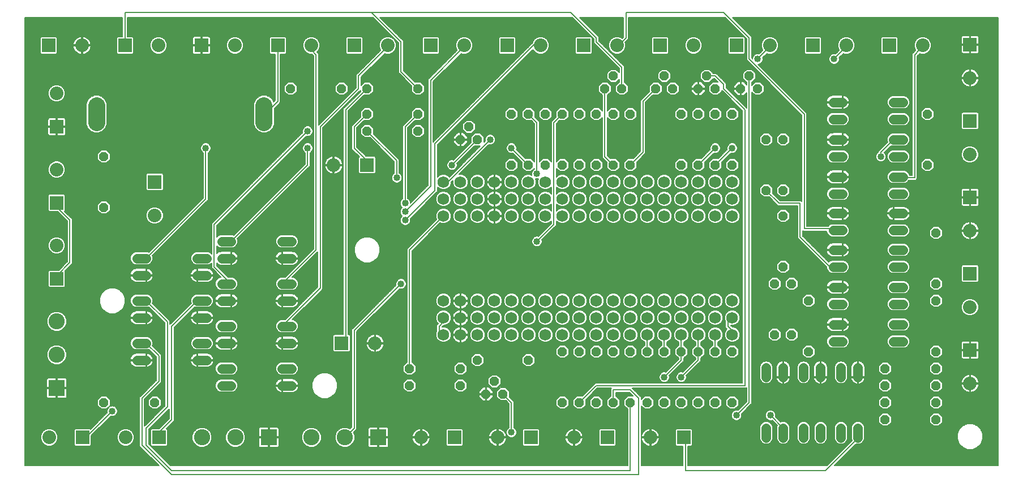
<source format=gbl>
G75*
%MOIN*%
%OFA0B0*%
%FSLAX25Y25*%
%IPPOS*%
%LPD*%
%AMOC8*
5,1,8,0,0,1.08239X$1,22.5*
%
%ADD10OC8,0.05600*%
%ADD11C,0.06900*%
%ADD12C,0.05600*%
%ADD13R,0.08000X0.08000*%
%ADD14C,0.08000*%
%ADD15R,0.09500X0.09500*%
%ADD16C,0.09500*%
%ADD17C,0.10000*%
%ADD18C,0.00800*%
%ADD19C,0.04000*%
%ADD20C,0.00600*%
D10*
X0077340Y0066755D03*
X0107340Y0066755D03*
X0257340Y0076755D03*
X0257340Y0086755D03*
X0287340Y0086755D03*
X0297340Y0091755D03*
X0307340Y0079255D03*
X0302340Y0071755D03*
X0312340Y0071755D03*
X0287340Y0076755D03*
X0327340Y0091755D03*
X0347340Y0096755D03*
X0357340Y0096755D03*
X0367340Y0096755D03*
X0377340Y0096755D03*
X0387340Y0096755D03*
X0397340Y0096755D03*
X0407340Y0096755D03*
X0417340Y0096755D03*
X0427340Y0096755D03*
X0437340Y0096755D03*
X0447340Y0096755D03*
X0472340Y0106755D03*
X0482340Y0106755D03*
X0492340Y0096755D03*
X0537340Y0086755D03*
X0537340Y0076755D03*
X0537340Y0066755D03*
X0537340Y0056755D03*
X0567340Y0056755D03*
X0567340Y0066755D03*
X0567340Y0076755D03*
X0567340Y0086755D03*
X0567340Y0096755D03*
X0567340Y0126755D03*
X0567340Y0136755D03*
X0567340Y0166755D03*
X0562340Y0206755D03*
X0562340Y0236755D03*
X0477340Y0221755D03*
X0467340Y0221755D03*
X0447340Y0236755D03*
X0437340Y0236755D03*
X0427340Y0236755D03*
X0417340Y0236755D03*
X0387340Y0236755D03*
X0377340Y0236755D03*
X0367340Y0236755D03*
X0357340Y0236755D03*
X0347340Y0236755D03*
X0337340Y0236755D03*
X0327340Y0236755D03*
X0317340Y0236755D03*
X0297340Y0221755D03*
X0292340Y0229255D03*
X0287340Y0221755D03*
X0262340Y0226755D03*
X0262340Y0236755D03*
X0232340Y0236755D03*
X0232340Y0226755D03*
X0232340Y0251755D03*
X0217340Y0251755D03*
X0187340Y0251755D03*
X0262340Y0251755D03*
X0317340Y0206755D03*
X0327340Y0206755D03*
X0337340Y0206755D03*
X0347340Y0206755D03*
X0357340Y0206755D03*
X0367340Y0206755D03*
X0377340Y0206755D03*
X0387340Y0206755D03*
X0417340Y0206755D03*
X0427340Y0206755D03*
X0437340Y0206755D03*
X0447340Y0206755D03*
X0467340Y0191755D03*
X0477340Y0191755D03*
X0477340Y0176755D03*
X0477340Y0146755D03*
X0472340Y0136755D03*
X0482340Y0136755D03*
X0492340Y0126755D03*
X0447340Y0066755D03*
X0437340Y0066755D03*
X0427340Y0066755D03*
X0417340Y0066755D03*
X0407340Y0066755D03*
X0397340Y0066755D03*
X0387340Y0066755D03*
X0377340Y0066755D03*
X0367340Y0066755D03*
X0357340Y0066755D03*
X0347340Y0066755D03*
X0077340Y0181755D03*
X0077340Y0211755D03*
X0372340Y0251755D03*
X0377340Y0259255D03*
X0382340Y0251755D03*
X0402340Y0251755D03*
X0412340Y0251755D03*
X0407340Y0259255D03*
X0427340Y0251755D03*
X0437340Y0251755D03*
X0432340Y0259255D03*
X0452340Y0251755D03*
X0462340Y0251755D03*
X0457340Y0259255D03*
D11*
X0447340Y0196755D03*
X0437340Y0196755D03*
X0427340Y0196755D03*
X0417340Y0196755D03*
X0407340Y0196755D03*
X0397340Y0196755D03*
X0387340Y0196755D03*
X0377340Y0196755D03*
X0367340Y0196755D03*
X0357340Y0196755D03*
X0347340Y0196755D03*
X0337340Y0196755D03*
X0327340Y0196755D03*
X0317340Y0196755D03*
X0307340Y0196755D03*
X0297340Y0196755D03*
X0287340Y0196755D03*
X0277340Y0196755D03*
X0277340Y0186755D03*
X0287340Y0186755D03*
X0297340Y0186755D03*
X0307340Y0186755D03*
X0317340Y0186755D03*
X0327340Y0186755D03*
X0337340Y0186755D03*
X0347340Y0186755D03*
X0357340Y0186755D03*
X0367340Y0186755D03*
X0377340Y0186755D03*
X0387340Y0186755D03*
X0397340Y0186755D03*
X0407340Y0186755D03*
X0417340Y0186755D03*
X0427340Y0186755D03*
X0437340Y0186755D03*
X0447340Y0186755D03*
X0447340Y0176755D03*
X0437340Y0176755D03*
X0427340Y0176755D03*
X0417340Y0176755D03*
X0407340Y0176755D03*
X0397340Y0176755D03*
X0387340Y0176755D03*
X0377340Y0176755D03*
X0367340Y0176755D03*
X0357340Y0176755D03*
X0347340Y0176755D03*
X0337340Y0176755D03*
X0327340Y0176755D03*
X0317340Y0176755D03*
X0307340Y0176755D03*
X0297340Y0176755D03*
X0287340Y0176755D03*
X0277340Y0176755D03*
X0277340Y0126755D03*
X0287340Y0126755D03*
X0297340Y0126755D03*
X0307340Y0126755D03*
X0317340Y0126755D03*
X0327340Y0126755D03*
X0337340Y0126755D03*
X0347340Y0126755D03*
X0357340Y0126755D03*
X0367340Y0126755D03*
X0377340Y0126755D03*
X0387340Y0126755D03*
X0397340Y0126755D03*
X0407340Y0126755D03*
X0417340Y0126755D03*
X0427340Y0126755D03*
X0437340Y0126755D03*
X0447340Y0126755D03*
X0447340Y0116755D03*
X0437340Y0116755D03*
X0427340Y0116755D03*
X0417340Y0116755D03*
X0407340Y0116755D03*
X0397340Y0116755D03*
X0387340Y0116755D03*
X0377340Y0116755D03*
X0367340Y0116755D03*
X0357340Y0116755D03*
X0347340Y0116755D03*
X0337340Y0116755D03*
X0327340Y0116755D03*
X0317340Y0116755D03*
X0307340Y0116755D03*
X0297340Y0116755D03*
X0287340Y0116755D03*
X0277340Y0116755D03*
X0277340Y0106755D03*
X0287340Y0106755D03*
X0297340Y0106755D03*
X0307340Y0106755D03*
X0317340Y0106755D03*
X0327340Y0106755D03*
X0337340Y0106755D03*
X0347340Y0106755D03*
X0357340Y0106755D03*
X0367340Y0106755D03*
X0377340Y0106755D03*
X0387340Y0106755D03*
X0397340Y0106755D03*
X0407340Y0106755D03*
X0417340Y0106755D03*
X0427340Y0106755D03*
X0437340Y0106755D03*
X0447340Y0106755D03*
D12*
X0467340Y0087355D02*
X0467340Y0081755D01*
X0477340Y0081755D02*
X0477340Y0087355D01*
X0489340Y0087355D02*
X0489340Y0081755D01*
X0499340Y0081755D02*
X0499340Y0087355D01*
X0511340Y0087355D02*
X0511340Y0081755D01*
X0521340Y0081755D02*
X0521340Y0087355D01*
X0512340Y0102755D02*
X0506740Y0102755D01*
X0506740Y0112755D02*
X0512340Y0112755D01*
X0512340Y0124755D02*
X0506740Y0124755D01*
X0506740Y0134755D02*
X0512340Y0134755D01*
X0512340Y0146755D02*
X0506740Y0146755D01*
X0506740Y0156755D02*
X0512340Y0156755D01*
X0512340Y0168255D02*
X0506740Y0168255D01*
X0506740Y0178255D02*
X0512340Y0178255D01*
X0512340Y0189755D02*
X0506740Y0189755D01*
X0506740Y0199755D02*
X0512340Y0199755D01*
X0512340Y0211755D02*
X0506740Y0211755D01*
X0506740Y0221755D02*
X0512340Y0221755D01*
X0512340Y0233755D02*
X0506740Y0233755D01*
X0506740Y0243755D02*
X0512340Y0243755D01*
X0542340Y0243755D02*
X0547940Y0243755D01*
X0547940Y0233755D02*
X0542340Y0233755D01*
X0542340Y0221755D02*
X0547940Y0221755D01*
X0547940Y0211755D02*
X0542340Y0211755D01*
X0542340Y0199755D02*
X0547940Y0199755D01*
X0547940Y0189755D02*
X0542340Y0189755D01*
X0542340Y0178255D02*
X0547940Y0178255D01*
X0547940Y0168255D02*
X0542340Y0168255D01*
X0542340Y0156755D02*
X0547940Y0156755D01*
X0547940Y0146755D02*
X0542340Y0146755D01*
X0542340Y0134755D02*
X0547940Y0134755D01*
X0547940Y0124755D02*
X0542340Y0124755D01*
X0542340Y0112755D02*
X0547940Y0112755D01*
X0547940Y0102755D02*
X0542340Y0102755D01*
X0521340Y0051755D02*
X0521340Y0046155D01*
X0511340Y0046155D02*
X0511340Y0051755D01*
X0499340Y0051755D02*
X0499340Y0046155D01*
X0489340Y0046155D02*
X0489340Y0051755D01*
X0477340Y0051755D02*
X0477340Y0046155D01*
X0467340Y0046155D02*
X0467340Y0051755D01*
X0187940Y0076755D02*
X0182340Y0076755D01*
X0182340Y0086755D02*
X0187940Y0086755D01*
X0187940Y0101755D02*
X0182340Y0101755D01*
X0182340Y0111755D02*
X0187940Y0111755D01*
X0187940Y0126755D02*
X0182340Y0126755D01*
X0182340Y0136755D02*
X0187940Y0136755D01*
X0187940Y0151755D02*
X0182340Y0151755D01*
X0182340Y0161755D02*
X0187940Y0161755D01*
X0152340Y0161755D02*
X0146740Y0161755D01*
X0146740Y0151755D02*
X0152340Y0151755D01*
X0137940Y0151755D02*
X0132340Y0151755D01*
X0132340Y0141755D02*
X0137940Y0141755D01*
X0146740Y0136755D02*
X0152340Y0136755D01*
X0152340Y0126755D02*
X0146740Y0126755D01*
X0137940Y0126755D02*
X0132340Y0126755D01*
X0132340Y0116755D02*
X0137940Y0116755D01*
X0146740Y0111755D02*
X0152340Y0111755D01*
X0152340Y0101755D02*
X0146740Y0101755D01*
X0137940Y0101755D02*
X0132340Y0101755D01*
X0132340Y0091755D02*
X0137940Y0091755D01*
X0146740Y0086755D02*
X0152340Y0086755D01*
X0152340Y0076755D02*
X0146740Y0076755D01*
X0102340Y0091755D02*
X0096740Y0091755D01*
X0096740Y0101755D02*
X0102340Y0101755D01*
X0102340Y0116755D02*
X0096740Y0116755D01*
X0096740Y0126755D02*
X0102340Y0126755D01*
X0102340Y0141755D02*
X0096740Y0141755D01*
X0096740Y0151755D02*
X0102340Y0151755D01*
D13*
X0049592Y0139727D03*
X0049592Y0184428D03*
X0107340Y0196755D03*
X0049592Y0229318D03*
X0044840Y0277255D03*
X0089840Y0277255D03*
X0134840Y0277255D03*
X0179840Y0277255D03*
X0224840Y0277255D03*
X0269840Y0277255D03*
X0314840Y0277255D03*
X0359840Y0277255D03*
X0404840Y0277255D03*
X0449840Y0277255D03*
X0494840Y0277255D03*
X0539840Y0277255D03*
X0587340Y0277755D03*
X0587340Y0232755D03*
X0587340Y0187755D03*
X0587340Y0142755D03*
X0587340Y0097755D03*
X0418840Y0046255D03*
X0373840Y0046255D03*
X0328840Y0046255D03*
X0283840Y0046255D03*
X0217340Y0101755D03*
X0109840Y0046255D03*
X0064840Y0046255D03*
X0232340Y0206755D03*
D14*
X0212655Y0206755D03*
X0107340Y0177070D03*
X0049592Y0159412D03*
X0049592Y0204113D03*
X0049592Y0249003D03*
X0064525Y0277255D03*
X0109525Y0277255D03*
X0154525Y0277255D03*
X0199525Y0277255D03*
X0244525Y0277255D03*
X0289525Y0277255D03*
X0334525Y0277255D03*
X0379525Y0277255D03*
X0424525Y0277255D03*
X0469525Y0277255D03*
X0514525Y0277255D03*
X0559525Y0277255D03*
X0587340Y0258070D03*
X0587340Y0213070D03*
X0587340Y0168070D03*
X0587340Y0123070D03*
X0587340Y0078070D03*
X0399155Y0046255D03*
X0354155Y0046255D03*
X0309155Y0046255D03*
X0264155Y0046255D03*
X0237025Y0101755D03*
X0090155Y0046255D03*
X0045155Y0046255D03*
D15*
X0049592Y0075255D03*
X0174470Y0046255D03*
X0238970Y0046255D03*
D16*
X0219285Y0046255D03*
X0199600Y0046255D03*
X0154785Y0046255D03*
X0135100Y0046255D03*
X0049592Y0094940D03*
X0049592Y0114625D03*
D17*
X0073040Y0231755D02*
X0073040Y0241755D01*
X0171640Y0241755D02*
X0171640Y0231755D01*
D18*
X0171640Y0236755D02*
X0172340Y0236755D01*
X0179840Y0244255D01*
X0179840Y0277255D01*
X0199525Y0277255D02*
X0199840Y0276755D01*
X0199840Y0274255D01*
X0202340Y0271755D01*
X0202340Y0156755D01*
X0182340Y0136755D01*
X0204840Y0134255D02*
X0204840Y0229255D01*
X0227340Y0251755D01*
X0227340Y0259255D01*
X0242340Y0274255D01*
X0242340Y0276755D01*
X0244525Y0277255D01*
X0252340Y0279255D02*
X0234840Y0296755D01*
X0352340Y0296755D01*
X0367340Y0281755D01*
X0367340Y0279255D01*
X0382340Y0264255D01*
X0382340Y0251755D01*
X0372340Y0251755D02*
X0372340Y0211755D01*
X0377340Y0206755D01*
X0387340Y0206755D02*
X0394840Y0214255D01*
X0394840Y0244255D01*
X0402340Y0251755D01*
X0432340Y0259255D02*
X0437340Y0259255D01*
X0442340Y0254255D01*
X0442340Y0251755D01*
X0454840Y0239255D01*
X0454840Y0076755D01*
X0367340Y0076755D01*
X0357340Y0066755D01*
X0377340Y0066755D02*
X0377340Y0074255D01*
X0387340Y0074255D01*
X0392340Y0069255D01*
X0392340Y0024255D01*
X0117340Y0024255D01*
X0099840Y0041755D01*
X0099840Y0069255D01*
X0109840Y0079255D01*
X0109840Y0094255D01*
X0102340Y0101755D01*
X0117340Y0111755D02*
X0117340Y0056755D01*
X0109840Y0049255D01*
X0109840Y0046255D01*
X0102340Y0041755D02*
X0102340Y0051755D01*
X0114840Y0064255D01*
X0114840Y0114255D01*
X0102340Y0126755D01*
X0117340Y0111755D02*
X0132340Y0126755D01*
X0142340Y0146755D02*
X0152340Y0136755D01*
X0142340Y0146755D02*
X0142340Y0171755D01*
X0197340Y0226755D01*
X0197340Y0216755D02*
X0197340Y0206755D01*
X0152340Y0161755D01*
X0137340Y0186755D02*
X0137340Y0216755D01*
X0137340Y0186755D02*
X0102340Y0151755D01*
X0057340Y0149255D02*
X0057340Y0174255D01*
X0049840Y0181755D01*
X0049840Y0184255D01*
X0049592Y0184428D01*
X0057340Y0149255D02*
X0049840Y0141755D01*
X0049592Y0139727D01*
X0182340Y0111755D02*
X0204840Y0134255D01*
X0224840Y0109255D02*
X0224840Y0051755D01*
X0219840Y0046755D01*
X0219285Y0046255D01*
X0257340Y0086755D02*
X0257340Y0156755D01*
X0277340Y0176755D01*
X0272340Y0191755D02*
X0254840Y0174255D01*
X0254840Y0179255D02*
X0269840Y0194255D01*
X0269840Y0256755D01*
X0287340Y0274255D01*
X0287340Y0276755D01*
X0289525Y0277255D01*
X0252340Y0279255D02*
X0252340Y0261755D01*
X0262340Y0251755D01*
X0232340Y0251755D02*
X0219840Y0239255D01*
X0219840Y0104255D01*
X0217340Y0101755D01*
X0224840Y0109255D02*
X0252340Y0136755D01*
X0277340Y0116755D02*
X0277340Y0114255D01*
X0274840Y0111755D01*
X0274840Y0109255D01*
X0277340Y0106755D01*
X0312340Y0071755D02*
X0317340Y0066755D01*
X0317340Y0049255D01*
X0387340Y0066755D02*
X0387340Y0026755D01*
X0117340Y0026755D01*
X0102340Y0041755D01*
X0082340Y0061755D02*
X0064840Y0044255D01*
X0064840Y0046255D01*
X0254840Y0184255D02*
X0254840Y0229255D01*
X0262340Y0236755D01*
X0232340Y0236755D02*
X0224840Y0229255D01*
X0224840Y0216755D01*
X0232340Y0209255D01*
X0232340Y0206755D01*
X0249840Y0209255D02*
X0249840Y0199255D01*
X0249840Y0209255D02*
X0232340Y0226755D01*
X0272340Y0219255D02*
X0332340Y0279255D01*
X0334525Y0277255D01*
X0379525Y0277255D02*
X0379840Y0276755D01*
X0384840Y0281755D01*
X0384840Y0296755D01*
X0442340Y0296755D01*
X0457340Y0281755D01*
X0457340Y0269255D01*
X0489840Y0236755D01*
X0489840Y0169255D01*
X0512340Y0169255D01*
X0512340Y0168255D01*
X0504840Y0146755D02*
X0487340Y0164255D01*
X0487340Y0184255D01*
X0474840Y0184255D01*
X0467340Y0191755D01*
X0447340Y0216755D02*
X0437340Y0206755D01*
X0427340Y0206755D02*
X0437340Y0216755D01*
X0457340Y0259255D02*
X0457340Y0066755D01*
X0449840Y0059255D01*
X0469840Y0059255D02*
X0477340Y0051755D01*
X0502340Y0026755D02*
X0519840Y0044255D01*
X0519840Y0051755D01*
X0521340Y0051755D01*
X0502340Y0026755D02*
X0419840Y0026755D01*
X0419840Y0044255D01*
X0418840Y0046255D01*
X0417340Y0081755D02*
X0427340Y0091755D01*
X0427340Y0096755D01*
X0427340Y0106755D01*
X0437340Y0106755D02*
X0437340Y0096755D01*
X0447340Y0106755D02*
X0447340Y0109255D01*
X0444840Y0111755D01*
X0444840Y0114255D01*
X0447340Y0116755D01*
X0417340Y0106755D02*
X0417340Y0096755D01*
X0417340Y0091755D01*
X0407340Y0081755D01*
X0407340Y0096755D02*
X0407340Y0106755D01*
X0397340Y0106755D02*
X0397340Y0096755D01*
X0504840Y0146755D02*
X0512340Y0146755D01*
X0542340Y0199255D02*
X0542340Y0199755D01*
X0542340Y0199255D02*
X0554840Y0199255D01*
X0554840Y0271755D01*
X0557340Y0274255D01*
X0557340Y0276755D01*
X0559525Y0277255D01*
X0514525Y0277255D02*
X0512340Y0276755D01*
X0512340Y0274255D01*
X0507340Y0269255D01*
X0469525Y0277255D02*
X0467340Y0276755D01*
X0467340Y0274255D01*
X0462340Y0269255D01*
X0534840Y0214255D02*
X0542340Y0221755D01*
X0534840Y0214255D02*
X0534840Y0211755D01*
X0347340Y0236755D02*
X0342340Y0231755D01*
X0342340Y0171755D01*
X0332340Y0161755D01*
X0272340Y0191755D02*
X0272340Y0219255D01*
X0282340Y0206755D02*
X0297340Y0221755D01*
X0304840Y0221755D02*
X0279840Y0196755D01*
X0277340Y0196755D01*
X0317340Y0216755D02*
X0327340Y0206755D01*
X0332340Y0201755D02*
X0332340Y0231755D01*
X0327340Y0236755D01*
X0234840Y0296755D02*
X0089840Y0296755D01*
X0089840Y0277255D01*
D19*
X0197340Y0226755D03*
X0197340Y0216755D03*
X0249840Y0199255D03*
X0254840Y0184255D03*
X0254840Y0179255D03*
X0254840Y0174255D03*
X0282340Y0206755D03*
X0304840Y0221755D03*
X0317340Y0216755D03*
X0332340Y0201755D03*
X0332340Y0161755D03*
X0252340Y0136755D03*
X0137340Y0216755D03*
X0407340Y0081755D03*
X0417340Y0081755D03*
X0449840Y0059255D03*
X0469840Y0059255D03*
X0317340Y0049255D03*
X0082340Y0061755D03*
X0437340Y0216755D03*
X0447340Y0216755D03*
X0534840Y0211755D03*
X0507340Y0269255D03*
X0462340Y0269255D03*
D20*
X0030840Y0293755D02*
X0030840Y0029755D01*
X0109719Y0029755D01*
X0098340Y0041134D01*
X0098340Y0069876D01*
X0099219Y0070755D01*
X0108340Y0079876D01*
X0108340Y0093634D01*
X0103825Y0098149D01*
X0103116Y0097855D01*
X0095964Y0097855D01*
X0094531Y0098449D01*
X0093434Y0099546D01*
X0092840Y0100979D01*
X0092840Y0102531D01*
X0093434Y0103964D01*
X0094531Y0105061D01*
X0095964Y0105655D01*
X0103116Y0105655D01*
X0104549Y0105061D01*
X0105646Y0103964D01*
X0106240Y0102531D01*
X0106240Y0100979D01*
X0105946Y0100270D01*
X0110462Y0095755D01*
X0110462Y0095755D01*
X0111340Y0094876D01*
X0111340Y0078634D01*
X0101340Y0068634D01*
X0101340Y0052876D01*
X0101719Y0053255D01*
X0113340Y0064876D01*
X0113340Y0113634D01*
X0103825Y0123149D01*
X0103116Y0122855D01*
X0095964Y0122855D01*
X0094531Y0123449D01*
X0093434Y0124546D01*
X0092840Y0125979D01*
X0092840Y0127531D01*
X0093434Y0128964D01*
X0094531Y0130061D01*
X0095964Y0130655D01*
X0103116Y0130655D01*
X0104549Y0130061D01*
X0105646Y0128964D01*
X0106240Y0127531D01*
X0106240Y0125979D01*
X0105946Y0125270D01*
X0115462Y0115755D01*
X0116340Y0114876D01*
X0116340Y0112876D01*
X0116719Y0113255D01*
X0128734Y0125270D01*
X0128440Y0125979D01*
X0128440Y0127531D01*
X0129034Y0128964D01*
X0130131Y0130061D01*
X0131564Y0130655D01*
X0138716Y0130655D01*
X0140149Y0130061D01*
X0141246Y0128964D01*
X0141840Y0127531D01*
X0141840Y0125979D01*
X0141246Y0124546D01*
X0140149Y0123449D01*
X0138716Y0122855D01*
X0131564Y0122855D01*
X0130855Y0123149D01*
X0118840Y0111134D01*
X0118840Y0056134D01*
X0114062Y0051355D01*
X0114296Y0051355D01*
X0114940Y0050711D01*
X0114940Y0041799D01*
X0114296Y0041155D01*
X0105385Y0041155D01*
X0104740Y0041799D01*
X0104740Y0050711D01*
X0105385Y0051355D01*
X0109819Y0051355D01*
X0115840Y0057376D01*
X0115840Y0063134D01*
X0103840Y0051134D01*
X0103840Y0042376D01*
X0116462Y0029755D01*
X0385840Y0029755D01*
X0385840Y0062855D01*
X0385725Y0062855D01*
X0383440Y0065139D01*
X0383440Y0068370D01*
X0385725Y0070655D01*
X0388819Y0070655D01*
X0386719Y0072755D01*
X0378840Y0072755D01*
X0378840Y0070655D01*
X0378956Y0070655D01*
X0381240Y0068370D01*
X0381240Y0065139D01*
X0378956Y0062855D01*
X0375725Y0062855D01*
X0373440Y0065139D01*
X0373440Y0068370D01*
X0375725Y0070655D01*
X0375840Y0070655D01*
X0375840Y0074876D01*
X0376219Y0075255D01*
X0367962Y0075255D01*
X0361159Y0068452D01*
X0361240Y0068370D01*
X0361240Y0065139D01*
X0358956Y0062855D01*
X0355725Y0062855D01*
X0353440Y0065139D01*
X0353440Y0068370D01*
X0355725Y0070655D01*
X0358956Y0070655D01*
X0359037Y0070573D01*
X0365840Y0077376D01*
X0366719Y0078255D01*
X0453340Y0078255D01*
X0453340Y0238634D01*
X0441719Y0250255D01*
X0441240Y0250734D01*
X0441240Y0250139D01*
X0438956Y0247855D01*
X0435725Y0247855D01*
X0433440Y0250139D01*
X0433440Y0253370D01*
X0435725Y0255655D01*
X0438819Y0255655D01*
X0436719Y0257755D01*
X0436240Y0257755D01*
X0436240Y0257639D01*
X0433956Y0255355D01*
X0430725Y0255355D01*
X0428440Y0257639D01*
X0428440Y0260870D01*
X0430725Y0263155D01*
X0433956Y0263155D01*
X0436240Y0260870D01*
X0436240Y0260755D01*
X0437962Y0260755D01*
X0438840Y0259876D01*
X0443840Y0254876D01*
X0443840Y0252376D01*
X0455840Y0240376D01*
X0455840Y0249457D01*
X0454039Y0247655D01*
X0452640Y0247655D01*
X0452640Y0251455D01*
X0452040Y0251455D01*
X0448240Y0251455D01*
X0448240Y0250057D01*
X0450642Y0247655D01*
X0452040Y0247655D01*
X0452040Y0251455D01*
X0452040Y0252055D01*
X0448240Y0252055D01*
X0448240Y0253453D01*
X0450642Y0255855D01*
X0452040Y0255855D01*
X0452040Y0252055D01*
X0452640Y0252055D01*
X0452640Y0255855D01*
X0454039Y0255855D01*
X0455840Y0254053D01*
X0455840Y0255355D01*
X0455725Y0255355D01*
X0453440Y0257639D01*
X0453440Y0260870D01*
X0455725Y0263155D01*
X0458956Y0263155D01*
X0461240Y0260870D01*
X0461240Y0257639D01*
X0458956Y0255355D01*
X0458840Y0255355D01*
X0458840Y0253770D01*
X0460725Y0255655D01*
X0463956Y0255655D01*
X0466240Y0253370D01*
X0466240Y0250139D01*
X0463956Y0247855D01*
X0460725Y0247855D01*
X0458840Y0249739D01*
X0458840Y0066134D01*
X0457962Y0065255D01*
X0452834Y0060128D01*
X0452940Y0059872D01*
X0452940Y0058638D01*
X0452468Y0057499D01*
X0451596Y0056627D01*
X0450457Y0056155D01*
X0449224Y0056155D01*
X0448084Y0056627D01*
X0447212Y0057499D01*
X0446740Y0058638D01*
X0446740Y0059872D01*
X0447212Y0061011D01*
X0448084Y0061883D01*
X0449224Y0062355D01*
X0450457Y0062355D01*
X0450713Y0062249D01*
X0455840Y0067376D01*
X0455840Y0075634D01*
X0455462Y0075255D01*
X0388462Y0075255D01*
X0388840Y0074876D01*
X0393840Y0069876D01*
X0393840Y0068770D01*
X0395725Y0070655D01*
X0398956Y0070655D01*
X0401240Y0068370D01*
X0401240Y0065139D01*
X0398956Y0062855D01*
X0395725Y0062855D01*
X0393840Y0064739D01*
X0393840Y0029755D01*
X0418340Y0029755D01*
X0418340Y0041155D01*
X0414385Y0041155D01*
X0413740Y0041799D01*
X0413740Y0050711D01*
X0414385Y0051355D01*
X0423296Y0051355D01*
X0423940Y0050711D01*
X0423940Y0041799D01*
X0423296Y0041155D01*
X0421340Y0041155D01*
X0421340Y0029755D01*
X0503219Y0029755D01*
X0517851Y0044387D01*
X0517440Y0045379D01*
X0517440Y0052531D01*
X0518034Y0053964D01*
X0519131Y0055061D01*
X0520564Y0055655D01*
X0522116Y0055655D01*
X0523549Y0055061D01*
X0524646Y0053964D01*
X0525240Y0052531D01*
X0525240Y0045379D01*
X0524646Y0043946D01*
X0523549Y0042849D01*
X0522116Y0042255D01*
X0520564Y0042255D01*
X0520138Y0042431D01*
X0507462Y0029755D01*
X0603840Y0029755D01*
X0603840Y0293755D01*
X0447462Y0293755D01*
X0458840Y0282376D01*
X0458840Y0269876D01*
X0459240Y0269476D01*
X0459240Y0269872D01*
X0459712Y0271011D01*
X0460584Y0271883D01*
X0461724Y0272355D01*
X0462957Y0272355D01*
X0463213Y0272249D01*
X0465266Y0274302D01*
X0465202Y0274366D01*
X0464425Y0276240D01*
X0464425Y0278269D01*
X0465202Y0280144D01*
X0466636Y0281578D01*
X0468511Y0282355D01*
X0470540Y0282355D01*
X0472414Y0281578D01*
X0473849Y0280144D01*
X0474625Y0278269D01*
X0474625Y0276240D01*
X0473849Y0274366D01*
X0472414Y0272931D01*
X0470540Y0272155D01*
X0468511Y0272155D01*
X0467698Y0272492D01*
X0465334Y0270128D01*
X0465440Y0269872D01*
X0465440Y0268638D01*
X0464968Y0267499D01*
X0464096Y0266627D01*
X0462957Y0266155D01*
X0462562Y0266155D01*
X0491340Y0237376D01*
X0491340Y0170755D01*
X0503725Y0170755D01*
X0504531Y0171561D01*
X0505964Y0172155D01*
X0513116Y0172155D01*
X0514549Y0171561D01*
X0515646Y0170464D01*
X0516240Y0169031D01*
X0516240Y0167479D01*
X0515646Y0166046D01*
X0514549Y0164949D01*
X0513116Y0164355D01*
X0505964Y0164355D01*
X0504531Y0164949D01*
X0503434Y0166046D01*
X0502840Y0167479D01*
X0502840Y0167755D01*
X0489219Y0167755D01*
X0488840Y0168134D01*
X0488840Y0164876D01*
X0504093Y0149623D01*
X0504531Y0150061D01*
X0505964Y0150655D01*
X0513116Y0150655D01*
X0514549Y0150061D01*
X0515646Y0148964D01*
X0516240Y0147531D01*
X0516240Y0145979D01*
X0515646Y0144546D01*
X0514549Y0143449D01*
X0513116Y0142855D01*
X0505964Y0142855D01*
X0504531Y0143449D01*
X0503434Y0144546D01*
X0502840Y0145979D01*
X0502840Y0146634D01*
X0485840Y0163634D01*
X0485840Y0182755D01*
X0474219Y0182755D01*
X0473340Y0183634D01*
X0473340Y0183634D01*
X0469037Y0187937D01*
X0468956Y0187855D01*
X0465725Y0187855D01*
X0463440Y0190139D01*
X0463440Y0193370D01*
X0465725Y0195655D01*
X0468956Y0195655D01*
X0471240Y0193370D01*
X0471240Y0190139D01*
X0471159Y0190058D01*
X0475462Y0185755D01*
X0487962Y0185755D01*
X0488340Y0185376D01*
X0488340Y0236134D01*
X0456719Y0267755D01*
X0455840Y0268634D01*
X0455840Y0281134D01*
X0443219Y0293755D01*
X0386340Y0293755D01*
X0386340Y0281134D01*
X0384289Y0279082D01*
X0384625Y0278269D01*
X0384625Y0276240D01*
X0383849Y0274366D01*
X0382414Y0272931D01*
X0380540Y0272155D01*
X0378511Y0272155D01*
X0376636Y0272931D01*
X0375202Y0274366D01*
X0374425Y0276240D01*
X0374425Y0278269D01*
X0375202Y0280144D01*
X0376636Y0281578D01*
X0378511Y0282355D01*
X0380540Y0282355D01*
X0382414Y0281578D01*
X0382478Y0281514D01*
X0383340Y0282376D01*
X0383340Y0293755D01*
X0357462Y0293755D01*
X0368840Y0282376D01*
X0368840Y0279876D01*
X0383840Y0264876D01*
X0383840Y0255655D01*
X0383956Y0255655D01*
X0386240Y0253370D01*
X0386240Y0250139D01*
X0383956Y0247855D01*
X0380725Y0247855D01*
X0378440Y0250139D01*
X0378440Y0253370D01*
X0380725Y0255655D01*
X0380840Y0255655D01*
X0380840Y0257239D01*
X0378956Y0255355D01*
X0375725Y0255355D01*
X0373440Y0257639D01*
X0373440Y0260870D01*
X0375725Y0263155D01*
X0378956Y0263155D01*
X0380840Y0261270D01*
X0380840Y0263634D01*
X0366719Y0277755D01*
X0365840Y0278634D01*
X0365840Y0281134D01*
X0353219Y0293755D01*
X0239962Y0293755D01*
X0253840Y0279876D01*
X0253840Y0262376D01*
X0260643Y0255573D01*
X0260725Y0255655D01*
X0263956Y0255655D01*
X0266240Y0253370D01*
X0266240Y0250139D01*
X0263956Y0247855D01*
X0260725Y0247855D01*
X0258440Y0250139D01*
X0258440Y0253370D01*
X0258522Y0253452D01*
X0251719Y0260255D01*
X0250840Y0261134D01*
X0250840Y0278634D01*
X0235719Y0293755D01*
X0091340Y0293755D01*
X0091340Y0282355D01*
X0094296Y0282355D01*
X0094940Y0281711D01*
X0094940Y0272799D01*
X0094296Y0272155D01*
X0085385Y0272155D01*
X0084740Y0272799D01*
X0084740Y0281711D01*
X0085385Y0282355D01*
X0088340Y0282355D01*
X0088340Y0293755D01*
X0030840Y0293755D01*
X0030840Y0293479D02*
X0088340Y0293479D01*
X0088340Y0292881D02*
X0030840Y0292881D01*
X0030840Y0292282D02*
X0088340Y0292282D01*
X0088340Y0291684D02*
X0030840Y0291684D01*
X0030840Y0291085D02*
X0088340Y0291085D01*
X0088340Y0290486D02*
X0030840Y0290486D01*
X0030840Y0289888D02*
X0088340Y0289888D01*
X0088340Y0289289D02*
X0030840Y0289289D01*
X0030840Y0288691D02*
X0088340Y0288691D01*
X0088340Y0288092D02*
X0030840Y0288092D01*
X0030840Y0287494D02*
X0088340Y0287494D01*
X0088340Y0286895D02*
X0030840Y0286895D01*
X0030840Y0286297D02*
X0088340Y0286297D01*
X0088340Y0285698D02*
X0030840Y0285698D01*
X0030840Y0285100D02*
X0088340Y0285100D01*
X0088340Y0284501D02*
X0030840Y0284501D01*
X0030840Y0283903D02*
X0088340Y0283903D01*
X0088340Y0283304D02*
X0030840Y0283304D01*
X0030840Y0282706D02*
X0088340Y0282706D01*
X0091340Y0282706D02*
X0246768Y0282706D01*
X0246169Y0283304D02*
X0091340Y0283304D01*
X0091340Y0283903D02*
X0245571Y0283903D01*
X0244972Y0284501D02*
X0091340Y0284501D01*
X0091340Y0285100D02*
X0244374Y0285100D01*
X0243775Y0285698D02*
X0091340Y0285698D01*
X0091340Y0286297D02*
X0243177Y0286297D01*
X0242578Y0286895D02*
X0091340Y0286895D01*
X0091340Y0287494D02*
X0241980Y0287494D01*
X0241381Y0288092D02*
X0091340Y0288092D01*
X0091340Y0288691D02*
X0240783Y0288691D01*
X0240184Y0289289D02*
X0091340Y0289289D01*
X0091340Y0289888D02*
X0239586Y0289888D01*
X0238987Y0290486D02*
X0091340Y0290486D01*
X0091340Y0291085D02*
X0238389Y0291085D01*
X0237790Y0291684D02*
X0091340Y0291684D01*
X0091340Y0292282D02*
X0237192Y0292282D01*
X0236593Y0292881D02*
X0091340Y0292881D01*
X0091340Y0293479D02*
X0235995Y0293479D01*
X0240237Y0293479D02*
X0353495Y0293479D01*
X0354093Y0292881D02*
X0240836Y0292881D01*
X0241434Y0292282D02*
X0354692Y0292282D01*
X0355290Y0291684D02*
X0242033Y0291684D01*
X0242631Y0291085D02*
X0355889Y0291085D01*
X0356487Y0290486D02*
X0243230Y0290486D01*
X0243828Y0289888D02*
X0357086Y0289888D01*
X0357684Y0289289D02*
X0244427Y0289289D01*
X0245026Y0288691D02*
X0358283Y0288691D01*
X0358881Y0288092D02*
X0245624Y0288092D01*
X0246223Y0287494D02*
X0359480Y0287494D01*
X0360078Y0286895D02*
X0246821Y0286895D01*
X0247420Y0286297D02*
X0360677Y0286297D01*
X0361275Y0285698D02*
X0248018Y0285698D01*
X0248617Y0285100D02*
X0361874Y0285100D01*
X0362472Y0284501D02*
X0249215Y0284501D01*
X0249814Y0283903D02*
X0363071Y0283903D01*
X0363669Y0283304D02*
X0250412Y0283304D01*
X0251011Y0282706D02*
X0364268Y0282706D01*
X0364296Y0282355D02*
X0355385Y0282355D01*
X0354740Y0281711D01*
X0354740Y0272799D01*
X0355385Y0272155D01*
X0364296Y0272155D01*
X0364940Y0272799D01*
X0364940Y0281711D01*
X0364296Y0282355D01*
X0364543Y0282107D02*
X0364866Y0282107D01*
X0364940Y0281509D02*
X0365465Y0281509D01*
X0365840Y0280910D02*
X0364940Y0280910D01*
X0364940Y0280312D02*
X0365840Y0280312D01*
X0365840Y0279713D02*
X0364940Y0279713D01*
X0364940Y0279115D02*
X0365840Y0279115D01*
X0365958Y0278516D02*
X0364940Y0278516D01*
X0364940Y0277918D02*
X0366556Y0277918D01*
X0367155Y0277319D02*
X0364940Y0277319D01*
X0364940Y0276721D02*
X0367753Y0276721D01*
X0368352Y0276122D02*
X0364940Y0276122D01*
X0364940Y0275524D02*
X0368950Y0275524D01*
X0369549Y0274925D02*
X0364940Y0274925D01*
X0364940Y0274327D02*
X0370147Y0274327D01*
X0370746Y0273728D02*
X0364940Y0273728D01*
X0364940Y0273130D02*
X0371344Y0273130D01*
X0371943Y0272531D02*
X0364672Y0272531D01*
X0372541Y0271933D02*
X0327139Y0271933D01*
X0327738Y0272531D02*
X0332602Y0272531D01*
X0333511Y0272155D02*
X0335540Y0272155D01*
X0337414Y0272931D01*
X0338849Y0274366D01*
X0339625Y0276240D01*
X0339625Y0278269D01*
X0338849Y0280144D01*
X0337414Y0281578D01*
X0335540Y0282355D01*
X0333511Y0282355D01*
X0331636Y0281578D01*
X0330202Y0280144D01*
X0329561Y0278597D01*
X0271340Y0220376D01*
X0271340Y0256134D01*
X0287698Y0272492D01*
X0288511Y0272155D01*
X0290540Y0272155D01*
X0292414Y0272931D01*
X0293849Y0274366D01*
X0294625Y0276240D01*
X0294625Y0278269D01*
X0293849Y0280144D01*
X0292414Y0281578D01*
X0290540Y0282355D01*
X0288511Y0282355D01*
X0286636Y0281578D01*
X0285202Y0280144D01*
X0284425Y0278269D01*
X0284425Y0276240D01*
X0285202Y0274366D01*
X0285266Y0274302D01*
X0268340Y0257376D01*
X0268340Y0194876D01*
X0257940Y0184476D01*
X0257940Y0184872D01*
X0257468Y0186011D01*
X0256596Y0186883D01*
X0256340Y0186989D01*
X0256340Y0228634D01*
X0260643Y0232937D01*
X0260725Y0232855D01*
X0263956Y0232855D01*
X0266240Y0235139D01*
X0266240Y0238370D01*
X0263956Y0240655D01*
X0260725Y0240655D01*
X0258440Y0238370D01*
X0258440Y0235139D01*
X0258522Y0235058D01*
X0254219Y0230755D01*
X0253340Y0229876D01*
X0253340Y0186989D01*
X0253084Y0186883D01*
X0252212Y0186011D01*
X0251740Y0184872D01*
X0251740Y0183638D01*
X0252212Y0182499D01*
X0252956Y0181755D01*
X0252212Y0181011D01*
X0251740Y0179872D01*
X0251740Y0178638D01*
X0252212Y0177499D01*
X0252956Y0176755D01*
X0252212Y0176011D01*
X0251740Y0174872D01*
X0251740Y0173638D01*
X0252212Y0172499D01*
X0253084Y0171627D01*
X0254224Y0171155D01*
X0255457Y0171155D01*
X0256596Y0171627D01*
X0257468Y0172499D01*
X0257940Y0173638D01*
X0257940Y0174872D01*
X0257834Y0175128D01*
X0272962Y0190255D01*
X0273840Y0191134D01*
X0276022Y0191134D01*
X0276435Y0191305D02*
X0274763Y0190612D01*
X0273483Y0189332D01*
X0272790Y0187660D01*
X0272790Y0185850D01*
X0273483Y0184178D01*
X0274763Y0182898D01*
X0276435Y0182205D01*
X0278245Y0182205D01*
X0279918Y0182898D01*
X0281198Y0184178D01*
X0281890Y0185850D01*
X0281890Y0187660D01*
X0281198Y0189332D01*
X0279918Y0190612D01*
X0278245Y0191305D01*
X0276435Y0191305D01*
X0276435Y0192205D02*
X0278245Y0192205D01*
X0279918Y0192898D01*
X0281198Y0194178D01*
X0281890Y0195850D01*
X0281890Y0196684D01*
X0282790Y0197584D01*
X0282790Y0195850D01*
X0283483Y0194178D01*
X0284763Y0192898D01*
X0286435Y0192205D01*
X0288245Y0192205D01*
X0289918Y0192898D01*
X0291198Y0194178D01*
X0291890Y0195850D01*
X0291890Y0197660D01*
X0291198Y0199332D01*
X0289918Y0200612D01*
X0288245Y0201305D01*
X0286512Y0201305D01*
X0303968Y0218761D01*
X0304224Y0218655D01*
X0305457Y0218655D01*
X0306596Y0219127D01*
X0307468Y0219999D01*
X0307940Y0221138D01*
X0307940Y0222372D01*
X0307468Y0223511D01*
X0306596Y0224383D01*
X0305457Y0224855D01*
X0304224Y0224855D01*
X0303084Y0224383D01*
X0302212Y0223511D01*
X0301740Y0222372D01*
X0301740Y0221138D01*
X0301846Y0220882D01*
X0301240Y0220276D01*
X0301240Y0223370D01*
X0298956Y0225655D01*
X0295725Y0225655D01*
X0293440Y0223370D01*
X0293440Y0220139D01*
X0293522Y0220058D01*
X0283213Y0209749D01*
X0282957Y0209855D01*
X0281724Y0209855D01*
X0280584Y0209383D01*
X0279712Y0208511D01*
X0279240Y0207372D01*
X0279240Y0206138D01*
X0279712Y0204999D01*
X0280584Y0204127D01*
X0281724Y0203655D01*
X0282957Y0203655D01*
X0284096Y0204127D01*
X0284968Y0204999D01*
X0285440Y0206138D01*
X0285440Y0207372D01*
X0285334Y0207628D01*
X0295643Y0217937D01*
X0295725Y0217855D01*
X0298819Y0217855D01*
X0280747Y0199783D01*
X0279918Y0200612D01*
X0278245Y0201305D01*
X0276435Y0201305D01*
X0274763Y0200612D01*
X0273840Y0199690D01*
X0273840Y0218634D01*
X0330017Y0274811D01*
X0330202Y0274366D01*
X0331636Y0272931D01*
X0333511Y0272155D01*
X0331438Y0273130D02*
X0328336Y0273130D01*
X0328935Y0273728D02*
X0330840Y0273728D01*
X0330241Y0274327D02*
X0329533Y0274327D01*
X0327685Y0276721D02*
X0319940Y0276721D01*
X0319940Y0277319D02*
X0328283Y0277319D01*
X0328882Y0277918D02*
X0319940Y0277918D01*
X0319940Y0278516D02*
X0329480Y0278516D01*
X0329775Y0279115D02*
X0319940Y0279115D01*
X0319940Y0279713D02*
X0330023Y0279713D01*
X0330370Y0280312D02*
X0319940Y0280312D01*
X0319940Y0280910D02*
X0330968Y0280910D01*
X0331567Y0281509D02*
X0319940Y0281509D01*
X0319940Y0281711D02*
X0319296Y0282355D01*
X0310385Y0282355D01*
X0309740Y0281711D01*
X0309740Y0272799D01*
X0310385Y0272155D01*
X0319296Y0272155D01*
X0319940Y0272799D01*
X0319940Y0281711D01*
X0319543Y0282107D02*
X0332913Y0282107D01*
X0336137Y0282107D02*
X0355137Y0282107D01*
X0354740Y0281509D02*
X0337484Y0281509D01*
X0338082Y0280910D02*
X0354740Y0280910D01*
X0354740Y0280312D02*
X0338681Y0280312D01*
X0339027Y0279713D02*
X0354740Y0279713D01*
X0354740Y0279115D02*
X0339275Y0279115D01*
X0339523Y0278516D02*
X0354740Y0278516D01*
X0354740Y0277918D02*
X0339625Y0277918D01*
X0339625Y0277319D02*
X0354740Y0277319D01*
X0354740Y0276721D02*
X0339625Y0276721D01*
X0339576Y0276122D02*
X0354740Y0276122D01*
X0354740Y0275524D02*
X0339328Y0275524D01*
X0339080Y0274925D02*
X0354740Y0274925D01*
X0354740Y0274327D02*
X0338810Y0274327D01*
X0338211Y0273728D02*
X0354740Y0273728D01*
X0354740Y0273130D02*
X0337613Y0273130D01*
X0336448Y0272531D02*
X0355008Y0272531D01*
X0369003Y0279713D02*
X0375023Y0279713D01*
X0374775Y0279115D02*
X0369602Y0279115D01*
X0370200Y0278516D02*
X0374528Y0278516D01*
X0374425Y0277918D02*
X0370799Y0277918D01*
X0371397Y0277319D02*
X0374425Y0277319D01*
X0374425Y0276721D02*
X0371996Y0276721D01*
X0372594Y0276122D02*
X0374474Y0276122D01*
X0374722Y0275524D02*
X0373193Y0275524D01*
X0373791Y0274925D02*
X0374970Y0274925D01*
X0375241Y0274327D02*
X0374390Y0274327D01*
X0374988Y0273728D02*
X0375840Y0273728D01*
X0375587Y0273130D02*
X0376438Y0273130D01*
X0376185Y0272531D02*
X0377602Y0272531D01*
X0376784Y0271933D02*
X0455840Y0271933D01*
X0455840Y0272531D02*
X0454672Y0272531D01*
X0454940Y0272799D02*
X0454296Y0272155D01*
X0445385Y0272155D01*
X0444740Y0272799D01*
X0444740Y0281711D01*
X0445385Y0282355D01*
X0454296Y0282355D01*
X0454940Y0281711D01*
X0454940Y0272799D01*
X0454940Y0273130D02*
X0455840Y0273130D01*
X0455840Y0273728D02*
X0454940Y0273728D01*
X0454940Y0274327D02*
X0455840Y0274327D01*
X0455840Y0274925D02*
X0454940Y0274925D01*
X0454940Y0275524D02*
X0455840Y0275524D01*
X0455840Y0276122D02*
X0454940Y0276122D01*
X0454940Y0276721D02*
X0455840Y0276721D01*
X0455840Y0277319D02*
X0454940Y0277319D01*
X0454940Y0277918D02*
X0455840Y0277918D01*
X0455840Y0278516D02*
X0454940Y0278516D01*
X0454940Y0279115D02*
X0455840Y0279115D01*
X0455840Y0279713D02*
X0454940Y0279713D01*
X0454940Y0280312D02*
X0455840Y0280312D01*
X0455840Y0280910D02*
X0454940Y0280910D01*
X0454940Y0281509D02*
X0455465Y0281509D01*
X0454866Y0282107D02*
X0454543Y0282107D01*
X0454268Y0282706D02*
X0386340Y0282706D01*
X0386340Y0283304D02*
X0453669Y0283304D01*
X0453071Y0283903D02*
X0386340Y0283903D01*
X0386340Y0284501D02*
X0452472Y0284501D01*
X0451874Y0285100D02*
X0386340Y0285100D01*
X0386340Y0285698D02*
X0451275Y0285698D01*
X0450677Y0286297D02*
X0386340Y0286297D01*
X0386340Y0286895D02*
X0450078Y0286895D01*
X0449480Y0287494D02*
X0386340Y0287494D01*
X0386340Y0288092D02*
X0448881Y0288092D01*
X0448283Y0288691D02*
X0386340Y0288691D01*
X0386340Y0289289D02*
X0447684Y0289289D01*
X0447086Y0289888D02*
X0386340Y0289888D01*
X0386340Y0290486D02*
X0446487Y0290486D01*
X0445889Y0291085D02*
X0386340Y0291085D01*
X0386340Y0291684D02*
X0445290Y0291684D01*
X0444692Y0292282D02*
X0386340Y0292282D01*
X0386340Y0292881D02*
X0444093Y0292881D01*
X0443495Y0293479D02*
X0386340Y0293479D01*
X0383340Y0293479D02*
X0357737Y0293479D01*
X0358336Y0292881D02*
X0383340Y0292881D01*
X0383340Y0292282D02*
X0358934Y0292282D01*
X0359533Y0291684D02*
X0383340Y0291684D01*
X0383340Y0291085D02*
X0360131Y0291085D01*
X0360730Y0290486D02*
X0383340Y0290486D01*
X0383340Y0289888D02*
X0361328Y0289888D01*
X0361927Y0289289D02*
X0383340Y0289289D01*
X0383340Y0288691D02*
X0362526Y0288691D01*
X0363124Y0288092D02*
X0383340Y0288092D01*
X0383340Y0287494D02*
X0363723Y0287494D01*
X0364321Y0286895D02*
X0383340Y0286895D01*
X0383340Y0286297D02*
X0364920Y0286297D01*
X0365518Y0285698D02*
X0383340Y0285698D01*
X0383340Y0285100D02*
X0366117Y0285100D01*
X0366715Y0284501D02*
X0383340Y0284501D01*
X0383340Y0283903D02*
X0367314Y0283903D01*
X0367912Y0283304D02*
X0383340Y0283304D01*
X0383340Y0282706D02*
X0368511Y0282706D01*
X0368840Y0282107D02*
X0377913Y0282107D01*
X0376567Y0281509D02*
X0368840Y0281509D01*
X0368840Y0280910D02*
X0375968Y0280910D01*
X0375370Y0280312D02*
X0368840Y0280312D01*
X0381137Y0282107D02*
X0383071Y0282107D01*
X0384920Y0279713D02*
X0399740Y0279713D01*
X0399740Y0279115D02*
X0384321Y0279115D01*
X0384523Y0278516D02*
X0399740Y0278516D01*
X0399740Y0277918D02*
X0384625Y0277918D01*
X0384625Y0277319D02*
X0399740Y0277319D01*
X0399740Y0276721D02*
X0384625Y0276721D01*
X0384576Y0276122D02*
X0399740Y0276122D01*
X0399740Y0275524D02*
X0384328Y0275524D01*
X0384080Y0274925D02*
X0399740Y0274925D01*
X0399740Y0274327D02*
X0383810Y0274327D01*
X0383211Y0273728D02*
X0399740Y0273728D01*
X0399740Y0273130D02*
X0382613Y0273130D01*
X0381448Y0272531D02*
X0400008Y0272531D01*
X0399740Y0272799D02*
X0400385Y0272155D01*
X0409296Y0272155D01*
X0409940Y0272799D01*
X0409940Y0281711D01*
X0409296Y0282355D01*
X0400385Y0282355D01*
X0399740Y0281711D01*
X0399740Y0272799D01*
X0399740Y0280312D02*
X0385518Y0280312D01*
X0386117Y0280910D02*
X0399740Y0280910D01*
X0399740Y0281509D02*
X0386340Y0281509D01*
X0386340Y0282107D02*
X0400137Y0282107D01*
X0409543Y0282107D02*
X0422913Y0282107D01*
X0423511Y0282355D02*
X0421636Y0281578D01*
X0420202Y0280144D01*
X0419425Y0278269D01*
X0419425Y0276240D01*
X0420202Y0274366D01*
X0421636Y0272931D01*
X0423511Y0272155D01*
X0425540Y0272155D01*
X0427414Y0272931D01*
X0428849Y0274366D01*
X0429625Y0276240D01*
X0429625Y0278269D01*
X0428849Y0280144D01*
X0427414Y0281578D01*
X0425540Y0282355D01*
X0423511Y0282355D01*
X0421567Y0281509D02*
X0409940Y0281509D01*
X0409940Y0280910D02*
X0420968Y0280910D01*
X0420370Y0280312D02*
X0409940Y0280312D01*
X0409940Y0279713D02*
X0420023Y0279713D01*
X0419775Y0279115D02*
X0409940Y0279115D01*
X0409940Y0278516D02*
X0419528Y0278516D01*
X0419425Y0277918D02*
X0409940Y0277918D01*
X0409940Y0277319D02*
X0419425Y0277319D01*
X0419425Y0276721D02*
X0409940Y0276721D01*
X0409940Y0276122D02*
X0419474Y0276122D01*
X0419722Y0275524D02*
X0409940Y0275524D01*
X0409940Y0274925D02*
X0419970Y0274925D01*
X0420241Y0274327D02*
X0409940Y0274327D01*
X0409940Y0273728D02*
X0420840Y0273728D01*
X0421438Y0273130D02*
X0409940Y0273130D01*
X0409672Y0272531D02*
X0422602Y0272531D01*
X0426448Y0272531D02*
X0445008Y0272531D01*
X0444740Y0273130D02*
X0427613Y0273130D01*
X0428211Y0273728D02*
X0444740Y0273728D01*
X0444740Y0274327D02*
X0428810Y0274327D01*
X0429080Y0274925D02*
X0444740Y0274925D01*
X0444740Y0275524D02*
X0429328Y0275524D01*
X0429576Y0276122D02*
X0444740Y0276122D01*
X0444740Y0276721D02*
X0429625Y0276721D01*
X0429625Y0277319D02*
X0444740Y0277319D01*
X0444740Y0277918D02*
X0429625Y0277918D01*
X0429523Y0278516D02*
X0444740Y0278516D01*
X0444740Y0279115D02*
X0429275Y0279115D01*
X0429027Y0279713D02*
X0444740Y0279713D01*
X0444740Y0280312D02*
X0428681Y0280312D01*
X0428082Y0280910D02*
X0444740Y0280910D01*
X0444740Y0281509D02*
X0427484Y0281509D01*
X0426137Y0282107D02*
X0445137Y0282107D01*
X0453124Y0288092D02*
X0603840Y0288092D01*
X0603840Y0287494D02*
X0453723Y0287494D01*
X0454321Y0286895D02*
X0603840Y0286895D01*
X0603840Y0286297D02*
X0454920Y0286297D01*
X0455518Y0285698D02*
X0603840Y0285698D01*
X0603840Y0285100D02*
X0456117Y0285100D01*
X0456715Y0284501D02*
X0603840Y0284501D01*
X0603840Y0283903D02*
X0457314Y0283903D01*
X0457912Y0283304D02*
X0603840Y0283304D01*
X0603840Y0282706D02*
X0592228Y0282706D01*
X0592138Y0282795D02*
X0591842Y0282966D01*
X0591511Y0283055D01*
X0587640Y0283055D01*
X0587640Y0278055D01*
X0587040Y0278055D01*
X0587040Y0277455D01*
X0582040Y0277455D01*
X0582040Y0273584D01*
X0582129Y0273253D01*
X0582300Y0272957D01*
X0582542Y0272715D01*
X0582838Y0272543D01*
X0583169Y0272455D01*
X0587040Y0272455D01*
X0587040Y0277455D01*
X0587640Y0277455D01*
X0587640Y0272455D01*
X0591511Y0272455D01*
X0591842Y0272543D01*
X0592138Y0272715D01*
X0592380Y0272957D01*
X0592552Y0273253D01*
X0592640Y0273584D01*
X0592640Y0277455D01*
X0587640Y0277455D01*
X0587640Y0278055D01*
X0592640Y0278055D01*
X0592640Y0281926D01*
X0592552Y0282257D01*
X0592380Y0282553D01*
X0592138Y0282795D01*
X0592592Y0282107D02*
X0603840Y0282107D01*
X0603840Y0281509D02*
X0592640Y0281509D01*
X0592640Y0280910D02*
X0603840Y0280910D01*
X0603840Y0280312D02*
X0592640Y0280312D01*
X0592640Y0279713D02*
X0603840Y0279713D01*
X0603840Y0279115D02*
X0592640Y0279115D01*
X0592640Y0278516D02*
X0603840Y0278516D01*
X0603840Y0277918D02*
X0587640Y0277918D01*
X0587640Y0278516D02*
X0587040Y0278516D01*
X0587040Y0278055D02*
X0587040Y0283055D01*
X0583169Y0283055D01*
X0582838Y0282966D01*
X0582542Y0282795D01*
X0582300Y0282553D01*
X0582129Y0282257D01*
X0582040Y0281926D01*
X0582040Y0278055D01*
X0587040Y0278055D01*
X0587040Y0277918D02*
X0564625Y0277918D01*
X0564625Y0278269D02*
X0563849Y0280144D01*
X0562414Y0281578D01*
X0560540Y0282355D01*
X0558511Y0282355D01*
X0556636Y0281578D01*
X0555202Y0280144D01*
X0554425Y0278269D01*
X0554425Y0276240D01*
X0555202Y0274366D01*
X0555266Y0274302D01*
X0553340Y0272376D01*
X0553340Y0200755D01*
X0551747Y0200755D01*
X0551246Y0201964D01*
X0550149Y0203061D01*
X0548716Y0203655D01*
X0541564Y0203655D01*
X0540131Y0203061D01*
X0539034Y0201964D01*
X0538440Y0200531D01*
X0538440Y0198979D01*
X0539034Y0197546D01*
X0540131Y0196449D01*
X0541564Y0195855D01*
X0548716Y0195855D01*
X0550149Y0196449D01*
X0551246Y0197546D01*
X0551333Y0197755D01*
X0555462Y0197755D01*
X0556340Y0198634D01*
X0556340Y0271134D01*
X0557698Y0272492D01*
X0558511Y0272155D01*
X0560540Y0272155D01*
X0562414Y0272931D01*
X0563849Y0274366D01*
X0564625Y0276240D01*
X0564625Y0278269D01*
X0564523Y0278516D02*
X0582040Y0278516D01*
X0582040Y0279115D02*
X0564275Y0279115D01*
X0564027Y0279713D02*
X0582040Y0279713D01*
X0582040Y0280312D02*
X0563681Y0280312D01*
X0563082Y0280910D02*
X0582040Y0280910D01*
X0582040Y0281509D02*
X0562484Y0281509D01*
X0561137Y0282107D02*
X0582089Y0282107D01*
X0582453Y0282706D02*
X0458511Y0282706D01*
X0458840Y0282107D02*
X0467913Y0282107D01*
X0466567Y0281509D02*
X0458840Y0281509D01*
X0458840Y0280910D02*
X0465968Y0280910D01*
X0465370Y0280312D02*
X0458840Y0280312D01*
X0458840Y0279713D02*
X0465023Y0279713D01*
X0464775Y0279115D02*
X0458840Y0279115D01*
X0458840Y0278516D02*
X0464528Y0278516D01*
X0464425Y0277918D02*
X0458840Y0277918D01*
X0458840Y0277319D02*
X0464425Y0277319D01*
X0464425Y0276721D02*
X0458840Y0276721D01*
X0458840Y0276122D02*
X0464474Y0276122D01*
X0464722Y0275524D02*
X0458840Y0275524D01*
X0458840Y0274925D02*
X0464970Y0274925D01*
X0465241Y0274327D02*
X0458840Y0274327D01*
X0458840Y0273728D02*
X0464692Y0273728D01*
X0464094Y0273130D02*
X0458840Y0273130D01*
X0458840Y0272531D02*
X0463495Y0272531D01*
X0460704Y0271933D02*
X0458840Y0271933D01*
X0458840Y0271334D02*
X0460035Y0271334D01*
X0459598Y0270736D02*
X0458840Y0270736D01*
X0458840Y0270137D02*
X0459350Y0270137D01*
X0459240Y0269539D02*
X0459178Y0269539D01*
X0457329Y0267145D02*
X0381572Y0267145D01*
X0380973Y0267743D02*
X0456731Y0267743D01*
X0456132Y0268342D02*
X0380375Y0268342D01*
X0379776Y0268940D02*
X0455840Y0268940D01*
X0455840Y0269539D02*
X0379178Y0269539D01*
X0378579Y0270137D02*
X0455840Y0270137D01*
X0455840Y0270736D02*
X0377981Y0270736D01*
X0377382Y0271334D02*
X0455840Y0271334D01*
X0457928Y0266546D02*
X0382170Y0266546D01*
X0382769Y0265948D02*
X0458526Y0265948D01*
X0459125Y0265349D02*
X0383367Y0265349D01*
X0383840Y0264750D02*
X0459723Y0264750D01*
X0460322Y0264152D02*
X0383840Y0264152D01*
X0383840Y0263553D02*
X0460920Y0263553D01*
X0461519Y0262955D02*
X0459156Y0262955D01*
X0459754Y0262356D02*
X0462117Y0262356D01*
X0462716Y0261758D02*
X0460353Y0261758D01*
X0460951Y0261159D02*
X0463314Y0261159D01*
X0463913Y0260561D02*
X0461240Y0260561D01*
X0461240Y0259962D02*
X0464511Y0259962D01*
X0465110Y0259364D02*
X0461240Y0259364D01*
X0461240Y0258765D02*
X0465708Y0258765D01*
X0466307Y0258167D02*
X0461240Y0258167D01*
X0461169Y0257568D02*
X0466905Y0257568D01*
X0467504Y0256970D02*
X0460571Y0256970D01*
X0459972Y0256371D02*
X0468102Y0256371D01*
X0468701Y0255773D02*
X0459374Y0255773D01*
X0458840Y0255174D02*
X0460244Y0255174D01*
X0459646Y0254576D02*
X0458840Y0254576D01*
X0458840Y0253977D02*
X0459047Y0253977D01*
X0455840Y0254576D02*
X0455318Y0254576D01*
X0455840Y0255174D02*
X0454719Y0255174D01*
X0455307Y0255773D02*
X0454121Y0255773D01*
X0454708Y0256371D02*
X0442345Y0256371D01*
X0442944Y0255773D02*
X0450560Y0255773D01*
X0449961Y0255174D02*
X0443542Y0255174D01*
X0443840Y0254576D02*
X0449363Y0254576D01*
X0448764Y0253977D02*
X0443840Y0253977D01*
X0443840Y0253379D02*
X0448240Y0253379D01*
X0448240Y0252780D02*
X0443840Y0252780D01*
X0444035Y0252182D02*
X0448240Y0252182D01*
X0448240Y0250985D02*
X0445232Y0250985D01*
X0445830Y0250386D02*
X0448240Y0250386D01*
X0448509Y0249788D02*
X0446429Y0249788D01*
X0447027Y0249189D02*
X0449108Y0249189D01*
X0449706Y0248591D02*
X0447626Y0248591D01*
X0448224Y0247992D02*
X0450305Y0247992D01*
X0449421Y0246795D02*
X0455840Y0246795D01*
X0455840Y0246197D02*
X0450020Y0246197D01*
X0450618Y0245598D02*
X0455840Y0245598D01*
X0455840Y0245000D02*
X0451217Y0245000D01*
X0451815Y0244401D02*
X0455840Y0244401D01*
X0455840Y0243803D02*
X0452414Y0243803D01*
X0453012Y0243204D02*
X0455840Y0243204D01*
X0455840Y0242606D02*
X0453611Y0242606D01*
X0454209Y0242007D02*
X0455840Y0242007D01*
X0455840Y0241409D02*
X0454808Y0241409D01*
X0455406Y0240810D02*
X0455840Y0240810D01*
X0458840Y0240810D02*
X0483664Y0240810D01*
X0484262Y0240212D02*
X0458840Y0240212D01*
X0458840Y0239613D02*
X0484861Y0239613D01*
X0485459Y0239015D02*
X0458840Y0239015D01*
X0458840Y0238416D02*
X0486058Y0238416D01*
X0486656Y0237817D02*
X0458840Y0237817D01*
X0458840Y0237219D02*
X0487255Y0237219D01*
X0487853Y0236620D02*
X0458840Y0236620D01*
X0458840Y0236022D02*
X0488340Y0236022D01*
X0488340Y0235423D02*
X0458840Y0235423D01*
X0458840Y0234825D02*
X0488340Y0234825D01*
X0488340Y0234226D02*
X0458840Y0234226D01*
X0458840Y0233628D02*
X0488340Y0233628D01*
X0488340Y0233029D02*
X0458840Y0233029D01*
X0458840Y0232431D02*
X0488340Y0232431D01*
X0488340Y0231832D02*
X0458840Y0231832D01*
X0458840Y0231234D02*
X0488340Y0231234D01*
X0488340Y0230635D02*
X0458840Y0230635D01*
X0458840Y0230037D02*
X0488340Y0230037D01*
X0488340Y0229438D02*
X0458840Y0229438D01*
X0458840Y0228840D02*
X0488340Y0228840D01*
X0488340Y0228241D02*
X0458840Y0228241D01*
X0458840Y0227643D02*
X0488340Y0227643D01*
X0488340Y0227044D02*
X0458840Y0227044D01*
X0458840Y0226446D02*
X0488340Y0226446D01*
X0488340Y0225847D02*
X0458840Y0225847D01*
X0458840Y0225249D02*
X0465319Y0225249D01*
X0465725Y0225655D02*
X0463440Y0223370D01*
X0463440Y0220139D01*
X0465725Y0217855D01*
X0468956Y0217855D01*
X0471240Y0220139D01*
X0471240Y0223370D01*
X0468956Y0225655D01*
X0465725Y0225655D01*
X0464720Y0224650D02*
X0458840Y0224650D01*
X0458840Y0224052D02*
X0464122Y0224052D01*
X0463523Y0223453D02*
X0458840Y0223453D01*
X0458840Y0222855D02*
X0463440Y0222855D01*
X0463440Y0222256D02*
X0458840Y0222256D01*
X0458840Y0221658D02*
X0463440Y0221658D01*
X0463440Y0221059D02*
X0458840Y0221059D01*
X0458840Y0220461D02*
X0463440Y0220461D01*
X0463718Y0219862D02*
X0458840Y0219862D01*
X0458840Y0219264D02*
X0464316Y0219264D01*
X0464915Y0218665D02*
X0458840Y0218665D01*
X0458840Y0218067D02*
X0465513Y0218067D01*
X0469167Y0218067D02*
X0475513Y0218067D01*
X0475725Y0217855D02*
X0473440Y0220139D01*
X0473440Y0223370D01*
X0475725Y0225655D01*
X0478956Y0225655D01*
X0481240Y0223370D01*
X0481240Y0220139D01*
X0478956Y0217855D01*
X0475725Y0217855D01*
X0474915Y0218665D02*
X0469766Y0218665D01*
X0470364Y0219264D02*
X0474316Y0219264D01*
X0473718Y0219862D02*
X0470963Y0219862D01*
X0471240Y0220461D02*
X0473440Y0220461D01*
X0473440Y0221059D02*
X0471240Y0221059D01*
X0471240Y0221658D02*
X0473440Y0221658D01*
X0473440Y0222256D02*
X0471240Y0222256D01*
X0471240Y0222855D02*
X0473440Y0222855D01*
X0473523Y0223453D02*
X0471157Y0223453D01*
X0470559Y0224052D02*
X0474122Y0224052D01*
X0474720Y0224650D02*
X0469960Y0224650D01*
X0469362Y0225249D02*
X0475319Y0225249D01*
X0479362Y0225249D02*
X0488340Y0225249D01*
X0488340Y0224650D02*
X0479960Y0224650D01*
X0480559Y0224052D02*
X0488340Y0224052D01*
X0488340Y0223453D02*
X0481157Y0223453D01*
X0481240Y0222855D02*
X0488340Y0222855D01*
X0488340Y0222256D02*
X0481240Y0222256D01*
X0481240Y0221658D02*
X0488340Y0221658D01*
X0488340Y0221059D02*
X0481240Y0221059D01*
X0481240Y0220461D02*
X0488340Y0220461D01*
X0488340Y0219862D02*
X0480963Y0219862D01*
X0480364Y0219264D02*
X0488340Y0219264D01*
X0488340Y0218665D02*
X0479766Y0218665D01*
X0479167Y0218067D02*
X0488340Y0218067D01*
X0488340Y0217468D02*
X0458840Y0217468D01*
X0458840Y0216870D02*
X0488340Y0216870D01*
X0488340Y0216271D02*
X0458840Y0216271D01*
X0458840Y0215673D02*
X0488340Y0215673D01*
X0488340Y0215074D02*
X0458840Y0215074D01*
X0458840Y0214476D02*
X0488340Y0214476D01*
X0488340Y0213877D02*
X0458840Y0213877D01*
X0458840Y0213279D02*
X0488340Y0213279D01*
X0488340Y0212680D02*
X0458840Y0212680D01*
X0458840Y0212081D02*
X0488340Y0212081D01*
X0488340Y0211483D02*
X0458840Y0211483D01*
X0458840Y0210884D02*
X0488340Y0210884D01*
X0488340Y0210286D02*
X0458840Y0210286D01*
X0458840Y0209687D02*
X0488340Y0209687D01*
X0488340Y0209089D02*
X0458840Y0209089D01*
X0458840Y0208490D02*
X0488340Y0208490D01*
X0488340Y0207892D02*
X0458840Y0207892D01*
X0458840Y0207293D02*
X0488340Y0207293D01*
X0488340Y0206695D02*
X0458840Y0206695D01*
X0458840Y0206096D02*
X0488340Y0206096D01*
X0488340Y0205498D02*
X0458840Y0205498D01*
X0458840Y0204899D02*
X0488340Y0204899D01*
X0488340Y0204301D02*
X0458840Y0204301D01*
X0458840Y0203702D02*
X0488340Y0203702D01*
X0488340Y0203104D02*
X0458840Y0203104D01*
X0458840Y0202505D02*
X0488340Y0202505D01*
X0488340Y0201907D02*
X0458840Y0201907D01*
X0458840Y0201308D02*
X0488340Y0201308D01*
X0488340Y0200710D02*
X0458840Y0200710D01*
X0458840Y0200111D02*
X0488340Y0200111D01*
X0488340Y0199513D02*
X0458840Y0199513D01*
X0458840Y0198914D02*
X0488340Y0198914D01*
X0488340Y0198316D02*
X0458840Y0198316D01*
X0458840Y0197717D02*
X0488340Y0197717D01*
X0488340Y0197119D02*
X0458840Y0197119D01*
X0458840Y0196520D02*
X0488340Y0196520D01*
X0488340Y0195922D02*
X0458840Y0195922D01*
X0458840Y0195323D02*
X0465393Y0195323D01*
X0464795Y0194725D02*
X0458840Y0194725D01*
X0458840Y0194126D02*
X0464196Y0194126D01*
X0463598Y0193528D02*
X0458840Y0193528D01*
X0458840Y0192929D02*
X0463440Y0192929D01*
X0463440Y0192331D02*
X0458840Y0192331D01*
X0458840Y0191732D02*
X0463440Y0191732D01*
X0463440Y0191134D02*
X0458840Y0191134D01*
X0458840Y0190535D02*
X0463440Y0190535D01*
X0463643Y0189937D02*
X0458840Y0189937D01*
X0458840Y0189338D02*
X0464242Y0189338D01*
X0464840Y0188740D02*
X0458840Y0188740D01*
X0458840Y0188141D02*
X0465439Y0188141D01*
X0469431Y0187543D02*
X0458840Y0187543D01*
X0458840Y0186944D02*
X0470030Y0186944D01*
X0470628Y0186346D02*
X0458840Y0186346D01*
X0458840Y0185747D02*
X0471227Y0185747D01*
X0471825Y0185148D02*
X0458840Y0185148D01*
X0458840Y0184550D02*
X0472424Y0184550D01*
X0473022Y0183951D02*
X0458840Y0183951D01*
X0458840Y0183353D02*
X0473621Y0183353D01*
X0474871Y0186346D02*
X0488340Y0186346D01*
X0488340Y0186944D02*
X0474272Y0186944D01*
X0473674Y0187543D02*
X0488340Y0187543D01*
X0488340Y0188141D02*
X0479242Y0188141D01*
X0478956Y0187855D02*
X0481240Y0190139D01*
X0481240Y0193370D01*
X0478956Y0195655D01*
X0475725Y0195655D01*
X0473440Y0193370D01*
X0473440Y0190139D01*
X0475725Y0187855D01*
X0478956Y0187855D01*
X0479840Y0188740D02*
X0488340Y0188740D01*
X0488340Y0189338D02*
X0480439Y0189338D01*
X0481037Y0189937D02*
X0488340Y0189937D01*
X0488340Y0190535D02*
X0481240Y0190535D01*
X0481240Y0191134D02*
X0488340Y0191134D01*
X0488340Y0191732D02*
X0481240Y0191732D01*
X0481240Y0192331D02*
X0488340Y0192331D01*
X0488340Y0192929D02*
X0481240Y0192929D01*
X0481083Y0193528D02*
X0488340Y0193528D01*
X0488340Y0194126D02*
X0480484Y0194126D01*
X0479886Y0194725D02*
X0488340Y0194725D01*
X0488340Y0195323D02*
X0479287Y0195323D01*
X0475393Y0195323D02*
X0469287Y0195323D01*
X0469886Y0194725D02*
X0474795Y0194725D01*
X0474196Y0194126D02*
X0470484Y0194126D01*
X0471083Y0193528D02*
X0473598Y0193528D01*
X0473440Y0192929D02*
X0471240Y0192929D01*
X0471240Y0192331D02*
X0473440Y0192331D01*
X0473440Y0191732D02*
X0471240Y0191732D01*
X0471240Y0191134D02*
X0473440Y0191134D01*
X0473440Y0190535D02*
X0471240Y0190535D01*
X0471280Y0189937D02*
X0473643Y0189937D01*
X0474242Y0189338D02*
X0471878Y0189338D01*
X0472477Y0188740D02*
X0474840Y0188740D01*
X0475439Y0188141D02*
X0473075Y0188141D01*
X0485840Y0182754D02*
X0458840Y0182754D01*
X0458840Y0182156D02*
X0485840Y0182156D01*
X0485840Y0181557D02*
X0458840Y0181557D01*
X0458840Y0180959D02*
X0485840Y0180959D01*
X0485840Y0180360D02*
X0479250Y0180360D01*
X0478956Y0180655D02*
X0475725Y0180655D01*
X0473440Y0178370D01*
X0473440Y0175139D01*
X0475725Y0172855D01*
X0478956Y0172855D01*
X0481240Y0175139D01*
X0481240Y0178370D01*
X0478956Y0180655D01*
X0479849Y0179762D02*
X0485840Y0179762D01*
X0485840Y0179163D02*
X0480447Y0179163D01*
X0481046Y0178565D02*
X0485840Y0178565D01*
X0485840Y0177966D02*
X0481240Y0177966D01*
X0481240Y0177368D02*
X0485840Y0177368D01*
X0485840Y0176769D02*
X0481240Y0176769D01*
X0481240Y0176171D02*
X0485840Y0176171D01*
X0485840Y0175572D02*
X0481240Y0175572D01*
X0481075Y0174974D02*
X0485840Y0174974D01*
X0485840Y0174375D02*
X0480476Y0174375D01*
X0479878Y0173777D02*
X0485840Y0173777D01*
X0485840Y0173178D02*
X0479279Y0173178D01*
X0475401Y0173178D02*
X0458840Y0173178D01*
X0458840Y0172580D02*
X0485840Y0172580D01*
X0485840Y0171981D02*
X0458840Y0171981D01*
X0458840Y0171383D02*
X0485840Y0171383D01*
X0485840Y0170784D02*
X0458840Y0170784D01*
X0458840Y0170186D02*
X0485840Y0170186D01*
X0485840Y0169587D02*
X0458840Y0169587D01*
X0458840Y0168989D02*
X0485840Y0168989D01*
X0485840Y0168390D02*
X0458840Y0168390D01*
X0458840Y0167792D02*
X0485840Y0167792D01*
X0485840Y0167193D02*
X0458840Y0167193D01*
X0458840Y0166595D02*
X0485840Y0166595D01*
X0485840Y0165996D02*
X0458840Y0165996D01*
X0458840Y0165398D02*
X0485840Y0165398D01*
X0485840Y0164799D02*
X0458840Y0164799D01*
X0458840Y0164201D02*
X0485840Y0164201D01*
X0485872Y0163602D02*
X0458840Y0163602D01*
X0458840Y0163004D02*
X0486470Y0163004D01*
X0487069Y0162405D02*
X0458840Y0162405D01*
X0458840Y0161807D02*
X0487667Y0161807D01*
X0488266Y0161208D02*
X0458840Y0161208D01*
X0458840Y0160610D02*
X0488864Y0160610D01*
X0489463Y0160011D02*
X0458840Y0160011D01*
X0458840Y0159413D02*
X0490061Y0159413D01*
X0490660Y0158814D02*
X0458840Y0158814D01*
X0458840Y0158215D02*
X0491258Y0158215D01*
X0491857Y0157617D02*
X0458840Y0157617D01*
X0458840Y0157018D02*
X0492455Y0157018D01*
X0493054Y0156420D02*
X0458840Y0156420D01*
X0458840Y0155821D02*
X0493652Y0155821D01*
X0494251Y0155223D02*
X0458840Y0155223D01*
X0458840Y0154624D02*
X0494849Y0154624D01*
X0495448Y0154026D02*
X0458840Y0154026D01*
X0458840Y0153427D02*
X0496046Y0153427D01*
X0496645Y0152829D02*
X0458840Y0152829D01*
X0458840Y0152230D02*
X0497243Y0152230D01*
X0497842Y0151632D02*
X0458840Y0151632D01*
X0458840Y0151033D02*
X0498440Y0151033D01*
X0499039Y0150435D02*
X0479176Y0150435D01*
X0478956Y0150655D02*
X0475725Y0150655D01*
X0473440Y0148370D01*
X0473440Y0145139D01*
X0475725Y0142855D01*
X0478956Y0142855D01*
X0481240Y0145139D01*
X0481240Y0148370D01*
X0478956Y0150655D01*
X0479774Y0149836D02*
X0499637Y0149836D01*
X0500236Y0149238D02*
X0480373Y0149238D01*
X0480971Y0148639D02*
X0500835Y0148639D01*
X0501433Y0148041D02*
X0481240Y0148041D01*
X0481240Y0147442D02*
X0502032Y0147442D01*
X0502630Y0146844D02*
X0481240Y0146844D01*
X0481240Y0146245D02*
X0502840Y0146245D01*
X0502978Y0145647D02*
X0481240Y0145647D01*
X0481149Y0145048D02*
X0503226Y0145048D01*
X0503530Y0144450D02*
X0480550Y0144450D01*
X0479952Y0143851D02*
X0504128Y0143851D01*
X0505004Y0143253D02*
X0479353Y0143253D01*
X0480725Y0140655D02*
X0478440Y0138370D01*
X0478440Y0135139D01*
X0480725Y0132855D01*
X0483956Y0132855D01*
X0486240Y0135139D01*
X0486240Y0138370D01*
X0483956Y0140655D01*
X0480725Y0140655D01*
X0480330Y0140260D02*
X0474350Y0140260D01*
X0473956Y0140655D02*
X0470725Y0140655D01*
X0468440Y0138370D01*
X0468440Y0135139D01*
X0470725Y0132855D01*
X0473956Y0132855D01*
X0476240Y0135139D01*
X0476240Y0138370D01*
X0473956Y0140655D01*
X0474949Y0139662D02*
X0479732Y0139662D01*
X0479133Y0139063D02*
X0475547Y0139063D01*
X0476146Y0138465D02*
X0478535Y0138465D01*
X0478440Y0137866D02*
X0476240Y0137866D01*
X0476240Y0137268D02*
X0478440Y0137268D01*
X0478440Y0136669D02*
X0476240Y0136669D01*
X0476240Y0136071D02*
X0478440Y0136071D01*
X0478440Y0135472D02*
X0476240Y0135472D01*
X0475974Y0134874D02*
X0478706Y0134874D01*
X0479305Y0134275D02*
X0475376Y0134275D01*
X0474777Y0133677D02*
X0479903Y0133677D01*
X0480502Y0133078D02*
X0474179Y0133078D01*
X0470502Y0133078D02*
X0458840Y0133078D01*
X0458840Y0133677D02*
X0469903Y0133677D01*
X0469305Y0134275D02*
X0458840Y0134275D01*
X0458840Y0134874D02*
X0468706Y0134874D01*
X0468440Y0135472D02*
X0458840Y0135472D01*
X0458840Y0136071D02*
X0468440Y0136071D01*
X0468440Y0136669D02*
X0458840Y0136669D01*
X0458840Y0137268D02*
X0468440Y0137268D01*
X0468440Y0137866D02*
X0458840Y0137866D01*
X0458840Y0138465D02*
X0468535Y0138465D01*
X0469133Y0139063D02*
X0458840Y0139063D01*
X0458840Y0139662D02*
X0469732Y0139662D01*
X0470330Y0140260D02*
X0458840Y0140260D01*
X0458840Y0140859D02*
X0582240Y0140859D01*
X0582240Y0141457D02*
X0458840Y0141457D01*
X0458840Y0142056D02*
X0582240Y0142056D01*
X0582240Y0142654D02*
X0458840Y0142654D01*
X0458840Y0143253D02*
X0475327Y0143253D01*
X0474729Y0143851D02*
X0458840Y0143851D01*
X0458840Y0144450D02*
X0474130Y0144450D01*
X0473531Y0145048D02*
X0458840Y0145048D01*
X0458840Y0145647D02*
X0473440Y0145647D01*
X0473440Y0146245D02*
X0458840Y0146245D01*
X0458840Y0146844D02*
X0473440Y0146844D01*
X0473440Y0147442D02*
X0458840Y0147442D01*
X0458840Y0148041D02*
X0473440Y0148041D01*
X0473709Y0148639D02*
X0458840Y0148639D01*
X0458840Y0149238D02*
X0474308Y0149238D01*
X0474906Y0149836D02*
X0458840Y0149836D01*
X0458840Y0150435D02*
X0475505Y0150435D01*
X0484350Y0140260D02*
X0565330Y0140260D01*
X0565725Y0140655D02*
X0563440Y0138370D01*
X0563440Y0135139D01*
X0565725Y0132855D01*
X0568956Y0132855D01*
X0571240Y0135139D01*
X0571240Y0138370D01*
X0568956Y0140655D01*
X0565725Y0140655D01*
X0564732Y0139662D02*
X0484949Y0139662D01*
X0485547Y0139063D02*
X0564133Y0139063D01*
X0563535Y0138465D02*
X0549175Y0138465D01*
X0548716Y0138655D02*
X0550149Y0138061D01*
X0551246Y0136964D01*
X0551840Y0135531D01*
X0551840Y0133979D01*
X0551246Y0132546D01*
X0550149Y0131449D01*
X0548716Y0130855D01*
X0541564Y0130855D01*
X0540131Y0131449D01*
X0539034Y0132546D01*
X0538440Y0133979D01*
X0538440Y0135531D01*
X0539034Y0136964D01*
X0540131Y0138061D01*
X0541564Y0138655D01*
X0548716Y0138655D01*
X0550344Y0137866D02*
X0563440Y0137866D01*
X0563440Y0137268D02*
X0550943Y0137268D01*
X0551369Y0136669D02*
X0563440Y0136669D01*
X0563440Y0136071D02*
X0551617Y0136071D01*
X0551840Y0135472D02*
X0563440Y0135472D01*
X0563706Y0134874D02*
X0551840Y0134874D01*
X0551840Y0134275D02*
X0564305Y0134275D01*
X0564903Y0133677D02*
X0551715Y0133677D01*
X0551467Y0133078D02*
X0565502Y0133078D01*
X0565725Y0130655D02*
X0563440Y0128370D01*
X0563440Y0125139D01*
X0565725Y0122855D01*
X0568956Y0122855D01*
X0571240Y0125139D01*
X0571240Y0128370D01*
X0568956Y0130655D01*
X0565725Y0130655D01*
X0565155Y0130085D02*
X0494525Y0130085D01*
X0493956Y0130655D02*
X0490725Y0130655D01*
X0488440Y0128370D01*
X0488440Y0125139D01*
X0490725Y0122855D01*
X0493956Y0122855D01*
X0496240Y0125139D01*
X0496240Y0128370D01*
X0493956Y0130655D01*
X0495124Y0129487D02*
X0564557Y0129487D01*
X0563958Y0128888D02*
X0495722Y0128888D01*
X0496240Y0128290D02*
X0505083Y0128290D01*
X0504531Y0128061D02*
X0503434Y0126964D01*
X0502840Y0125531D01*
X0502840Y0123979D01*
X0503434Y0122546D01*
X0504531Y0121449D01*
X0505964Y0120855D01*
X0513116Y0120855D01*
X0514549Y0121449D01*
X0515646Y0122546D01*
X0516240Y0123979D01*
X0516240Y0125531D01*
X0515646Y0126964D01*
X0514549Y0128061D01*
X0513116Y0128655D01*
X0505964Y0128655D01*
X0504531Y0128061D01*
X0504161Y0127691D02*
X0496240Y0127691D01*
X0496240Y0127093D02*
X0503563Y0127093D01*
X0503239Y0126494D02*
X0496240Y0126494D01*
X0496240Y0125896D02*
X0502992Y0125896D01*
X0502840Y0125297D02*
X0496240Y0125297D01*
X0495800Y0124699D02*
X0502840Y0124699D01*
X0502840Y0124100D02*
X0495201Y0124100D01*
X0494603Y0123502D02*
X0503038Y0123502D01*
X0503286Y0122903D02*
X0494004Y0122903D01*
X0490676Y0122903D02*
X0458840Y0122903D01*
X0458840Y0122305D02*
X0503675Y0122305D01*
X0504273Y0121706D02*
X0458840Y0121706D01*
X0458840Y0121108D02*
X0505354Y0121108D01*
X0513726Y0121108D02*
X0540954Y0121108D01*
X0541564Y0120855D02*
X0548716Y0120855D01*
X0550149Y0121449D01*
X0551246Y0122546D01*
X0551840Y0123979D01*
X0551840Y0125531D01*
X0551246Y0126964D01*
X0550149Y0128061D01*
X0548716Y0128655D01*
X0541564Y0128655D01*
X0540131Y0128061D01*
X0539034Y0126964D01*
X0538440Y0125531D01*
X0538440Y0123979D01*
X0539034Y0122546D01*
X0540131Y0121449D01*
X0541564Y0120855D01*
X0539873Y0121706D02*
X0514807Y0121706D01*
X0515406Y0122305D02*
X0539275Y0122305D01*
X0538886Y0122903D02*
X0515795Y0122903D01*
X0516043Y0123502D02*
X0538638Y0123502D01*
X0538440Y0124100D02*
X0516240Y0124100D01*
X0516240Y0124699D02*
X0538440Y0124699D01*
X0538440Y0125297D02*
X0516240Y0125297D01*
X0516089Y0125896D02*
X0538592Y0125896D01*
X0538839Y0126494D02*
X0515841Y0126494D01*
X0515518Y0127093D02*
X0539163Y0127093D01*
X0539761Y0127691D02*
X0514919Y0127691D01*
X0513997Y0128290D02*
X0540683Y0128290D01*
X0540532Y0131282D02*
X0514536Y0131282D01*
X0514489Y0131248D02*
X0515011Y0131628D01*
X0515468Y0132084D01*
X0515847Y0132606D01*
X0516140Y0133181D01*
X0516339Y0133795D01*
X0516440Y0134432D01*
X0516440Y0134455D01*
X0512640Y0134455D01*
X0512640Y0130655D01*
X0512663Y0130655D01*
X0513300Y0130756D01*
X0513914Y0130955D01*
X0514489Y0131248D01*
X0515265Y0131881D02*
X0539699Y0131881D01*
X0539100Y0132479D02*
X0515755Y0132479D01*
X0516087Y0133078D02*
X0538813Y0133078D01*
X0538566Y0133677D02*
X0516301Y0133677D01*
X0516415Y0134275D02*
X0538440Y0134275D01*
X0538440Y0134874D02*
X0512640Y0134874D01*
X0512640Y0135055D02*
X0516440Y0135055D01*
X0516440Y0135078D01*
X0516339Y0135715D01*
X0516140Y0136329D01*
X0515847Y0136904D01*
X0515468Y0137426D01*
X0515011Y0137882D01*
X0514489Y0138262D01*
X0513914Y0138555D01*
X0513300Y0138754D01*
X0512663Y0138855D01*
X0512640Y0138855D01*
X0512640Y0135055D01*
X0512040Y0135055D01*
X0512040Y0134455D01*
X0502640Y0134455D01*
X0502640Y0134432D01*
X0502741Y0133795D01*
X0502941Y0133181D01*
X0503234Y0132606D01*
X0503613Y0132084D01*
X0504069Y0131628D01*
X0504591Y0131248D01*
X0505166Y0130955D01*
X0505780Y0130756D01*
X0506418Y0130655D01*
X0512040Y0130655D01*
X0512040Y0134455D01*
X0512640Y0134455D01*
X0512640Y0135055D01*
X0512640Y0135472D02*
X0512040Y0135472D01*
X0512040Y0135055D02*
X0512040Y0138855D01*
X0506418Y0138855D01*
X0505780Y0138754D01*
X0505166Y0138555D01*
X0504591Y0138262D01*
X0504069Y0137882D01*
X0503613Y0137426D01*
X0503234Y0136904D01*
X0502941Y0136329D01*
X0502741Y0135715D01*
X0502640Y0135078D01*
X0502640Y0135055D01*
X0512040Y0135055D01*
X0512040Y0134874D02*
X0485974Y0134874D01*
X0486240Y0135472D02*
X0502703Y0135472D01*
X0502857Y0136071D02*
X0486240Y0136071D01*
X0486240Y0136669D02*
X0503114Y0136669D01*
X0503498Y0137268D02*
X0486240Y0137268D01*
X0486240Y0137866D02*
X0504053Y0137866D01*
X0504990Y0138465D02*
X0486146Y0138465D01*
X0485376Y0134275D02*
X0502665Y0134275D01*
X0502780Y0133677D02*
X0484777Y0133677D01*
X0484179Y0133078D02*
X0502993Y0133078D01*
X0503326Y0132479D02*
X0458840Y0132479D01*
X0458840Y0131881D02*
X0503816Y0131881D01*
X0504544Y0131282D02*
X0458840Y0131282D01*
X0458840Y0130684D02*
X0506234Y0130684D01*
X0512040Y0130684D02*
X0512640Y0130684D01*
X0512846Y0130684D02*
X0603840Y0130684D01*
X0603840Y0131282D02*
X0549748Y0131282D01*
X0550582Y0131881D02*
X0603840Y0131881D01*
X0603840Y0132479D02*
X0551180Y0132479D01*
X0549597Y0128290D02*
X0563440Y0128290D01*
X0563440Y0127691D02*
X0550519Y0127691D01*
X0551118Y0127093D02*
X0563440Y0127093D01*
X0563440Y0126494D02*
X0551441Y0126494D01*
X0551689Y0125896D02*
X0563440Y0125896D01*
X0563440Y0125297D02*
X0551840Y0125297D01*
X0551840Y0124699D02*
X0563881Y0124699D01*
X0564479Y0124100D02*
X0551840Y0124100D01*
X0551643Y0123502D02*
X0565078Y0123502D01*
X0565676Y0122903D02*
X0551395Y0122903D01*
X0551006Y0122305D02*
X0582240Y0122305D01*
X0582240Y0122055D02*
X0583017Y0120181D01*
X0584451Y0118746D01*
X0586326Y0117970D01*
X0588355Y0117970D01*
X0590229Y0118746D01*
X0591664Y0120181D01*
X0592440Y0122055D01*
X0592440Y0124084D01*
X0591664Y0125959D01*
X0590229Y0127393D01*
X0588355Y0128170D01*
X0586326Y0128170D01*
X0584451Y0127393D01*
X0583017Y0125959D01*
X0582240Y0124084D01*
X0582240Y0122055D01*
X0582385Y0121706D02*
X0550407Y0121706D01*
X0549326Y0121108D02*
X0582633Y0121108D01*
X0582881Y0120509D02*
X0458840Y0120509D01*
X0458840Y0119911D02*
X0583287Y0119911D01*
X0583885Y0119312D02*
X0458840Y0119312D01*
X0458840Y0118714D02*
X0584530Y0118714D01*
X0585975Y0118115D02*
X0458840Y0118115D01*
X0458840Y0117517D02*
X0603840Y0117517D01*
X0603840Y0118115D02*
X0588706Y0118115D01*
X0590151Y0118714D02*
X0603840Y0118714D01*
X0603840Y0119312D02*
X0590795Y0119312D01*
X0591394Y0119911D02*
X0603840Y0119911D01*
X0603840Y0120509D02*
X0591800Y0120509D01*
X0592048Y0121108D02*
X0603840Y0121108D01*
X0603840Y0121706D02*
X0592296Y0121706D01*
X0592440Y0122305D02*
X0603840Y0122305D01*
X0603840Y0122903D02*
X0592440Y0122903D01*
X0592440Y0123502D02*
X0603840Y0123502D01*
X0603840Y0124100D02*
X0592434Y0124100D01*
X0592186Y0124699D02*
X0603840Y0124699D01*
X0603840Y0125297D02*
X0591938Y0125297D01*
X0591690Y0125896D02*
X0603840Y0125896D01*
X0603840Y0126494D02*
X0591128Y0126494D01*
X0590530Y0127093D02*
X0603840Y0127093D01*
X0603840Y0127691D02*
X0589510Y0127691D01*
X0585171Y0127691D02*
X0571240Y0127691D01*
X0571240Y0127093D02*
X0584151Y0127093D01*
X0583552Y0126494D02*
X0571240Y0126494D01*
X0571240Y0125896D02*
X0582991Y0125896D01*
X0582743Y0125297D02*
X0571240Y0125297D01*
X0570800Y0124699D02*
X0582495Y0124699D01*
X0582247Y0124100D02*
X0570201Y0124100D01*
X0569603Y0123502D02*
X0582240Y0123502D01*
X0582240Y0122903D02*
X0569004Y0122903D01*
X0571240Y0128290D02*
X0603840Y0128290D01*
X0603840Y0128888D02*
X0570722Y0128888D01*
X0570124Y0129487D02*
X0603840Y0129487D01*
X0603840Y0130085D02*
X0569525Y0130085D01*
X0569179Y0133078D02*
X0603840Y0133078D01*
X0603840Y0133677D02*
X0569777Y0133677D01*
X0570376Y0134275D02*
X0603840Y0134275D01*
X0603840Y0134874D02*
X0570974Y0134874D01*
X0571240Y0135472D02*
X0603840Y0135472D01*
X0603840Y0136071D02*
X0571240Y0136071D01*
X0571240Y0136669D02*
X0603840Y0136669D01*
X0603840Y0137268D02*
X0571240Y0137268D01*
X0571240Y0137866D02*
X0582673Y0137866D01*
X0582885Y0137655D02*
X0582240Y0138299D01*
X0582240Y0147211D01*
X0582885Y0147855D01*
X0591796Y0147855D01*
X0592440Y0147211D01*
X0592440Y0138299D01*
X0591796Y0137655D01*
X0582885Y0137655D01*
X0582240Y0138465D02*
X0571146Y0138465D01*
X0570547Y0139063D02*
X0582240Y0139063D01*
X0582240Y0139662D02*
X0569949Y0139662D01*
X0569350Y0140260D02*
X0582240Y0140260D01*
X0582240Y0143253D02*
X0549676Y0143253D01*
X0550149Y0143449D02*
X0551246Y0144546D01*
X0551840Y0145979D01*
X0551840Y0147531D01*
X0551246Y0148964D01*
X0550149Y0150061D01*
X0548716Y0150655D01*
X0541564Y0150655D01*
X0540131Y0150061D01*
X0539034Y0148964D01*
X0538440Y0147531D01*
X0538440Y0145979D01*
X0539034Y0144546D01*
X0540131Y0143449D01*
X0541564Y0142855D01*
X0548716Y0142855D01*
X0550149Y0143449D01*
X0550552Y0143851D02*
X0582240Y0143851D01*
X0582240Y0144450D02*
X0551150Y0144450D01*
X0551455Y0145048D02*
X0582240Y0145048D01*
X0582240Y0145647D02*
X0551703Y0145647D01*
X0551840Y0146245D02*
X0582240Y0146245D01*
X0582240Y0146844D02*
X0551840Y0146844D01*
X0551840Y0147442D02*
X0582472Y0147442D01*
X0592208Y0147442D02*
X0603840Y0147442D01*
X0603840Y0146844D02*
X0592440Y0146844D01*
X0592440Y0146245D02*
X0603840Y0146245D01*
X0603840Y0145647D02*
X0592440Y0145647D01*
X0592440Y0145048D02*
X0603840Y0145048D01*
X0603840Y0144450D02*
X0592440Y0144450D01*
X0592440Y0143851D02*
X0603840Y0143851D01*
X0603840Y0143253D02*
X0592440Y0143253D01*
X0592440Y0142654D02*
X0603840Y0142654D01*
X0603840Y0142056D02*
X0592440Y0142056D01*
X0592440Y0141457D02*
X0603840Y0141457D01*
X0603840Y0140859D02*
X0592440Y0140859D01*
X0592440Y0140260D02*
X0603840Y0140260D01*
X0603840Y0139662D02*
X0592440Y0139662D01*
X0592440Y0139063D02*
X0603840Y0139063D01*
X0603840Y0138465D02*
X0592440Y0138465D01*
X0592007Y0137866D02*
X0603840Y0137866D01*
X0603840Y0148041D02*
X0551629Y0148041D01*
X0551381Y0148639D02*
X0603840Y0148639D01*
X0603840Y0149238D02*
X0550973Y0149238D01*
X0550374Y0149836D02*
X0603840Y0149836D01*
X0603840Y0150435D02*
X0549247Y0150435D01*
X0548716Y0152855D02*
X0550149Y0153449D01*
X0551246Y0154546D01*
X0551840Y0155979D01*
X0551840Y0157531D01*
X0551246Y0158964D01*
X0550149Y0160061D01*
X0548716Y0160655D01*
X0541564Y0160655D01*
X0540131Y0160061D01*
X0539034Y0158964D01*
X0538440Y0157531D01*
X0538440Y0155979D01*
X0539034Y0154546D01*
X0540131Y0153449D01*
X0541564Y0152855D01*
X0548716Y0152855D01*
X0550098Y0153427D02*
X0603840Y0153427D01*
X0603840Y0152829D02*
X0513525Y0152829D01*
X0513300Y0152756D02*
X0513914Y0152955D01*
X0514489Y0153248D01*
X0515011Y0153628D01*
X0515468Y0154084D01*
X0515847Y0154606D01*
X0516140Y0155181D01*
X0516339Y0155795D01*
X0516440Y0156432D01*
X0516440Y0156455D01*
X0512640Y0156455D01*
X0512640Y0152655D01*
X0512663Y0152655D01*
X0513300Y0152756D01*
X0512640Y0152829D02*
X0512040Y0152829D01*
X0512040Y0152655D02*
X0512040Y0156455D01*
X0502640Y0156455D01*
X0502640Y0156432D01*
X0502741Y0155795D01*
X0502941Y0155181D01*
X0503234Y0154606D01*
X0503613Y0154084D01*
X0504069Y0153628D01*
X0504591Y0153248D01*
X0505166Y0152955D01*
X0505780Y0152756D01*
X0506418Y0152655D01*
X0512040Y0152655D01*
X0512040Y0153427D02*
X0512640Y0153427D01*
X0512640Y0154026D02*
X0512040Y0154026D01*
X0512040Y0154624D02*
X0512640Y0154624D01*
X0512640Y0155223D02*
X0512040Y0155223D01*
X0512040Y0155821D02*
X0512640Y0155821D01*
X0512640Y0156420D02*
X0512040Y0156420D01*
X0512040Y0156455D02*
X0512640Y0156455D01*
X0512640Y0157055D01*
X0512040Y0157055D01*
X0512040Y0156455D01*
X0512040Y0157018D02*
X0496698Y0157018D01*
X0497297Y0156420D02*
X0502642Y0156420D01*
X0502737Y0155821D02*
X0497895Y0155821D01*
X0498494Y0155223D02*
X0502927Y0155223D01*
X0503224Y0154624D02*
X0499092Y0154624D01*
X0499691Y0154026D02*
X0503671Y0154026D01*
X0504345Y0153427D02*
X0500289Y0153427D01*
X0500888Y0152829D02*
X0505555Y0152829D01*
X0505433Y0150435D02*
X0503282Y0150435D01*
X0503880Y0149836D02*
X0504306Y0149836D01*
X0502683Y0151033D02*
X0603840Y0151033D01*
X0603840Y0151632D02*
X0502085Y0151632D01*
X0501486Y0152230D02*
X0603840Y0152230D01*
X0603840Y0154026D02*
X0550727Y0154026D01*
X0551279Y0154624D02*
X0603840Y0154624D01*
X0603840Y0155223D02*
X0551527Y0155223D01*
X0551775Y0155821D02*
X0603840Y0155821D01*
X0603840Y0156420D02*
X0551840Y0156420D01*
X0551840Y0157018D02*
X0603840Y0157018D01*
X0603840Y0157617D02*
X0551804Y0157617D01*
X0551557Y0158215D02*
X0603840Y0158215D01*
X0603840Y0158814D02*
X0551309Y0158814D01*
X0550798Y0159413D02*
X0603840Y0159413D01*
X0603840Y0160011D02*
X0550200Y0160011D01*
X0548826Y0160610D02*
X0603840Y0160610D01*
X0603840Y0161208D02*
X0492508Y0161208D01*
X0491910Y0161807D02*
X0603840Y0161807D01*
X0603840Y0162405D02*
X0491311Y0162405D01*
X0490713Y0163004D02*
X0565576Y0163004D01*
X0565725Y0162855D02*
X0568956Y0162855D01*
X0571240Y0165139D01*
X0571240Y0168370D01*
X0568956Y0170655D01*
X0565725Y0170655D01*
X0563440Y0168370D01*
X0563440Y0165139D01*
X0565725Y0162855D01*
X0564978Y0163602D02*
X0490114Y0163602D01*
X0489516Y0164201D02*
X0564379Y0164201D01*
X0563781Y0164799D02*
X0549788Y0164799D01*
X0550149Y0164949D02*
X0551246Y0166046D01*
X0551840Y0167479D01*
X0551840Y0169031D01*
X0551246Y0170464D01*
X0550149Y0171561D01*
X0548716Y0172155D01*
X0541564Y0172155D01*
X0540131Y0171561D01*
X0539034Y0170464D01*
X0538440Y0169031D01*
X0538440Y0167479D01*
X0539034Y0166046D01*
X0540131Y0164949D01*
X0541564Y0164355D01*
X0548716Y0164355D01*
X0550149Y0164949D01*
X0550598Y0165398D02*
X0563440Y0165398D01*
X0563440Y0165996D02*
X0551197Y0165996D01*
X0551474Y0166595D02*
X0563440Y0166595D01*
X0563440Y0167193D02*
X0551722Y0167193D01*
X0551840Y0167792D02*
X0563440Y0167792D01*
X0563460Y0168390D02*
X0551840Y0168390D01*
X0551840Y0168989D02*
X0564059Y0168989D01*
X0564657Y0169587D02*
X0551610Y0169587D01*
X0551362Y0170186D02*
X0565256Y0170186D01*
X0569425Y0170186D02*
X0582470Y0170186D01*
X0582429Y0170104D02*
X0582171Y0169311D01*
X0582040Y0168487D01*
X0582040Y0168370D01*
X0587040Y0168370D01*
X0587040Y0167770D01*
X0582040Y0167770D01*
X0582040Y0167653D01*
X0582171Y0166829D01*
X0582429Y0166035D01*
X0582807Y0165292D01*
X0583298Y0164617D01*
X0583888Y0164027D01*
X0584562Y0163537D01*
X0585306Y0163158D01*
X0586099Y0162900D01*
X0586923Y0162770D01*
X0587040Y0162770D01*
X0587040Y0167770D01*
X0587640Y0167770D01*
X0587640Y0162770D01*
X0587757Y0162770D01*
X0588581Y0162900D01*
X0589375Y0163158D01*
X0590118Y0163537D01*
X0590793Y0164027D01*
X0591383Y0164617D01*
X0591873Y0165292D01*
X0592252Y0166035D01*
X0592510Y0166829D01*
X0592640Y0167653D01*
X0592640Y0167770D01*
X0587640Y0167770D01*
X0587640Y0168370D01*
X0587040Y0168370D01*
X0587040Y0173370D01*
X0586923Y0173370D01*
X0586099Y0173239D01*
X0585306Y0172982D01*
X0584562Y0172603D01*
X0583888Y0172112D01*
X0583298Y0171523D01*
X0582807Y0170848D01*
X0582429Y0170104D01*
X0582261Y0169587D02*
X0570023Y0169587D01*
X0570622Y0168989D02*
X0582120Y0168989D01*
X0582040Y0168390D02*
X0571220Y0168390D01*
X0571240Y0167792D02*
X0587040Y0167792D01*
X0587040Y0168390D02*
X0587640Y0168390D01*
X0587640Y0168370D02*
X0587640Y0173370D01*
X0587757Y0173370D01*
X0588581Y0173239D01*
X0589375Y0172982D01*
X0590118Y0172603D01*
X0590793Y0172112D01*
X0591383Y0171523D01*
X0591873Y0170848D01*
X0592252Y0170104D01*
X0592510Y0169311D01*
X0592640Y0168487D01*
X0592640Y0168370D01*
X0587640Y0168370D01*
X0587640Y0167792D02*
X0603840Y0167792D01*
X0603840Y0168390D02*
X0592640Y0168390D01*
X0592561Y0168989D02*
X0603840Y0168989D01*
X0603840Y0169587D02*
X0592420Y0169587D01*
X0592210Y0170186D02*
X0603840Y0170186D01*
X0603840Y0170784D02*
X0591906Y0170784D01*
X0591484Y0171383D02*
X0603840Y0171383D01*
X0603840Y0171981D02*
X0590924Y0171981D01*
X0590150Y0172580D02*
X0603840Y0172580D01*
X0603840Y0173178D02*
X0588769Y0173178D01*
X0587640Y0173178D02*
X0587040Y0173178D01*
X0587040Y0172580D02*
X0587640Y0172580D01*
X0587640Y0171981D02*
X0587040Y0171981D01*
X0587040Y0171383D02*
X0587640Y0171383D01*
X0587640Y0170784D02*
X0587040Y0170784D01*
X0587040Y0170186D02*
X0587640Y0170186D01*
X0587640Y0169587D02*
X0587040Y0169587D01*
X0587040Y0168989D02*
X0587640Y0168989D01*
X0587640Y0167193D02*
X0587040Y0167193D01*
X0587040Y0166595D02*
X0587640Y0166595D01*
X0587640Y0165996D02*
X0587040Y0165996D01*
X0587040Y0165398D02*
X0587640Y0165398D01*
X0587640Y0164799D02*
X0587040Y0164799D01*
X0587040Y0164201D02*
X0587640Y0164201D01*
X0587640Y0163602D02*
X0587040Y0163602D01*
X0587040Y0163004D02*
X0587640Y0163004D01*
X0588899Y0163004D02*
X0603840Y0163004D01*
X0603840Y0163602D02*
X0590208Y0163602D01*
X0590966Y0164201D02*
X0603840Y0164201D01*
X0603840Y0164799D02*
X0591515Y0164799D01*
X0591927Y0165398D02*
X0603840Y0165398D01*
X0603840Y0165996D02*
X0592232Y0165996D01*
X0592434Y0166595D02*
X0603840Y0166595D01*
X0603840Y0167193D02*
X0592567Y0167193D01*
X0585782Y0163004D02*
X0569104Y0163004D01*
X0569703Y0163602D02*
X0584473Y0163602D01*
X0583714Y0164201D02*
X0570301Y0164201D01*
X0570900Y0164799D02*
X0583165Y0164799D01*
X0582753Y0165398D02*
X0571240Y0165398D01*
X0571240Y0165996D02*
X0582449Y0165996D01*
X0582247Y0166595D02*
X0571240Y0166595D01*
X0571240Y0167193D02*
X0582113Y0167193D01*
X0582775Y0170784D02*
X0550926Y0170784D01*
X0550328Y0171383D02*
X0583196Y0171383D01*
X0583756Y0171981D02*
X0549135Y0171981D01*
X0548900Y0174256D02*
X0549514Y0174455D01*
X0550089Y0174748D01*
X0550611Y0175128D01*
X0551068Y0175584D01*
X0551447Y0176106D01*
X0551740Y0176681D01*
X0551939Y0177295D01*
X0552040Y0177932D01*
X0552040Y0177955D01*
X0542640Y0177955D01*
X0542640Y0174155D01*
X0548263Y0174155D01*
X0548900Y0174256D01*
X0549268Y0174375D02*
X0603840Y0174375D01*
X0603840Y0173777D02*
X0491340Y0173777D01*
X0491340Y0174375D02*
X0505413Y0174375D01*
X0505166Y0174455D02*
X0505780Y0174256D01*
X0506418Y0174155D01*
X0512040Y0174155D01*
X0512040Y0177955D01*
X0502640Y0177955D01*
X0502640Y0177932D01*
X0502741Y0177295D01*
X0502941Y0176681D01*
X0503234Y0176106D01*
X0503613Y0175584D01*
X0504069Y0175128D01*
X0504591Y0174748D01*
X0505166Y0174455D01*
X0504281Y0174974D02*
X0491340Y0174974D01*
X0491340Y0175572D02*
X0503625Y0175572D01*
X0503201Y0176171D02*
X0491340Y0176171D01*
X0491340Y0176769D02*
X0502912Y0176769D01*
X0502730Y0177368D02*
X0491340Y0177368D01*
X0491340Y0177966D02*
X0512040Y0177966D01*
X0512040Y0177955D02*
X0512040Y0178555D01*
X0502640Y0178555D01*
X0502640Y0178578D01*
X0502741Y0179215D01*
X0502941Y0179829D01*
X0503234Y0180404D01*
X0503613Y0180926D01*
X0504069Y0181382D01*
X0504591Y0181762D01*
X0505166Y0182055D01*
X0505780Y0182254D01*
X0506418Y0182355D01*
X0512040Y0182355D01*
X0512040Y0178555D01*
X0512640Y0178555D01*
X0512640Y0182355D01*
X0512663Y0182355D01*
X0513300Y0182254D01*
X0513914Y0182055D01*
X0514489Y0181762D01*
X0515011Y0181382D01*
X0515468Y0180926D01*
X0515847Y0180404D01*
X0516140Y0179829D01*
X0516339Y0179215D01*
X0516440Y0178578D01*
X0516440Y0178555D01*
X0512640Y0178555D01*
X0512640Y0177955D01*
X0512640Y0174155D01*
X0512663Y0174155D01*
X0513300Y0174256D01*
X0513914Y0174455D01*
X0514489Y0174748D01*
X0515011Y0175128D01*
X0515468Y0175584D01*
X0515847Y0176106D01*
X0516140Y0176681D01*
X0516339Y0177295D01*
X0516440Y0177932D01*
X0516440Y0177955D01*
X0512640Y0177955D01*
X0512040Y0177955D01*
X0512040Y0177368D02*
X0512640Y0177368D01*
X0512640Y0177966D02*
X0542040Y0177966D01*
X0542040Y0177955D02*
X0538240Y0177955D01*
X0538240Y0177932D01*
X0538341Y0177295D01*
X0538541Y0176681D01*
X0538834Y0176106D01*
X0539213Y0175584D01*
X0539669Y0175128D01*
X0540191Y0174748D01*
X0540766Y0174455D01*
X0541380Y0174256D01*
X0542018Y0174155D01*
X0542040Y0174155D01*
X0542040Y0177955D01*
X0542040Y0178555D01*
X0538240Y0178555D01*
X0538240Y0178578D01*
X0538341Y0179215D01*
X0538541Y0179829D01*
X0538834Y0180404D01*
X0539213Y0180926D01*
X0539669Y0181382D01*
X0540191Y0181762D01*
X0540766Y0182055D01*
X0541380Y0182254D01*
X0542018Y0182355D01*
X0542040Y0182355D01*
X0542040Y0178555D01*
X0542640Y0178555D01*
X0542640Y0182355D01*
X0548263Y0182355D01*
X0548900Y0182254D01*
X0549514Y0182055D01*
X0550089Y0181762D01*
X0550611Y0181382D01*
X0551068Y0180926D01*
X0551447Y0180404D01*
X0551740Y0179829D01*
X0551939Y0179215D01*
X0552040Y0178578D01*
X0552040Y0178555D01*
X0542640Y0178555D01*
X0542640Y0177955D01*
X0542040Y0177955D01*
X0542040Y0177368D02*
X0542640Y0177368D01*
X0542640Y0177966D02*
X0603840Y0177966D01*
X0603840Y0177368D02*
X0551951Y0177368D01*
X0551769Y0176769D02*
X0603840Y0176769D01*
X0603840Y0176171D02*
X0551480Y0176171D01*
X0551056Y0175572D02*
X0603840Y0175572D01*
X0603840Y0174974D02*
X0550400Y0174974D01*
X0552040Y0178565D02*
X0603840Y0178565D01*
X0603840Y0179163D02*
X0551947Y0179163D01*
X0551762Y0179762D02*
X0603840Y0179762D01*
X0603840Y0180360D02*
X0551469Y0180360D01*
X0551034Y0180959D02*
X0603840Y0180959D01*
X0603840Y0181557D02*
X0550370Y0181557D01*
X0549202Y0182156D02*
X0603840Y0182156D01*
X0603840Y0182754D02*
X0592178Y0182754D01*
X0592138Y0182715D02*
X0592380Y0182957D01*
X0592552Y0183253D01*
X0592640Y0183584D01*
X0592640Y0187455D01*
X0587640Y0187455D01*
X0587640Y0182455D01*
X0591511Y0182455D01*
X0591842Y0182543D01*
X0592138Y0182715D01*
X0592578Y0183353D02*
X0603840Y0183353D01*
X0603840Y0183951D02*
X0592640Y0183951D01*
X0592640Y0184550D02*
X0603840Y0184550D01*
X0603840Y0185148D02*
X0592640Y0185148D01*
X0592640Y0185747D02*
X0603840Y0185747D01*
X0603840Y0186346D02*
X0592640Y0186346D01*
X0592640Y0186944D02*
X0603840Y0186944D01*
X0603840Y0187543D02*
X0587640Y0187543D01*
X0587640Y0187455D02*
X0587640Y0188055D01*
X0587040Y0188055D01*
X0587040Y0187455D01*
X0582040Y0187455D01*
X0582040Y0183584D01*
X0582129Y0183253D01*
X0582300Y0182957D01*
X0582542Y0182715D01*
X0582838Y0182543D01*
X0583169Y0182455D01*
X0587040Y0182455D01*
X0587040Y0187455D01*
X0587640Y0187455D01*
X0587640Y0186944D02*
X0587040Y0186944D01*
X0587040Y0186346D02*
X0587640Y0186346D01*
X0587640Y0185747D02*
X0587040Y0185747D01*
X0587040Y0185148D02*
X0587640Y0185148D01*
X0587640Y0184550D02*
X0587040Y0184550D01*
X0587040Y0183951D02*
X0587640Y0183951D01*
X0587640Y0183353D02*
X0587040Y0183353D01*
X0587040Y0182754D02*
X0587640Y0182754D01*
X0587040Y0187543D02*
X0551243Y0187543D01*
X0551246Y0187546D02*
X0551840Y0188979D01*
X0551840Y0190531D01*
X0551246Y0191964D01*
X0550149Y0193061D01*
X0548716Y0193655D01*
X0541564Y0193655D01*
X0540131Y0193061D01*
X0539034Y0191964D01*
X0538440Y0190531D01*
X0538440Y0188979D01*
X0539034Y0187546D01*
X0540131Y0186449D01*
X0541564Y0185855D01*
X0548716Y0185855D01*
X0550149Y0186449D01*
X0551246Y0187546D01*
X0551493Y0188141D02*
X0582040Y0188141D01*
X0582040Y0188055D02*
X0587040Y0188055D01*
X0587040Y0193055D01*
X0583169Y0193055D01*
X0582838Y0192966D01*
X0582542Y0192795D01*
X0582300Y0192553D01*
X0582129Y0192257D01*
X0582040Y0191926D01*
X0582040Y0188055D01*
X0582040Y0188740D02*
X0551741Y0188740D01*
X0551840Y0189338D02*
X0582040Y0189338D01*
X0582040Y0189937D02*
X0551840Y0189937D01*
X0551838Y0190535D02*
X0582040Y0190535D01*
X0582040Y0191134D02*
X0551590Y0191134D01*
X0551343Y0191732D02*
X0582040Y0191732D01*
X0582172Y0192331D02*
X0550880Y0192331D01*
X0550281Y0192929D02*
X0582774Y0192929D01*
X0587040Y0192929D02*
X0587640Y0192929D01*
X0587640Y0193055D02*
X0587640Y0188055D01*
X0592640Y0188055D01*
X0592640Y0191926D01*
X0592552Y0192257D01*
X0592380Y0192553D01*
X0592138Y0192795D01*
X0591842Y0192966D01*
X0591511Y0193055D01*
X0587640Y0193055D01*
X0587640Y0192331D02*
X0587040Y0192331D01*
X0587040Y0191732D02*
X0587640Y0191732D01*
X0587640Y0191134D02*
X0587040Y0191134D01*
X0587040Y0190535D02*
X0587640Y0190535D01*
X0587640Y0189937D02*
X0587040Y0189937D01*
X0587040Y0189338D02*
X0587640Y0189338D01*
X0587640Y0188740D02*
X0587040Y0188740D01*
X0587040Y0188141D02*
X0587640Y0188141D01*
X0592640Y0188141D02*
X0603840Y0188141D01*
X0603840Y0188740D02*
X0592640Y0188740D01*
X0592640Y0189338D02*
X0603840Y0189338D01*
X0603840Y0189937D02*
X0592640Y0189937D01*
X0592640Y0190535D02*
X0603840Y0190535D01*
X0603840Y0191134D02*
X0592640Y0191134D01*
X0592640Y0191732D02*
X0603840Y0191732D01*
X0603840Y0192331D02*
X0592509Y0192331D01*
X0591906Y0192929D02*
X0603840Y0192929D01*
X0603840Y0193528D02*
X0549023Y0193528D01*
X0548877Y0195922D02*
X0603840Y0195922D01*
X0603840Y0196520D02*
X0550221Y0196520D01*
X0550819Y0197119D02*
X0603840Y0197119D01*
X0603840Y0197717D02*
X0551318Y0197717D01*
X0556022Y0198316D02*
X0603840Y0198316D01*
X0603840Y0198914D02*
X0556340Y0198914D01*
X0556340Y0199513D02*
X0603840Y0199513D01*
X0603840Y0200111D02*
X0556340Y0200111D01*
X0556340Y0200710D02*
X0603840Y0200710D01*
X0603840Y0201308D02*
X0556340Y0201308D01*
X0556340Y0201907D02*
X0603840Y0201907D01*
X0603840Y0202505D02*
X0556340Y0202505D01*
X0556340Y0203104D02*
X0560476Y0203104D01*
X0560725Y0202855D02*
X0563956Y0202855D01*
X0566240Y0205139D01*
X0566240Y0208370D01*
X0563956Y0210655D01*
X0560725Y0210655D01*
X0558440Y0208370D01*
X0558440Y0205139D01*
X0560725Y0202855D01*
X0559877Y0203702D02*
X0556340Y0203702D01*
X0556340Y0204301D02*
X0559279Y0204301D01*
X0558680Y0204899D02*
X0556340Y0204899D01*
X0556340Y0205498D02*
X0558440Y0205498D01*
X0558440Y0206096D02*
X0556340Y0206096D01*
X0556340Y0206695D02*
X0558440Y0206695D01*
X0558440Y0207293D02*
X0556340Y0207293D01*
X0556340Y0207892D02*
X0558440Y0207892D01*
X0558560Y0208490D02*
X0556340Y0208490D01*
X0556340Y0209089D02*
X0559159Y0209089D01*
X0559757Y0209687D02*
X0556340Y0209687D01*
X0556340Y0210286D02*
X0560356Y0210286D01*
X0564325Y0210286D02*
X0582973Y0210286D01*
X0583017Y0210181D02*
X0584451Y0208746D01*
X0586326Y0207970D01*
X0588355Y0207970D01*
X0590229Y0208746D01*
X0591664Y0210181D01*
X0592440Y0212055D01*
X0592440Y0214084D01*
X0591664Y0215959D01*
X0590229Y0217393D01*
X0588355Y0218170D01*
X0586326Y0218170D01*
X0584451Y0217393D01*
X0583017Y0215959D01*
X0582240Y0214084D01*
X0582240Y0212055D01*
X0583017Y0210181D01*
X0583510Y0209687D02*
X0564923Y0209687D01*
X0565522Y0209089D02*
X0584109Y0209089D01*
X0585069Y0208490D02*
X0566120Y0208490D01*
X0566240Y0207892D02*
X0603840Y0207892D01*
X0603840Y0208490D02*
X0589611Y0208490D01*
X0590572Y0209089D02*
X0603840Y0209089D01*
X0603840Y0209687D02*
X0591170Y0209687D01*
X0591707Y0210286D02*
X0603840Y0210286D01*
X0603840Y0210884D02*
X0591955Y0210884D01*
X0592203Y0211483D02*
X0603840Y0211483D01*
X0603840Y0212081D02*
X0592440Y0212081D01*
X0592440Y0212680D02*
X0603840Y0212680D01*
X0603840Y0213279D02*
X0592440Y0213279D01*
X0592440Y0213877D02*
X0603840Y0213877D01*
X0603840Y0214476D02*
X0592278Y0214476D01*
X0592030Y0215074D02*
X0603840Y0215074D01*
X0603840Y0215673D02*
X0591782Y0215673D01*
X0591352Y0216271D02*
X0603840Y0216271D01*
X0603840Y0216870D02*
X0590753Y0216870D01*
X0590049Y0217468D02*
X0603840Y0217468D01*
X0603840Y0218067D02*
X0588604Y0218067D01*
X0586077Y0218067D02*
X0556340Y0218067D01*
X0556340Y0218665D02*
X0603840Y0218665D01*
X0603840Y0219264D02*
X0556340Y0219264D01*
X0556340Y0219862D02*
X0603840Y0219862D01*
X0603840Y0220461D02*
X0556340Y0220461D01*
X0556340Y0221059D02*
X0603840Y0221059D01*
X0603840Y0221658D02*
X0556340Y0221658D01*
X0556340Y0222256D02*
X0603840Y0222256D01*
X0603840Y0222855D02*
X0556340Y0222855D01*
X0556340Y0223453D02*
X0603840Y0223453D01*
X0603840Y0224052D02*
X0556340Y0224052D01*
X0556340Y0224650D02*
X0603840Y0224650D01*
X0603840Y0225249D02*
X0556340Y0225249D01*
X0556340Y0225847D02*
X0603840Y0225847D01*
X0603840Y0226446D02*
X0556340Y0226446D01*
X0556340Y0227044D02*
X0603840Y0227044D01*
X0603840Y0227643D02*
X0556340Y0227643D01*
X0556340Y0228241D02*
X0582298Y0228241D01*
X0582240Y0228299D02*
X0582885Y0227655D01*
X0591796Y0227655D01*
X0592440Y0228299D01*
X0592440Y0237211D01*
X0591796Y0237855D01*
X0582885Y0237855D01*
X0582240Y0237211D01*
X0582240Y0228299D01*
X0582240Y0228840D02*
X0556340Y0228840D01*
X0556340Y0229438D02*
X0582240Y0229438D01*
X0582240Y0230037D02*
X0556340Y0230037D01*
X0556340Y0230635D02*
X0582240Y0230635D01*
X0582240Y0231234D02*
X0556340Y0231234D01*
X0556340Y0231832D02*
X0582240Y0231832D01*
X0582240Y0232431D02*
X0556340Y0232431D01*
X0556340Y0233029D02*
X0560550Y0233029D01*
X0560725Y0232855D02*
X0563956Y0232855D01*
X0566240Y0235139D01*
X0566240Y0238370D01*
X0563956Y0240655D01*
X0560725Y0240655D01*
X0558440Y0238370D01*
X0558440Y0235139D01*
X0560725Y0232855D01*
X0559952Y0233628D02*
X0556340Y0233628D01*
X0556340Y0234226D02*
X0559353Y0234226D01*
X0558755Y0234825D02*
X0556340Y0234825D01*
X0556340Y0235423D02*
X0558440Y0235423D01*
X0558440Y0236022D02*
X0556340Y0236022D01*
X0556340Y0236620D02*
X0558440Y0236620D01*
X0558440Y0237219D02*
X0556340Y0237219D01*
X0556340Y0237817D02*
X0558440Y0237817D01*
X0558486Y0238416D02*
X0556340Y0238416D01*
X0556340Y0239015D02*
X0559084Y0239015D01*
X0559683Y0239613D02*
X0556340Y0239613D01*
X0556340Y0240212D02*
X0560281Y0240212D01*
X0556340Y0240810D02*
X0603840Y0240810D01*
X0603840Y0240212D02*
X0564399Y0240212D01*
X0564998Y0239613D02*
X0603840Y0239613D01*
X0603840Y0239015D02*
X0565596Y0239015D01*
X0566195Y0238416D02*
X0603840Y0238416D01*
X0603840Y0237817D02*
X0591833Y0237817D01*
X0592432Y0237219D02*
X0603840Y0237219D01*
X0603840Y0236620D02*
X0592440Y0236620D01*
X0592440Y0236022D02*
X0603840Y0236022D01*
X0603840Y0235423D02*
X0592440Y0235423D01*
X0592440Y0234825D02*
X0603840Y0234825D01*
X0603840Y0234226D02*
X0592440Y0234226D01*
X0592440Y0233628D02*
X0603840Y0233628D01*
X0603840Y0233029D02*
X0592440Y0233029D01*
X0592440Y0232431D02*
X0603840Y0232431D01*
X0603840Y0231832D02*
X0592440Y0231832D01*
X0592440Y0231234D02*
X0603840Y0231234D01*
X0603840Y0230635D02*
X0592440Y0230635D01*
X0592440Y0230037D02*
X0603840Y0230037D01*
X0603840Y0229438D02*
X0592440Y0229438D01*
X0592440Y0228840D02*
X0603840Y0228840D01*
X0603840Y0228241D02*
X0592382Y0228241D01*
X0582240Y0233029D02*
X0564130Y0233029D01*
X0564729Y0233628D02*
X0582240Y0233628D01*
X0582240Y0234226D02*
X0565327Y0234226D01*
X0565926Y0234825D02*
X0582240Y0234825D01*
X0582240Y0235423D02*
X0566240Y0235423D01*
X0566240Y0236022D02*
X0582240Y0236022D01*
X0582240Y0236620D02*
X0566240Y0236620D01*
X0566240Y0237219D02*
X0582249Y0237219D01*
X0582847Y0237817D02*
X0566240Y0237817D01*
X0556340Y0241409D02*
X0603840Y0241409D01*
X0603840Y0242007D02*
X0556340Y0242007D01*
X0556340Y0242606D02*
X0603840Y0242606D01*
X0603840Y0243204D02*
X0556340Y0243204D01*
X0556340Y0243803D02*
X0603840Y0243803D01*
X0603840Y0244401D02*
X0556340Y0244401D01*
X0556340Y0245000D02*
X0603840Y0245000D01*
X0603840Y0245598D02*
X0556340Y0245598D01*
X0556340Y0246197D02*
X0603840Y0246197D01*
X0603840Y0246795D02*
X0556340Y0246795D01*
X0556340Y0247394D02*
X0603840Y0247394D01*
X0603840Y0247992D02*
X0556340Y0247992D01*
X0556340Y0248591D02*
X0603840Y0248591D01*
X0603840Y0249189D02*
X0556340Y0249189D01*
X0556340Y0249788D02*
X0603840Y0249788D01*
X0603840Y0250386D02*
X0556340Y0250386D01*
X0556340Y0250985D02*
X0603840Y0250985D01*
X0603840Y0251583D02*
X0556340Y0251583D01*
X0556340Y0252182D02*
X0603840Y0252182D01*
X0603840Y0252780D02*
X0587823Y0252780D01*
X0587757Y0252770D02*
X0588581Y0252900D01*
X0589375Y0253158D01*
X0590118Y0253537D01*
X0590793Y0254027D01*
X0591383Y0254617D01*
X0591873Y0255292D01*
X0592252Y0256035D01*
X0592510Y0256829D01*
X0592640Y0257653D01*
X0592640Y0257770D01*
X0587640Y0257770D01*
X0587640Y0252770D01*
X0587757Y0252770D01*
X0587640Y0252780D02*
X0587040Y0252780D01*
X0587040Y0252770D02*
X0587040Y0257770D01*
X0582040Y0257770D01*
X0582040Y0257653D01*
X0582171Y0256829D01*
X0582429Y0256035D01*
X0582807Y0255292D01*
X0583298Y0254617D01*
X0583888Y0254027D01*
X0584562Y0253537D01*
X0585306Y0253158D01*
X0586099Y0252900D01*
X0586923Y0252770D01*
X0587040Y0252770D01*
X0586857Y0252780D02*
X0556340Y0252780D01*
X0556340Y0253379D02*
X0584873Y0253379D01*
X0583956Y0253977D02*
X0556340Y0253977D01*
X0556340Y0254576D02*
X0583339Y0254576D01*
X0582893Y0255174D02*
X0556340Y0255174D01*
X0556340Y0255773D02*
X0582562Y0255773D01*
X0582319Y0256371D02*
X0556340Y0256371D01*
X0556340Y0256970D02*
X0582148Y0256970D01*
X0582054Y0257568D02*
X0556340Y0257568D01*
X0556340Y0258167D02*
X0587040Y0258167D01*
X0587040Y0258370D02*
X0587040Y0257770D01*
X0587640Y0257770D01*
X0587640Y0258370D01*
X0587040Y0258370D01*
X0582040Y0258370D01*
X0582040Y0258487D01*
X0582171Y0259311D01*
X0582429Y0260104D01*
X0582807Y0260848D01*
X0583298Y0261523D01*
X0583888Y0262112D01*
X0584562Y0262603D01*
X0585306Y0262982D01*
X0586099Y0263239D01*
X0586923Y0263370D01*
X0587040Y0263370D01*
X0587040Y0258370D01*
X0587040Y0258765D02*
X0587640Y0258765D01*
X0587640Y0258370D02*
X0587640Y0263370D01*
X0587757Y0263370D01*
X0588581Y0263239D01*
X0589375Y0262982D01*
X0590118Y0262603D01*
X0590793Y0262112D01*
X0591383Y0261523D01*
X0591873Y0260848D01*
X0592252Y0260104D01*
X0592510Y0259311D01*
X0592640Y0258487D01*
X0592640Y0258370D01*
X0587640Y0258370D01*
X0587640Y0258167D02*
X0603840Y0258167D01*
X0603840Y0258765D02*
X0592596Y0258765D01*
X0592493Y0259364D02*
X0603840Y0259364D01*
X0603840Y0259962D02*
X0592298Y0259962D01*
X0592019Y0260561D02*
X0603840Y0260561D01*
X0603840Y0261159D02*
X0591647Y0261159D01*
X0591147Y0261758D02*
X0603840Y0261758D01*
X0603840Y0262356D02*
X0590457Y0262356D01*
X0589427Y0262955D02*
X0603840Y0262955D01*
X0603840Y0263553D02*
X0556340Y0263553D01*
X0556340Y0262955D02*
X0585254Y0262955D01*
X0584223Y0262356D02*
X0556340Y0262356D01*
X0556340Y0261758D02*
X0583533Y0261758D01*
X0583034Y0261159D02*
X0556340Y0261159D01*
X0556340Y0260561D02*
X0582661Y0260561D01*
X0582382Y0259962D02*
X0556340Y0259962D01*
X0556340Y0259364D02*
X0582188Y0259364D01*
X0582084Y0258765D02*
X0556340Y0258765D01*
X0553340Y0258765D02*
X0469951Y0258765D01*
X0470550Y0258167D02*
X0553340Y0258167D01*
X0553340Y0257568D02*
X0471148Y0257568D01*
X0471747Y0256970D02*
X0553340Y0256970D01*
X0553340Y0256371D02*
X0472345Y0256371D01*
X0472944Y0255773D02*
X0553340Y0255773D01*
X0553340Y0255174D02*
X0473542Y0255174D01*
X0474141Y0254576D02*
X0553340Y0254576D01*
X0553340Y0253977D02*
X0474739Y0253977D01*
X0475338Y0253379D02*
X0553340Y0253379D01*
X0553340Y0252780D02*
X0475936Y0252780D01*
X0476535Y0252182D02*
X0553340Y0252182D01*
X0553340Y0251583D02*
X0477133Y0251583D01*
X0477732Y0250985D02*
X0553340Y0250985D01*
X0553340Y0250386D02*
X0478330Y0250386D01*
X0478929Y0249788D02*
X0553340Y0249788D01*
X0553340Y0249189D02*
X0479527Y0249189D01*
X0480126Y0248591D02*
X0553340Y0248591D01*
X0553340Y0247992D02*
X0480724Y0247992D01*
X0481323Y0247394D02*
X0504851Y0247394D01*
X0504591Y0247262D02*
X0504069Y0246882D01*
X0503613Y0246426D01*
X0503234Y0245904D01*
X0502941Y0245329D01*
X0502741Y0244715D01*
X0502640Y0244078D01*
X0502640Y0244055D01*
X0512040Y0244055D01*
X0512040Y0243455D01*
X0502640Y0243455D01*
X0502640Y0243432D01*
X0502741Y0242795D01*
X0502941Y0242181D01*
X0503234Y0241606D01*
X0503613Y0241084D01*
X0504069Y0240628D01*
X0504591Y0240248D01*
X0505166Y0239955D01*
X0505780Y0239756D01*
X0506418Y0239655D01*
X0512040Y0239655D01*
X0512040Y0243455D01*
X0512640Y0243455D01*
X0512640Y0239655D01*
X0512663Y0239655D01*
X0513300Y0239756D01*
X0513914Y0239955D01*
X0514489Y0240248D01*
X0515011Y0240628D01*
X0515468Y0241084D01*
X0515847Y0241606D01*
X0516140Y0242181D01*
X0516339Y0242795D01*
X0516440Y0243432D01*
X0516440Y0243455D01*
X0512640Y0243455D01*
X0512640Y0244055D01*
X0512040Y0244055D01*
X0512040Y0247855D01*
X0506418Y0247855D01*
X0505780Y0247754D01*
X0505166Y0247555D01*
X0504591Y0247262D01*
X0503982Y0246795D02*
X0481921Y0246795D01*
X0482520Y0246197D02*
X0503446Y0246197D01*
X0503078Y0245598D02*
X0483118Y0245598D01*
X0483717Y0245000D02*
X0502834Y0245000D01*
X0502691Y0244401D02*
X0484315Y0244401D01*
X0484914Y0243803D02*
X0512040Y0243803D01*
X0512040Y0244401D02*
X0512640Y0244401D01*
X0512640Y0244055D02*
X0512640Y0247855D01*
X0512663Y0247855D01*
X0513300Y0247754D01*
X0513914Y0247555D01*
X0514489Y0247262D01*
X0515011Y0246882D01*
X0515468Y0246426D01*
X0515847Y0245904D01*
X0516140Y0245329D01*
X0516339Y0244715D01*
X0516440Y0244078D01*
X0516440Y0244055D01*
X0512640Y0244055D01*
X0512640Y0243803D02*
X0538440Y0243803D01*
X0538440Y0244401D02*
X0516389Y0244401D01*
X0516247Y0245000D02*
X0538634Y0245000D01*
X0538440Y0244531D02*
X0539034Y0245964D01*
X0540131Y0247061D01*
X0541564Y0247655D01*
X0548716Y0247655D01*
X0550149Y0247061D01*
X0551246Y0245964D01*
X0551840Y0244531D01*
X0551840Y0242979D01*
X0551246Y0241546D01*
X0550149Y0240449D01*
X0548716Y0239855D01*
X0541564Y0239855D01*
X0540131Y0240449D01*
X0539034Y0241546D01*
X0538440Y0242979D01*
X0538440Y0244531D01*
X0538882Y0245598D02*
X0516003Y0245598D01*
X0515634Y0246197D02*
X0539267Y0246197D01*
X0539865Y0246795D02*
X0515098Y0246795D01*
X0514230Y0247394D02*
X0540934Y0247394D01*
X0538440Y0243204D02*
X0516404Y0243204D01*
X0516278Y0242606D02*
X0538595Y0242606D01*
X0538843Y0242007D02*
X0516051Y0242007D01*
X0515703Y0241409D02*
X0539171Y0241409D01*
X0539770Y0240810D02*
X0515194Y0240810D01*
X0514417Y0240212D02*
X0540703Y0240212D01*
X0541564Y0237655D02*
X0540131Y0237061D01*
X0539034Y0235964D01*
X0538440Y0234531D01*
X0538440Y0232979D01*
X0539034Y0231546D01*
X0540131Y0230449D01*
X0541564Y0229855D01*
X0548716Y0229855D01*
X0550149Y0230449D01*
X0551246Y0231546D01*
X0551840Y0232979D01*
X0551840Y0234531D01*
X0551246Y0235964D01*
X0550149Y0237061D01*
X0548716Y0237655D01*
X0541564Y0237655D01*
X0540512Y0237219D02*
X0514168Y0237219D01*
X0514549Y0237061D02*
X0513116Y0237655D01*
X0505964Y0237655D01*
X0504531Y0237061D01*
X0503434Y0235964D01*
X0502840Y0234531D01*
X0502840Y0232979D01*
X0503434Y0231546D01*
X0504531Y0230449D01*
X0505964Y0229855D01*
X0513116Y0229855D01*
X0514549Y0230449D01*
X0515646Y0231546D01*
X0516240Y0232979D01*
X0516240Y0234531D01*
X0515646Y0235964D01*
X0514549Y0237061D01*
X0514990Y0236620D02*
X0539690Y0236620D01*
X0539092Y0236022D02*
X0515589Y0236022D01*
X0515870Y0235423D02*
X0538810Y0235423D01*
X0538562Y0234825D02*
X0516118Y0234825D01*
X0516240Y0234226D02*
X0538440Y0234226D01*
X0538440Y0233628D02*
X0516240Y0233628D01*
X0516240Y0233029D02*
X0538440Y0233029D01*
X0538667Y0232431D02*
X0516013Y0232431D01*
X0515765Y0231832D02*
X0538915Y0231832D01*
X0539346Y0231234D02*
X0515335Y0231234D01*
X0514736Y0230635D02*
X0539944Y0230635D01*
X0541125Y0230037D02*
X0513555Y0230037D01*
X0512711Y0225847D02*
X0553340Y0225847D01*
X0553340Y0225249D02*
X0549697Y0225249D01*
X0550149Y0225061D02*
X0548716Y0225655D01*
X0541564Y0225655D01*
X0540131Y0225061D01*
X0539034Y0223964D01*
X0538440Y0222531D01*
X0538440Y0220979D01*
X0538734Y0220270D01*
X0534219Y0215755D01*
X0533340Y0214876D01*
X0533340Y0214489D01*
X0533084Y0214383D01*
X0532212Y0213511D01*
X0531740Y0212372D01*
X0531740Y0211138D01*
X0532212Y0209999D01*
X0533084Y0209127D01*
X0534224Y0208655D01*
X0535457Y0208655D01*
X0536596Y0209127D01*
X0537468Y0209999D01*
X0537940Y0211138D01*
X0537940Y0212372D01*
X0537468Y0213511D01*
X0536843Y0214136D01*
X0540855Y0218149D01*
X0541564Y0217855D01*
X0548716Y0217855D01*
X0550149Y0218449D01*
X0551246Y0219546D01*
X0551840Y0220979D01*
X0551840Y0222531D01*
X0551246Y0223964D01*
X0550149Y0225061D01*
X0550560Y0224650D02*
X0553340Y0224650D01*
X0553340Y0224052D02*
X0551159Y0224052D01*
X0551458Y0223453D02*
X0553340Y0223453D01*
X0553340Y0222855D02*
X0551706Y0222855D01*
X0551840Y0222256D02*
X0553340Y0222256D01*
X0553340Y0221658D02*
X0551840Y0221658D01*
X0551840Y0221059D02*
X0553340Y0221059D01*
X0553340Y0220461D02*
X0551625Y0220461D01*
X0551378Y0219862D02*
X0553340Y0219862D01*
X0553340Y0219264D02*
X0550964Y0219264D01*
X0550366Y0218665D02*
X0553340Y0218665D01*
X0553340Y0218067D02*
X0549227Y0218067D01*
X0548716Y0215655D02*
X0550149Y0215061D01*
X0551246Y0213964D01*
X0551840Y0212531D01*
X0551840Y0210979D01*
X0551246Y0209546D01*
X0550149Y0208449D01*
X0548716Y0207855D01*
X0541564Y0207855D01*
X0540131Y0208449D01*
X0539034Y0209546D01*
X0538440Y0210979D01*
X0538440Y0212531D01*
X0539034Y0213964D01*
X0540131Y0215061D01*
X0541564Y0215655D01*
X0548716Y0215655D01*
X0550118Y0215074D02*
X0553340Y0215074D01*
X0553340Y0214476D02*
X0550735Y0214476D01*
X0551283Y0213877D02*
X0553340Y0213877D01*
X0553340Y0213279D02*
X0551530Y0213279D01*
X0551778Y0212680D02*
X0553340Y0212680D01*
X0553340Y0212081D02*
X0551840Y0212081D01*
X0551840Y0211483D02*
X0553340Y0211483D01*
X0553340Y0210884D02*
X0551801Y0210884D01*
X0551553Y0210286D02*
X0553340Y0210286D01*
X0553340Y0209687D02*
X0551305Y0209687D01*
X0550790Y0209089D02*
X0553340Y0209089D01*
X0553340Y0208490D02*
X0550191Y0208490D01*
X0548805Y0207892D02*
X0553340Y0207892D01*
X0553340Y0207293D02*
X0491340Y0207293D01*
X0491340Y0206695D02*
X0553340Y0206695D01*
X0553340Y0206096D02*
X0491340Y0206096D01*
X0491340Y0205498D02*
X0553340Y0205498D01*
X0553340Y0204899D02*
X0491340Y0204899D01*
X0491340Y0204301D02*
X0553340Y0204301D01*
X0553340Y0203702D02*
X0513459Y0203702D01*
X0513300Y0203754D02*
X0512663Y0203855D01*
X0512640Y0203855D01*
X0512640Y0200055D01*
X0512040Y0200055D01*
X0512040Y0199455D01*
X0502640Y0199455D01*
X0502640Y0199432D01*
X0502741Y0198795D01*
X0502941Y0198181D01*
X0503234Y0197606D01*
X0503613Y0197084D01*
X0504069Y0196628D01*
X0504591Y0196248D01*
X0505166Y0195955D01*
X0505780Y0195756D01*
X0506418Y0195655D01*
X0512040Y0195655D01*
X0512040Y0199455D01*
X0512640Y0199455D01*
X0512640Y0195655D01*
X0512663Y0195655D01*
X0513300Y0195756D01*
X0513914Y0195955D01*
X0514489Y0196248D01*
X0515011Y0196628D01*
X0515468Y0197084D01*
X0515847Y0197606D01*
X0516140Y0198181D01*
X0516339Y0198795D01*
X0516440Y0199432D01*
X0516440Y0199455D01*
X0512640Y0199455D01*
X0512640Y0200055D01*
X0516440Y0200055D01*
X0516440Y0200078D01*
X0516339Y0200715D01*
X0516140Y0201329D01*
X0515847Y0201904D01*
X0515468Y0202426D01*
X0515011Y0202882D01*
X0514489Y0203262D01*
X0513914Y0203555D01*
X0513300Y0203754D01*
X0512640Y0203702D02*
X0512040Y0203702D01*
X0512040Y0203855D02*
X0506418Y0203855D01*
X0505780Y0203754D01*
X0505166Y0203555D01*
X0504591Y0203262D01*
X0504069Y0202882D01*
X0503613Y0202426D01*
X0503234Y0201904D01*
X0502941Y0201329D01*
X0502741Y0200715D01*
X0502640Y0200078D01*
X0502640Y0200055D01*
X0512040Y0200055D01*
X0512040Y0203855D01*
X0512040Y0203104D02*
X0512640Y0203104D01*
X0512640Y0202505D02*
X0512040Y0202505D01*
X0512040Y0201907D02*
X0512640Y0201907D01*
X0512640Y0201308D02*
X0512040Y0201308D01*
X0512040Y0200710D02*
X0512640Y0200710D01*
X0512640Y0200111D02*
X0512040Y0200111D01*
X0512040Y0199513D02*
X0491340Y0199513D01*
X0491340Y0200111D02*
X0502646Y0200111D01*
X0502740Y0200710D02*
X0491340Y0200710D01*
X0491340Y0201308D02*
X0502934Y0201308D01*
X0503236Y0201907D02*
X0491340Y0201907D01*
X0491340Y0202505D02*
X0503692Y0202505D01*
X0504374Y0203104D02*
X0491340Y0203104D01*
X0491340Y0203702D02*
X0505621Y0203702D01*
X0505964Y0207855D02*
X0504531Y0208449D01*
X0503434Y0209546D01*
X0502840Y0210979D01*
X0502840Y0212531D01*
X0503434Y0213964D01*
X0504531Y0215061D01*
X0505964Y0215655D01*
X0513116Y0215655D01*
X0514549Y0215061D01*
X0515646Y0213964D01*
X0516240Y0212531D01*
X0516240Y0210979D01*
X0515646Y0209546D01*
X0514549Y0208449D01*
X0513116Y0207855D01*
X0505964Y0207855D01*
X0505875Y0207892D02*
X0491340Y0207892D01*
X0491340Y0208490D02*
X0504489Y0208490D01*
X0503891Y0209089D02*
X0491340Y0209089D01*
X0491340Y0209687D02*
X0503375Y0209687D01*
X0503127Y0210286D02*
X0491340Y0210286D01*
X0491340Y0210884D02*
X0502879Y0210884D01*
X0502840Y0211483D02*
X0491340Y0211483D01*
X0491340Y0212081D02*
X0502840Y0212081D01*
X0502902Y0212680D02*
X0491340Y0212680D01*
X0491340Y0213279D02*
X0503150Y0213279D01*
X0503398Y0213877D02*
X0491340Y0213877D01*
X0491340Y0214476D02*
X0503945Y0214476D01*
X0504562Y0215074D02*
X0491340Y0215074D01*
X0491340Y0215673D02*
X0534137Y0215673D01*
X0534735Y0216271D02*
X0491340Y0216271D01*
X0491340Y0216870D02*
X0535334Y0216870D01*
X0535932Y0217468D02*
X0491340Y0217468D01*
X0491340Y0218067D02*
X0504948Y0218067D01*
X0505166Y0217955D02*
X0504591Y0218248D01*
X0504069Y0218628D01*
X0503613Y0219084D01*
X0503234Y0219606D01*
X0502941Y0220181D01*
X0502741Y0220795D01*
X0502640Y0221432D01*
X0502640Y0221455D01*
X0512040Y0221455D01*
X0512040Y0222055D01*
X0502640Y0222055D01*
X0502640Y0222078D01*
X0502741Y0222715D01*
X0502941Y0223329D01*
X0503234Y0223904D01*
X0503613Y0224426D01*
X0504069Y0224882D01*
X0504591Y0225262D01*
X0505166Y0225555D01*
X0505780Y0225754D01*
X0506418Y0225855D01*
X0512040Y0225855D01*
X0512040Y0222055D01*
X0512640Y0222055D01*
X0512640Y0225855D01*
X0512663Y0225855D01*
X0513300Y0225754D01*
X0513914Y0225555D01*
X0514489Y0225262D01*
X0515011Y0224882D01*
X0515468Y0224426D01*
X0515847Y0223904D01*
X0516140Y0223329D01*
X0516339Y0222715D01*
X0516440Y0222078D01*
X0516440Y0222055D01*
X0512640Y0222055D01*
X0512640Y0221455D01*
X0512640Y0217655D01*
X0512663Y0217655D01*
X0513300Y0217756D01*
X0513914Y0217955D01*
X0514489Y0218248D01*
X0515011Y0218628D01*
X0515468Y0219084D01*
X0515847Y0219606D01*
X0516140Y0220181D01*
X0516339Y0220795D01*
X0516440Y0221432D01*
X0516440Y0221455D01*
X0512640Y0221455D01*
X0512040Y0221455D01*
X0512040Y0217655D01*
X0506418Y0217655D01*
X0505780Y0217756D01*
X0505166Y0217955D01*
X0504032Y0218665D02*
X0491340Y0218665D01*
X0491340Y0219264D02*
X0503482Y0219264D01*
X0503103Y0219862D02*
X0491340Y0219862D01*
X0491340Y0220461D02*
X0502850Y0220461D01*
X0502699Y0221059D02*
X0491340Y0221059D01*
X0491340Y0221658D02*
X0512040Y0221658D01*
X0512040Y0222256D02*
X0512640Y0222256D01*
X0512640Y0221658D02*
X0538440Y0221658D01*
X0538440Y0222256D02*
X0516412Y0222256D01*
X0516294Y0222855D02*
X0538574Y0222855D01*
X0538822Y0223453D02*
X0516076Y0223453D01*
X0515739Y0224052D02*
X0539122Y0224052D01*
X0539720Y0224650D02*
X0515243Y0224650D01*
X0514507Y0225249D02*
X0540584Y0225249D01*
X0538440Y0221059D02*
X0516381Y0221059D01*
X0516231Y0220461D02*
X0538655Y0220461D01*
X0538326Y0219862D02*
X0515977Y0219862D01*
X0515598Y0219264D02*
X0537728Y0219264D01*
X0537129Y0218665D02*
X0515049Y0218665D01*
X0514133Y0218067D02*
X0536531Y0218067D01*
X0538379Y0215673D02*
X0553340Y0215673D01*
X0553340Y0216271D02*
X0538978Y0216271D01*
X0539576Y0216870D02*
X0553340Y0216870D01*
X0553340Y0217468D02*
X0540175Y0217468D01*
X0540773Y0218067D02*
X0541053Y0218067D01*
X0540162Y0215074D02*
X0537781Y0215074D01*
X0537182Y0214476D02*
X0539545Y0214476D01*
X0538998Y0213877D02*
X0537102Y0213877D01*
X0537565Y0213279D02*
X0538750Y0213279D01*
X0538502Y0212680D02*
X0537812Y0212680D01*
X0537940Y0212081D02*
X0538440Y0212081D01*
X0538440Y0211483D02*
X0537940Y0211483D01*
X0537835Y0210884D02*
X0538479Y0210884D01*
X0538727Y0210286D02*
X0537587Y0210286D01*
X0537157Y0209687D02*
X0538975Y0209687D01*
X0539491Y0209089D02*
X0536505Y0209089D01*
X0533176Y0209089D02*
X0515190Y0209089D01*
X0515705Y0209687D02*
X0532524Y0209687D01*
X0532093Y0210286D02*
X0515953Y0210286D01*
X0516201Y0210884D02*
X0531845Y0210884D01*
X0531740Y0211483D02*
X0516240Y0211483D01*
X0516240Y0212081D02*
X0531740Y0212081D01*
X0531868Y0212680D02*
X0516178Y0212680D01*
X0515930Y0213279D02*
X0532116Y0213279D01*
X0532578Y0213877D02*
X0515683Y0213877D01*
X0515135Y0214476D02*
X0533308Y0214476D01*
X0533538Y0215074D02*
X0514518Y0215074D01*
X0512640Y0218067D02*
X0512040Y0218067D01*
X0512040Y0218665D02*
X0512640Y0218665D01*
X0512640Y0219264D02*
X0512040Y0219264D01*
X0512040Y0219862D02*
X0512640Y0219862D01*
X0512640Y0220461D02*
X0512040Y0220461D01*
X0512040Y0221059D02*
X0512640Y0221059D01*
X0512640Y0222855D02*
X0512040Y0222855D01*
X0512040Y0223453D02*
X0512640Y0223453D01*
X0512640Y0224052D02*
X0512040Y0224052D01*
X0512040Y0224650D02*
X0512640Y0224650D01*
X0512640Y0225249D02*
X0512040Y0225249D01*
X0512040Y0225847D02*
X0512640Y0225847D01*
X0506369Y0225847D02*
X0491340Y0225847D01*
X0491340Y0225249D02*
X0504574Y0225249D01*
X0503837Y0224650D02*
X0491340Y0224650D01*
X0491340Y0224052D02*
X0503341Y0224052D01*
X0503004Y0223453D02*
X0491340Y0223453D01*
X0491340Y0222855D02*
X0502787Y0222855D01*
X0502669Y0222256D02*
X0491340Y0222256D01*
X0491340Y0226446D02*
X0553340Y0226446D01*
X0553340Y0227044D02*
X0491340Y0227044D01*
X0491340Y0227643D02*
X0553340Y0227643D01*
X0553340Y0228241D02*
X0491340Y0228241D01*
X0491340Y0228840D02*
X0553340Y0228840D01*
X0553340Y0229438D02*
X0491340Y0229438D01*
X0491340Y0230037D02*
X0505525Y0230037D01*
X0504344Y0230635D02*
X0491340Y0230635D01*
X0491340Y0231234D02*
X0503746Y0231234D01*
X0503315Y0231832D02*
X0491340Y0231832D01*
X0491340Y0232431D02*
X0503067Y0232431D01*
X0502840Y0233029D02*
X0491340Y0233029D01*
X0491340Y0233628D02*
X0502840Y0233628D01*
X0502840Y0234226D02*
X0491340Y0234226D01*
X0491340Y0234825D02*
X0502962Y0234825D01*
X0503210Y0235423D02*
X0491340Y0235423D01*
X0491340Y0236022D02*
X0503492Y0236022D01*
X0504090Y0236620D02*
X0491340Y0236620D01*
X0491340Y0237219D02*
X0504912Y0237219D01*
X0504663Y0240212D02*
X0488505Y0240212D01*
X0487906Y0240810D02*
X0503887Y0240810D01*
X0503377Y0241409D02*
X0487308Y0241409D01*
X0486709Y0242007D02*
X0503029Y0242007D01*
X0502803Y0242606D02*
X0486111Y0242606D01*
X0485512Y0243204D02*
X0502676Y0243204D01*
X0490300Y0238416D02*
X0553340Y0238416D01*
X0553340Y0239015D02*
X0489702Y0239015D01*
X0489103Y0239613D02*
X0553340Y0239613D01*
X0553340Y0240212D02*
X0549577Y0240212D01*
X0550511Y0240810D02*
X0553340Y0240810D01*
X0553340Y0241409D02*
X0551109Y0241409D01*
X0551438Y0242007D02*
X0553340Y0242007D01*
X0553340Y0242606D02*
X0551685Y0242606D01*
X0551840Y0243204D02*
X0553340Y0243204D01*
X0553340Y0243803D02*
X0551840Y0243803D01*
X0551840Y0244401D02*
X0553340Y0244401D01*
X0553340Y0245000D02*
X0551646Y0245000D01*
X0551398Y0245598D02*
X0553340Y0245598D01*
X0553340Y0246197D02*
X0551014Y0246197D01*
X0550415Y0246795D02*
X0553340Y0246795D01*
X0553340Y0247394D02*
X0549347Y0247394D01*
X0549768Y0237219D02*
X0553340Y0237219D01*
X0553340Y0237817D02*
X0490899Y0237817D01*
X0483065Y0241409D02*
X0458840Y0241409D01*
X0458840Y0242007D02*
X0482467Y0242007D01*
X0481868Y0242606D02*
X0458840Y0242606D01*
X0458840Y0243204D02*
X0481270Y0243204D01*
X0480671Y0243803D02*
X0458840Y0243803D01*
X0458840Y0244401D02*
X0480073Y0244401D01*
X0479474Y0245000D02*
X0458840Y0245000D01*
X0458840Y0245598D02*
X0478876Y0245598D01*
X0478277Y0246197D02*
X0458840Y0246197D01*
X0458840Y0246795D02*
X0477679Y0246795D01*
X0477080Y0247394D02*
X0458840Y0247394D01*
X0458840Y0247992D02*
X0460588Y0247992D01*
X0459989Y0248591D02*
X0458840Y0248591D01*
X0458840Y0249189D02*
X0459391Y0249189D01*
X0455840Y0249189D02*
X0455573Y0249189D01*
X0455840Y0248591D02*
X0454974Y0248591D01*
X0454376Y0247992D02*
X0455840Y0247992D01*
X0455840Y0247394D02*
X0448823Y0247394D01*
X0446974Y0245000D02*
X0397706Y0245000D01*
X0398305Y0245598D02*
X0446376Y0245598D01*
X0445777Y0246197D02*
X0398903Y0246197D01*
X0399502Y0246795D02*
X0445179Y0246795D01*
X0444580Y0247394D02*
X0400100Y0247394D01*
X0400643Y0247937D02*
X0400725Y0247855D01*
X0403956Y0247855D01*
X0406240Y0250139D01*
X0406240Y0253370D01*
X0403956Y0255655D01*
X0400725Y0255655D01*
X0398440Y0253370D01*
X0398440Y0250139D01*
X0398522Y0250058D01*
X0394219Y0245755D01*
X0393340Y0244876D01*
X0393340Y0214876D01*
X0389037Y0210573D01*
X0388956Y0210655D01*
X0385725Y0210655D01*
X0383440Y0208370D01*
X0383440Y0205139D01*
X0385725Y0202855D01*
X0388956Y0202855D01*
X0391240Y0205139D01*
X0391240Y0208370D01*
X0391159Y0208452D01*
X0396340Y0213634D01*
X0396340Y0243634D01*
X0400643Y0247937D01*
X0398252Y0249788D02*
X0385888Y0249788D01*
X0386240Y0250386D02*
X0398440Y0250386D01*
X0398440Y0250985D02*
X0386240Y0250985D01*
X0386240Y0251583D02*
X0398440Y0251583D01*
X0398440Y0252182D02*
X0386240Y0252182D01*
X0386240Y0252780D02*
X0398440Y0252780D01*
X0398449Y0253379D02*
X0386232Y0253379D01*
X0385633Y0253977D02*
X0399047Y0253977D01*
X0399646Y0254576D02*
X0385035Y0254576D01*
X0384436Y0255174D02*
X0400244Y0255174D01*
X0403440Y0257639D02*
X0405725Y0255355D01*
X0408956Y0255355D01*
X0411240Y0257639D01*
X0411240Y0260870D01*
X0408956Y0263155D01*
X0405725Y0263155D01*
X0403440Y0260870D01*
X0403440Y0257639D01*
X0403511Y0257568D02*
X0383840Y0257568D01*
X0383840Y0256970D02*
X0404110Y0256970D01*
X0404708Y0256371D02*
X0383840Y0256371D01*
X0383840Y0255773D02*
X0405307Y0255773D01*
X0404436Y0255174D02*
X0410244Y0255174D01*
X0410725Y0255655D02*
X0408440Y0253370D01*
X0408440Y0250139D01*
X0410725Y0247855D01*
X0413956Y0247855D01*
X0416240Y0250139D01*
X0416240Y0253370D01*
X0413956Y0255655D01*
X0410725Y0255655D01*
X0409972Y0256371D02*
X0429708Y0256371D01*
X0429121Y0255773D02*
X0430307Y0255773D01*
X0429719Y0255174D02*
X0435244Y0255174D01*
X0434646Y0254576D02*
X0430318Y0254576D01*
X0430916Y0253977D02*
X0434047Y0253977D01*
X0433449Y0253379D02*
X0431440Y0253379D01*
X0431440Y0253453D02*
X0429039Y0255855D01*
X0427640Y0255855D01*
X0427640Y0252055D01*
X0427040Y0252055D01*
X0427040Y0251455D01*
X0423240Y0251455D01*
X0423240Y0250057D01*
X0425642Y0247655D01*
X0427040Y0247655D01*
X0427040Y0251455D01*
X0427640Y0251455D01*
X0427640Y0247655D01*
X0429039Y0247655D01*
X0431440Y0250057D01*
X0431440Y0251455D01*
X0427640Y0251455D01*
X0427640Y0252055D01*
X0431440Y0252055D01*
X0431440Y0253453D01*
X0431440Y0252780D02*
X0433440Y0252780D01*
X0433440Y0252182D02*
X0431440Y0252182D01*
X0431440Y0250985D02*
X0433440Y0250985D01*
X0433440Y0251583D02*
X0427640Y0251583D01*
X0427640Y0250985D02*
X0427040Y0250985D01*
X0427040Y0251583D02*
X0416240Y0251583D01*
X0416240Y0250985D02*
X0423240Y0250985D01*
X0423240Y0250386D02*
X0416240Y0250386D01*
X0415888Y0249788D02*
X0423509Y0249788D01*
X0424108Y0249189D02*
X0415290Y0249189D01*
X0414691Y0248591D02*
X0424706Y0248591D01*
X0425305Y0247992D02*
X0414093Y0247992D01*
X0410588Y0247992D02*
X0404093Y0247992D01*
X0404691Y0248591D02*
X0409989Y0248591D01*
X0409391Y0249189D02*
X0405290Y0249189D01*
X0405888Y0249788D02*
X0408792Y0249788D01*
X0408440Y0250386D02*
X0406240Y0250386D01*
X0406240Y0250985D02*
X0408440Y0250985D01*
X0408440Y0251583D02*
X0406240Y0251583D01*
X0406240Y0252182D02*
X0408440Y0252182D01*
X0408440Y0252780D02*
X0406240Y0252780D01*
X0406232Y0253379D02*
X0408449Y0253379D01*
X0409047Y0253977D02*
X0405633Y0253977D01*
X0405035Y0254576D02*
X0409646Y0254576D01*
X0409374Y0255773D02*
X0425560Y0255773D01*
X0425642Y0255855D02*
X0423240Y0253453D01*
X0423240Y0252055D01*
X0427040Y0252055D01*
X0427040Y0255855D01*
X0425642Y0255855D01*
X0424961Y0255174D02*
X0414436Y0255174D01*
X0415035Y0254576D02*
X0424363Y0254576D01*
X0423764Y0253977D02*
X0415633Y0253977D01*
X0416232Y0253379D02*
X0423240Y0253379D01*
X0423240Y0252780D02*
X0416240Y0252780D01*
X0416240Y0252182D02*
X0423240Y0252182D01*
X0427040Y0252182D02*
X0427640Y0252182D01*
X0427640Y0252780D02*
X0427040Y0252780D01*
X0427040Y0253379D02*
X0427640Y0253379D01*
X0427640Y0253977D02*
X0427040Y0253977D01*
X0427040Y0254576D02*
X0427640Y0254576D01*
X0427640Y0255174D02*
X0427040Y0255174D01*
X0427040Y0255773D02*
X0427640Y0255773D01*
X0429110Y0256970D02*
X0410571Y0256970D01*
X0411169Y0257568D02*
X0428511Y0257568D01*
X0428440Y0258167D02*
X0411240Y0258167D01*
X0411240Y0258765D02*
X0428440Y0258765D01*
X0428440Y0259364D02*
X0411240Y0259364D01*
X0411240Y0259962D02*
X0428440Y0259962D01*
X0428440Y0260561D02*
X0411240Y0260561D01*
X0410951Y0261159D02*
X0428729Y0261159D01*
X0429328Y0261758D02*
X0410353Y0261758D01*
X0409754Y0262356D02*
X0429926Y0262356D01*
X0430525Y0262955D02*
X0409156Y0262955D01*
X0405525Y0262955D02*
X0383840Y0262955D01*
X0383840Y0262356D02*
X0404926Y0262356D01*
X0404328Y0261758D02*
X0383840Y0261758D01*
X0383840Y0261159D02*
X0403729Y0261159D01*
X0403440Y0260561D02*
X0383840Y0260561D01*
X0383840Y0259962D02*
X0403440Y0259962D01*
X0403440Y0259364D02*
X0383840Y0259364D01*
X0383840Y0258765D02*
X0403440Y0258765D01*
X0403440Y0258167D02*
X0383840Y0258167D01*
X0380840Y0256970D02*
X0380571Y0256970D01*
X0380840Y0256371D02*
X0379972Y0256371D01*
X0379374Y0255773D02*
X0380840Y0255773D01*
X0380244Y0255174D02*
X0374436Y0255174D01*
X0373956Y0255655D02*
X0376240Y0253370D01*
X0376240Y0250139D01*
X0373956Y0247855D01*
X0373840Y0247855D01*
X0373840Y0238770D01*
X0375725Y0240655D01*
X0378956Y0240655D01*
X0381240Y0238370D01*
X0381240Y0235139D01*
X0378956Y0232855D01*
X0375725Y0232855D01*
X0373840Y0234739D01*
X0373840Y0212376D01*
X0375643Y0210573D01*
X0375725Y0210655D01*
X0378956Y0210655D01*
X0381240Y0208370D01*
X0381240Y0205139D01*
X0378956Y0202855D01*
X0375725Y0202855D01*
X0373440Y0205139D01*
X0373440Y0208370D01*
X0373522Y0208452D01*
X0370840Y0211134D01*
X0370840Y0234739D01*
X0368956Y0232855D01*
X0365725Y0232855D01*
X0363440Y0235139D01*
X0363440Y0238370D01*
X0365725Y0240655D01*
X0368956Y0240655D01*
X0370840Y0238770D01*
X0370840Y0247855D01*
X0370725Y0247855D01*
X0368440Y0250139D01*
X0368440Y0253370D01*
X0370725Y0255655D01*
X0373956Y0255655D01*
X0374708Y0256371D02*
X0311578Y0256371D01*
X0310979Y0255773D02*
X0375307Y0255773D01*
X0375035Y0254576D02*
X0379646Y0254576D01*
X0379047Y0253977D02*
X0375633Y0253977D01*
X0376232Y0253379D02*
X0378449Y0253379D01*
X0378440Y0252780D02*
X0376240Y0252780D01*
X0376240Y0252182D02*
X0378440Y0252182D01*
X0378440Y0251583D02*
X0376240Y0251583D01*
X0376240Y0250985D02*
X0378440Y0250985D01*
X0378440Y0250386D02*
X0376240Y0250386D01*
X0375888Y0249788D02*
X0378792Y0249788D01*
X0379391Y0249189D02*
X0375290Y0249189D01*
X0374691Y0248591D02*
X0379989Y0248591D01*
X0380588Y0247992D02*
X0374093Y0247992D01*
X0373840Y0247394D02*
X0395858Y0247394D01*
X0396456Y0247992D02*
X0384093Y0247992D01*
X0384691Y0248591D02*
X0397055Y0248591D01*
X0397653Y0249189D02*
X0385290Y0249189D01*
X0393464Y0245000D02*
X0373840Y0245000D01*
X0373840Y0245598D02*
X0394062Y0245598D01*
X0394661Y0246197D02*
X0373840Y0246197D01*
X0373840Y0246795D02*
X0395259Y0246795D01*
X0397108Y0244401D02*
X0447573Y0244401D01*
X0448171Y0243803D02*
X0396509Y0243803D01*
X0396340Y0243204D02*
X0448770Y0243204D01*
X0449368Y0242606D02*
X0396340Y0242606D01*
X0396340Y0242007D02*
X0449967Y0242007D01*
X0450565Y0241409D02*
X0396340Y0241409D01*
X0396340Y0240810D02*
X0451164Y0240810D01*
X0451762Y0240212D02*
X0449399Y0240212D01*
X0448956Y0240655D02*
X0445725Y0240655D01*
X0443440Y0238370D01*
X0443440Y0235139D01*
X0445725Y0232855D01*
X0448956Y0232855D01*
X0451240Y0235139D01*
X0451240Y0238370D01*
X0448956Y0240655D01*
X0449998Y0239613D02*
X0452361Y0239613D01*
X0452959Y0239015D02*
X0450596Y0239015D01*
X0451195Y0238416D02*
X0453340Y0238416D01*
X0453340Y0237817D02*
X0451240Y0237817D01*
X0451240Y0237219D02*
X0453340Y0237219D01*
X0453340Y0236620D02*
X0451240Y0236620D01*
X0451240Y0236022D02*
X0453340Y0236022D01*
X0453340Y0235423D02*
X0451240Y0235423D01*
X0450926Y0234825D02*
X0453340Y0234825D01*
X0453340Y0234226D02*
X0450327Y0234226D01*
X0449729Y0233628D02*
X0453340Y0233628D01*
X0453340Y0233029D02*
X0449130Y0233029D01*
X0445550Y0233029D02*
X0439130Y0233029D01*
X0438956Y0232855D02*
X0441240Y0235139D01*
X0441240Y0238370D01*
X0438956Y0240655D01*
X0435725Y0240655D01*
X0433440Y0238370D01*
X0433440Y0235139D01*
X0435725Y0232855D01*
X0438956Y0232855D01*
X0439729Y0233628D02*
X0444952Y0233628D01*
X0444353Y0234226D02*
X0440327Y0234226D01*
X0440926Y0234825D02*
X0443755Y0234825D01*
X0443440Y0235423D02*
X0441240Y0235423D01*
X0441240Y0236022D02*
X0443440Y0236022D01*
X0443440Y0236620D02*
X0441240Y0236620D01*
X0441240Y0237219D02*
X0443440Y0237219D01*
X0443440Y0237817D02*
X0441240Y0237817D01*
X0441195Y0238416D02*
X0443486Y0238416D01*
X0444084Y0239015D02*
X0440596Y0239015D01*
X0439998Y0239613D02*
X0444683Y0239613D01*
X0445281Y0240212D02*
X0439399Y0240212D01*
X0435281Y0240212D02*
X0429399Y0240212D01*
X0428956Y0240655D02*
X0425725Y0240655D01*
X0423440Y0238370D01*
X0423440Y0235139D01*
X0425725Y0232855D01*
X0428956Y0232855D01*
X0431240Y0235139D01*
X0431240Y0238370D01*
X0428956Y0240655D01*
X0429998Y0239613D02*
X0434683Y0239613D01*
X0434084Y0239015D02*
X0430596Y0239015D01*
X0431195Y0238416D02*
X0433486Y0238416D01*
X0433440Y0237817D02*
X0431240Y0237817D01*
X0431240Y0237219D02*
X0433440Y0237219D01*
X0433440Y0236620D02*
X0431240Y0236620D01*
X0431240Y0236022D02*
X0433440Y0236022D01*
X0433440Y0235423D02*
X0431240Y0235423D01*
X0430926Y0234825D02*
X0433755Y0234825D01*
X0434353Y0234226D02*
X0430327Y0234226D01*
X0429729Y0233628D02*
X0434952Y0233628D01*
X0435550Y0233029D02*
X0429130Y0233029D01*
X0425550Y0233029D02*
X0419130Y0233029D01*
X0418956Y0232855D02*
X0421240Y0235139D01*
X0421240Y0238370D01*
X0418956Y0240655D01*
X0415725Y0240655D01*
X0413440Y0238370D01*
X0413440Y0235139D01*
X0415725Y0232855D01*
X0418956Y0232855D01*
X0419729Y0233628D02*
X0424952Y0233628D01*
X0424353Y0234226D02*
X0420327Y0234226D01*
X0420926Y0234825D02*
X0423755Y0234825D01*
X0423440Y0235423D02*
X0421240Y0235423D01*
X0421240Y0236022D02*
X0423440Y0236022D01*
X0423440Y0236620D02*
X0421240Y0236620D01*
X0421240Y0237219D02*
X0423440Y0237219D01*
X0423440Y0237817D02*
X0421240Y0237817D01*
X0421195Y0238416D02*
X0423486Y0238416D01*
X0424084Y0239015D02*
X0420596Y0239015D01*
X0419998Y0239613D02*
X0424683Y0239613D01*
X0425281Y0240212D02*
X0419399Y0240212D01*
X0415281Y0240212D02*
X0396340Y0240212D01*
X0396340Y0239613D02*
X0414683Y0239613D01*
X0414084Y0239015D02*
X0396340Y0239015D01*
X0396340Y0238416D02*
X0413486Y0238416D01*
X0413440Y0237817D02*
X0396340Y0237817D01*
X0396340Y0237219D02*
X0413440Y0237219D01*
X0413440Y0236620D02*
X0396340Y0236620D01*
X0396340Y0236022D02*
X0413440Y0236022D01*
X0413440Y0235423D02*
X0396340Y0235423D01*
X0396340Y0234825D02*
X0413755Y0234825D01*
X0414353Y0234226D02*
X0396340Y0234226D01*
X0396340Y0233628D02*
X0414952Y0233628D01*
X0415550Y0233029D02*
X0396340Y0233029D01*
X0396340Y0232431D02*
X0453340Y0232431D01*
X0453340Y0231832D02*
X0396340Y0231832D01*
X0396340Y0231234D02*
X0453340Y0231234D01*
X0453340Y0230635D02*
X0396340Y0230635D01*
X0396340Y0230037D02*
X0453340Y0230037D01*
X0453340Y0229438D02*
X0396340Y0229438D01*
X0396340Y0228840D02*
X0453340Y0228840D01*
X0453340Y0228241D02*
X0396340Y0228241D01*
X0396340Y0227643D02*
X0453340Y0227643D01*
X0453340Y0227044D02*
X0396340Y0227044D01*
X0396340Y0226446D02*
X0453340Y0226446D01*
X0453340Y0225847D02*
X0396340Y0225847D01*
X0396340Y0225249D02*
X0453340Y0225249D01*
X0453340Y0224650D02*
X0396340Y0224650D01*
X0396340Y0224052D02*
X0453340Y0224052D01*
X0453340Y0223453D02*
X0396340Y0223453D01*
X0396340Y0222855D02*
X0453340Y0222855D01*
X0453340Y0222256D02*
X0396340Y0222256D01*
X0396340Y0221658D02*
X0453340Y0221658D01*
X0453340Y0221059D02*
X0396340Y0221059D01*
X0396340Y0220461D02*
X0453340Y0220461D01*
X0453340Y0219862D02*
X0396340Y0219862D01*
X0396340Y0219264D02*
X0435465Y0219264D01*
X0435584Y0219383D02*
X0434712Y0218511D01*
X0434240Y0217372D01*
X0434240Y0216138D01*
X0434346Y0215882D01*
X0429037Y0210573D01*
X0428956Y0210655D01*
X0425725Y0210655D01*
X0423440Y0208370D01*
X0423440Y0205139D01*
X0425725Y0202855D01*
X0428956Y0202855D01*
X0431240Y0205139D01*
X0431240Y0208370D01*
X0431159Y0208452D01*
X0436468Y0213761D01*
X0436724Y0213655D01*
X0437957Y0213655D01*
X0439096Y0214127D01*
X0439968Y0214999D01*
X0440440Y0216138D01*
X0440440Y0217372D01*
X0439968Y0218511D01*
X0439096Y0219383D01*
X0437957Y0219855D01*
X0436724Y0219855D01*
X0435584Y0219383D01*
X0434866Y0218665D02*
X0396340Y0218665D01*
X0396340Y0218067D02*
X0434528Y0218067D01*
X0434280Y0217468D02*
X0396340Y0217468D01*
X0396340Y0216870D02*
X0434240Y0216870D01*
X0434240Y0216271D02*
X0396340Y0216271D01*
X0396340Y0215673D02*
X0434137Y0215673D01*
X0433538Y0215074D02*
X0396340Y0215074D01*
X0396340Y0214476D02*
X0432940Y0214476D01*
X0432341Y0213877D02*
X0396340Y0213877D01*
X0395985Y0213279D02*
X0431743Y0213279D01*
X0431144Y0212680D02*
X0395387Y0212680D01*
X0394788Y0212081D02*
X0430546Y0212081D01*
X0429947Y0211483D02*
X0394190Y0211483D01*
X0393591Y0210884D02*
X0429349Y0210884D01*
X0431197Y0208490D02*
X0433560Y0208490D01*
X0433440Y0208370D02*
X0433440Y0205139D01*
X0435725Y0202855D01*
X0438956Y0202855D01*
X0441240Y0205139D01*
X0441240Y0208370D01*
X0441159Y0208452D01*
X0446468Y0213761D01*
X0446724Y0213655D01*
X0447957Y0213655D01*
X0449096Y0214127D01*
X0449968Y0214999D01*
X0450440Y0216138D01*
X0450440Y0217372D01*
X0449968Y0218511D01*
X0449096Y0219383D01*
X0447957Y0219855D01*
X0446724Y0219855D01*
X0445584Y0219383D01*
X0444712Y0218511D01*
X0444240Y0217372D01*
X0444240Y0216138D01*
X0444346Y0215882D01*
X0439037Y0210573D01*
X0438956Y0210655D01*
X0435725Y0210655D01*
X0433440Y0208370D01*
X0433440Y0207892D02*
X0431240Y0207892D01*
X0431240Y0207293D02*
X0433440Y0207293D01*
X0433440Y0206695D02*
X0431240Y0206695D01*
X0431240Y0206096D02*
X0433440Y0206096D01*
X0433440Y0205498D02*
X0431240Y0205498D01*
X0431000Y0204899D02*
X0433680Y0204899D01*
X0434279Y0204301D02*
X0430402Y0204301D01*
X0429803Y0203702D02*
X0434877Y0203702D01*
X0435476Y0203104D02*
X0429205Y0203104D01*
X0428245Y0201305D02*
X0426435Y0201305D01*
X0424763Y0200612D01*
X0423483Y0199332D01*
X0422790Y0197660D01*
X0422790Y0195850D01*
X0423483Y0194178D01*
X0424763Y0192898D01*
X0426435Y0192205D01*
X0428245Y0192205D01*
X0429918Y0192898D01*
X0431198Y0194178D01*
X0431890Y0195850D01*
X0431890Y0197660D01*
X0431198Y0199332D01*
X0429918Y0200612D01*
X0428245Y0201305D01*
X0429682Y0200710D02*
X0434998Y0200710D01*
X0434763Y0200612D02*
X0433483Y0199332D01*
X0432790Y0197660D01*
X0432790Y0195850D01*
X0433483Y0194178D01*
X0434763Y0192898D01*
X0436435Y0192205D01*
X0438245Y0192205D01*
X0439918Y0192898D01*
X0441198Y0194178D01*
X0441890Y0195850D01*
X0441890Y0197660D01*
X0441198Y0199332D01*
X0439918Y0200612D01*
X0438245Y0201305D01*
X0436435Y0201305D01*
X0434763Y0200612D01*
X0434262Y0200111D02*
X0430419Y0200111D01*
X0431017Y0199513D02*
X0433663Y0199513D01*
X0433310Y0198914D02*
X0431371Y0198914D01*
X0431619Y0198316D02*
X0433062Y0198316D01*
X0432814Y0197717D02*
X0431867Y0197717D01*
X0431890Y0197119D02*
X0432790Y0197119D01*
X0432790Y0196520D02*
X0431890Y0196520D01*
X0431890Y0195922D02*
X0432790Y0195922D01*
X0433008Y0195323D02*
X0431672Y0195323D01*
X0431424Y0194725D02*
X0433256Y0194725D01*
X0433534Y0194126D02*
X0431146Y0194126D01*
X0430548Y0193528D02*
X0434133Y0193528D01*
X0434731Y0192929D02*
X0429949Y0192929D01*
X0428549Y0192331D02*
X0436132Y0192331D01*
X0436435Y0191305D02*
X0434763Y0190612D01*
X0433483Y0189332D01*
X0432790Y0187660D01*
X0432790Y0185850D01*
X0433483Y0184178D01*
X0434763Y0182898D01*
X0436435Y0182205D01*
X0438245Y0182205D01*
X0439918Y0182898D01*
X0441198Y0184178D01*
X0441890Y0185850D01*
X0441890Y0187660D01*
X0441198Y0189332D01*
X0439918Y0190612D01*
X0438245Y0191305D01*
X0436435Y0191305D01*
X0436022Y0191134D02*
X0428659Y0191134D01*
X0428245Y0191305D02*
X0426435Y0191305D01*
X0424763Y0190612D01*
X0423483Y0189332D01*
X0422790Y0187660D01*
X0422790Y0185850D01*
X0423483Y0184178D01*
X0424763Y0182898D01*
X0426435Y0182205D01*
X0428245Y0182205D01*
X0429918Y0182898D01*
X0431198Y0184178D01*
X0431890Y0185850D01*
X0431890Y0187660D01*
X0431198Y0189332D01*
X0429918Y0190612D01*
X0428245Y0191305D01*
X0429995Y0190535D02*
X0434686Y0190535D01*
X0434087Y0189937D02*
X0430593Y0189937D01*
X0431192Y0189338D02*
X0433489Y0189338D01*
X0433237Y0188740D02*
X0431443Y0188740D01*
X0431691Y0188141D02*
X0432990Y0188141D01*
X0432790Y0187543D02*
X0431890Y0187543D01*
X0431890Y0186944D02*
X0432790Y0186944D01*
X0432790Y0186346D02*
X0431890Y0186346D01*
X0431848Y0185747D02*
X0432833Y0185747D01*
X0433081Y0185148D02*
X0431600Y0185148D01*
X0431352Y0184550D02*
X0433329Y0184550D01*
X0433709Y0183951D02*
X0430971Y0183951D01*
X0430373Y0183353D02*
X0434308Y0183353D01*
X0435108Y0182754D02*
X0429572Y0182754D01*
X0429081Y0180959D02*
X0435600Y0180959D01*
X0436435Y0181305D02*
X0434763Y0180612D01*
X0433483Y0179332D01*
X0432790Y0177660D01*
X0432790Y0175850D01*
X0433483Y0174178D01*
X0434763Y0172898D01*
X0436435Y0172205D01*
X0438245Y0172205D01*
X0439918Y0172898D01*
X0441198Y0174178D01*
X0441890Y0175850D01*
X0441890Y0177660D01*
X0441198Y0179332D01*
X0439918Y0180612D01*
X0438245Y0181305D01*
X0436435Y0181305D01*
X0434511Y0180360D02*
X0430169Y0180360D01*
X0429918Y0180612D02*
X0428245Y0181305D01*
X0426435Y0181305D01*
X0424763Y0180612D01*
X0423483Y0179332D01*
X0422790Y0177660D01*
X0422790Y0175850D01*
X0423483Y0174178D01*
X0424763Y0172898D01*
X0426435Y0172205D01*
X0428245Y0172205D01*
X0429918Y0172898D01*
X0431198Y0174178D01*
X0431890Y0175850D01*
X0431890Y0177660D01*
X0431198Y0179332D01*
X0429918Y0180612D01*
X0430768Y0179762D02*
X0433913Y0179762D01*
X0433413Y0179163D02*
X0431267Y0179163D01*
X0431515Y0178565D02*
X0433165Y0178565D01*
X0432917Y0177966D02*
X0431763Y0177966D01*
X0431890Y0177368D02*
X0432790Y0177368D01*
X0432790Y0176769D02*
X0431890Y0176769D01*
X0431890Y0176171D02*
X0432790Y0176171D01*
X0432905Y0175572D02*
X0431775Y0175572D01*
X0431527Y0174974D02*
X0433153Y0174974D01*
X0433401Y0174375D02*
X0431279Y0174375D01*
X0430797Y0173777D02*
X0433884Y0173777D01*
X0434482Y0173178D02*
X0430198Y0173178D01*
X0429150Y0172580D02*
X0435530Y0172580D01*
X0439150Y0172580D02*
X0445530Y0172580D01*
X0444763Y0172898D02*
X0446435Y0172205D01*
X0448245Y0172205D01*
X0449918Y0172898D01*
X0451198Y0174178D01*
X0451890Y0175850D01*
X0451890Y0177660D01*
X0451198Y0179332D01*
X0449918Y0180612D01*
X0448245Y0181305D01*
X0446435Y0181305D01*
X0444763Y0180612D01*
X0443483Y0179332D01*
X0442790Y0177660D01*
X0442790Y0175850D01*
X0443483Y0174178D01*
X0444763Y0172898D01*
X0444482Y0173178D02*
X0440198Y0173178D01*
X0440797Y0173777D02*
X0443884Y0173777D01*
X0443401Y0174375D02*
X0441279Y0174375D01*
X0441527Y0174974D02*
X0443153Y0174974D01*
X0442905Y0175572D02*
X0441775Y0175572D01*
X0441890Y0176171D02*
X0442790Y0176171D01*
X0442790Y0176769D02*
X0441890Y0176769D01*
X0441890Y0177368D02*
X0442790Y0177368D01*
X0442917Y0177966D02*
X0441763Y0177966D01*
X0441515Y0178565D02*
X0443165Y0178565D01*
X0443413Y0179163D02*
X0441267Y0179163D01*
X0440768Y0179762D02*
X0443913Y0179762D01*
X0444511Y0180360D02*
X0440169Y0180360D01*
X0439081Y0180959D02*
X0445600Y0180959D01*
X0446435Y0182205D02*
X0444763Y0182898D01*
X0443483Y0184178D01*
X0442790Y0185850D01*
X0442790Y0187660D01*
X0443483Y0189332D01*
X0444763Y0190612D01*
X0446435Y0191305D01*
X0448245Y0191305D01*
X0449918Y0190612D01*
X0451198Y0189332D01*
X0451890Y0187660D01*
X0451890Y0185850D01*
X0451198Y0184178D01*
X0449918Y0182898D01*
X0448245Y0182205D01*
X0446435Y0182205D01*
X0445108Y0182754D02*
X0439572Y0182754D01*
X0440373Y0183353D02*
X0444308Y0183353D01*
X0443709Y0183951D02*
X0440971Y0183951D01*
X0441352Y0184550D02*
X0443329Y0184550D01*
X0443081Y0185148D02*
X0441600Y0185148D01*
X0441848Y0185747D02*
X0442833Y0185747D01*
X0442790Y0186346D02*
X0441890Y0186346D01*
X0441890Y0186944D02*
X0442790Y0186944D01*
X0442790Y0187543D02*
X0441890Y0187543D01*
X0441691Y0188141D02*
X0442990Y0188141D01*
X0443237Y0188740D02*
X0441443Y0188740D01*
X0441192Y0189338D02*
X0443489Y0189338D01*
X0444087Y0189937D02*
X0440593Y0189937D01*
X0439995Y0190535D02*
X0444686Y0190535D01*
X0446022Y0191134D02*
X0438659Y0191134D01*
X0438549Y0192331D02*
X0446132Y0192331D01*
X0446435Y0192205D02*
X0448245Y0192205D01*
X0449918Y0192898D01*
X0451198Y0194178D01*
X0451890Y0195850D01*
X0451890Y0197660D01*
X0451198Y0199332D01*
X0449918Y0200612D01*
X0448245Y0201305D01*
X0446435Y0201305D01*
X0444763Y0200612D01*
X0443483Y0199332D01*
X0442790Y0197660D01*
X0442790Y0195850D01*
X0443483Y0194178D01*
X0444763Y0192898D01*
X0446435Y0192205D01*
X0444731Y0192929D02*
X0439949Y0192929D01*
X0440548Y0193528D02*
X0444133Y0193528D01*
X0443534Y0194126D02*
X0441146Y0194126D01*
X0441424Y0194725D02*
X0443256Y0194725D01*
X0443008Y0195323D02*
X0441672Y0195323D01*
X0441890Y0195922D02*
X0442790Y0195922D01*
X0442790Y0196520D02*
X0441890Y0196520D01*
X0441890Y0197119D02*
X0442790Y0197119D01*
X0442814Y0197717D02*
X0441867Y0197717D01*
X0441619Y0198316D02*
X0443062Y0198316D01*
X0443310Y0198914D02*
X0441371Y0198914D01*
X0441017Y0199513D02*
X0443663Y0199513D01*
X0444262Y0200111D02*
X0440419Y0200111D01*
X0439682Y0200710D02*
X0444998Y0200710D01*
X0445725Y0202855D02*
X0448956Y0202855D01*
X0451240Y0205139D01*
X0451240Y0208370D01*
X0448956Y0210655D01*
X0445725Y0210655D01*
X0443440Y0208370D01*
X0443440Y0205139D01*
X0445725Y0202855D01*
X0445476Y0203104D02*
X0439205Y0203104D01*
X0439803Y0203702D02*
X0444877Y0203702D01*
X0444279Y0204301D02*
X0440402Y0204301D01*
X0441000Y0204899D02*
X0443680Y0204899D01*
X0443440Y0205498D02*
X0441240Y0205498D01*
X0441240Y0206096D02*
X0443440Y0206096D01*
X0443440Y0206695D02*
X0441240Y0206695D01*
X0441240Y0207293D02*
X0443440Y0207293D01*
X0443440Y0207892D02*
X0441240Y0207892D01*
X0441197Y0208490D02*
X0443560Y0208490D01*
X0444159Y0209089D02*
X0441796Y0209089D01*
X0442394Y0209687D02*
X0444757Y0209687D01*
X0445356Y0210286D02*
X0442993Y0210286D01*
X0443591Y0210884D02*
X0453340Y0210884D01*
X0453340Y0210286D02*
X0449325Y0210286D01*
X0449923Y0209687D02*
X0453340Y0209687D01*
X0453340Y0209089D02*
X0450522Y0209089D01*
X0451120Y0208490D02*
X0453340Y0208490D01*
X0453340Y0207892D02*
X0451240Y0207892D01*
X0451240Y0207293D02*
X0453340Y0207293D01*
X0453340Y0206695D02*
X0451240Y0206695D01*
X0451240Y0206096D02*
X0453340Y0206096D01*
X0453340Y0205498D02*
X0451240Y0205498D01*
X0451000Y0204899D02*
X0453340Y0204899D01*
X0453340Y0204301D02*
X0450402Y0204301D01*
X0449803Y0203702D02*
X0453340Y0203702D01*
X0453340Y0203104D02*
X0449205Y0203104D01*
X0449682Y0200710D02*
X0453340Y0200710D01*
X0453340Y0201308D02*
X0343840Y0201308D01*
X0343840Y0200710D02*
X0344998Y0200710D01*
X0344763Y0200612D02*
X0343840Y0199690D01*
X0343840Y0204739D01*
X0345725Y0202855D01*
X0348956Y0202855D01*
X0351240Y0205139D01*
X0351240Y0208370D01*
X0348956Y0210655D01*
X0345725Y0210655D01*
X0343840Y0208770D01*
X0343840Y0231134D01*
X0345643Y0232937D01*
X0345725Y0232855D01*
X0348956Y0232855D01*
X0351240Y0235139D01*
X0351240Y0238370D01*
X0348956Y0240655D01*
X0345725Y0240655D01*
X0343440Y0238370D01*
X0343440Y0235139D01*
X0343522Y0235058D01*
X0340840Y0232376D01*
X0340840Y0208770D01*
X0338956Y0210655D01*
X0335725Y0210655D01*
X0333840Y0208770D01*
X0333840Y0232376D01*
X0332962Y0233255D01*
X0331159Y0235058D01*
X0331240Y0235139D01*
X0331240Y0238370D01*
X0328956Y0240655D01*
X0325725Y0240655D01*
X0323440Y0238370D01*
X0323440Y0235139D01*
X0325725Y0232855D01*
X0328956Y0232855D01*
X0329037Y0232937D01*
X0330840Y0231134D01*
X0330840Y0208770D01*
X0328956Y0210655D01*
X0325725Y0210655D01*
X0325643Y0210573D01*
X0320334Y0215882D01*
X0320440Y0216138D01*
X0320440Y0217372D01*
X0319968Y0218511D01*
X0319096Y0219383D01*
X0317957Y0219855D01*
X0316724Y0219855D01*
X0315584Y0219383D01*
X0314712Y0218511D01*
X0314240Y0217372D01*
X0314240Y0216138D01*
X0314712Y0214999D01*
X0315584Y0214127D01*
X0316724Y0213655D01*
X0317957Y0213655D01*
X0318213Y0213761D01*
X0323522Y0208452D01*
X0323440Y0208370D01*
X0323440Y0205139D01*
X0325725Y0202855D01*
X0328956Y0202855D01*
X0330840Y0204739D01*
X0330840Y0204489D01*
X0330584Y0204383D01*
X0329712Y0203511D01*
X0329240Y0202372D01*
X0329240Y0201138D01*
X0329363Y0200842D01*
X0328245Y0201305D01*
X0326435Y0201305D01*
X0324763Y0200612D01*
X0323483Y0199332D01*
X0322790Y0197660D01*
X0322790Y0195850D01*
X0323483Y0194178D01*
X0324763Y0192898D01*
X0326435Y0192205D01*
X0328245Y0192205D01*
X0329918Y0192898D01*
X0331198Y0194178D01*
X0331890Y0195850D01*
X0331890Y0197660D01*
X0331427Y0198778D01*
X0331724Y0198655D01*
X0332957Y0198655D01*
X0333253Y0198778D01*
X0332790Y0197660D01*
X0332790Y0195850D01*
X0333483Y0194178D01*
X0334763Y0192898D01*
X0336435Y0192205D01*
X0338245Y0192205D01*
X0339918Y0192898D01*
X0340840Y0193820D01*
X0340840Y0189690D01*
X0339918Y0190612D01*
X0338245Y0191305D01*
X0336435Y0191305D01*
X0334763Y0190612D01*
X0333483Y0189332D01*
X0332790Y0187660D01*
X0332790Y0185850D01*
X0333483Y0184178D01*
X0334763Y0182898D01*
X0336435Y0182205D01*
X0338245Y0182205D01*
X0339918Y0182898D01*
X0340840Y0183820D01*
X0340840Y0179690D01*
X0339918Y0180612D01*
X0338245Y0181305D01*
X0336435Y0181305D01*
X0334763Y0180612D01*
X0333483Y0179332D01*
X0332790Y0177660D01*
X0332790Y0175850D01*
X0333483Y0174178D01*
X0334763Y0172898D01*
X0336435Y0172205D01*
X0338245Y0172205D01*
X0339918Y0172898D01*
X0340840Y0173820D01*
X0340840Y0172376D01*
X0333213Y0164749D01*
X0332957Y0164855D01*
X0331724Y0164855D01*
X0330584Y0164383D01*
X0329712Y0163511D01*
X0329240Y0162372D01*
X0329240Y0161138D01*
X0329712Y0159999D01*
X0330584Y0159127D01*
X0331724Y0158655D01*
X0332957Y0158655D01*
X0334096Y0159127D01*
X0334968Y0159999D01*
X0335440Y0161138D01*
X0335440Y0162372D01*
X0335334Y0162628D01*
X0342962Y0170255D01*
X0343840Y0171134D01*
X0343840Y0173820D01*
X0344763Y0172898D01*
X0346435Y0172205D01*
X0348245Y0172205D01*
X0349918Y0172898D01*
X0351198Y0174178D01*
X0351890Y0175850D01*
X0351890Y0177660D01*
X0351198Y0179332D01*
X0349918Y0180612D01*
X0348245Y0181305D01*
X0346435Y0181305D01*
X0344763Y0180612D01*
X0343840Y0179690D01*
X0343840Y0183820D01*
X0344763Y0182898D01*
X0346435Y0182205D01*
X0348245Y0182205D01*
X0349918Y0182898D01*
X0351198Y0184178D01*
X0351890Y0185850D01*
X0351890Y0187660D01*
X0351198Y0189332D01*
X0349918Y0190612D01*
X0348245Y0191305D01*
X0346435Y0191305D01*
X0344763Y0190612D01*
X0343840Y0189690D01*
X0343840Y0193820D01*
X0344763Y0192898D01*
X0346435Y0192205D01*
X0348245Y0192205D01*
X0349918Y0192898D01*
X0351198Y0194178D01*
X0351890Y0195850D01*
X0351890Y0197660D01*
X0351198Y0199332D01*
X0349918Y0200612D01*
X0348245Y0201305D01*
X0346435Y0201305D01*
X0344763Y0200612D01*
X0344262Y0200111D02*
X0343840Y0200111D01*
X0343840Y0201907D02*
X0453340Y0201907D01*
X0453340Y0202505D02*
X0343840Y0202505D01*
X0343840Y0203104D02*
X0345476Y0203104D01*
X0344877Y0203702D02*
X0343840Y0203702D01*
X0343840Y0204301D02*
X0344279Y0204301D01*
X0349205Y0203104D02*
X0355476Y0203104D01*
X0355725Y0202855D02*
X0358956Y0202855D01*
X0361240Y0205139D01*
X0361240Y0208370D01*
X0358956Y0210655D01*
X0355725Y0210655D01*
X0353440Y0208370D01*
X0353440Y0205139D01*
X0355725Y0202855D01*
X0354877Y0203702D02*
X0349803Y0203702D01*
X0350402Y0204301D02*
X0354279Y0204301D01*
X0353680Y0204899D02*
X0351000Y0204899D01*
X0351240Y0205498D02*
X0353440Y0205498D01*
X0353440Y0206096D02*
X0351240Y0206096D01*
X0351240Y0206695D02*
X0353440Y0206695D01*
X0353440Y0207293D02*
X0351240Y0207293D01*
X0351240Y0207892D02*
X0353440Y0207892D01*
X0353560Y0208490D02*
X0351120Y0208490D01*
X0350522Y0209089D02*
X0354159Y0209089D01*
X0354757Y0209687D02*
X0349923Y0209687D01*
X0349325Y0210286D02*
X0355356Y0210286D01*
X0359325Y0210286D02*
X0365356Y0210286D01*
X0365725Y0210655D02*
X0363440Y0208370D01*
X0363440Y0205139D01*
X0365725Y0202855D01*
X0368956Y0202855D01*
X0371240Y0205139D01*
X0371240Y0208370D01*
X0368956Y0210655D01*
X0365725Y0210655D01*
X0364757Y0209687D02*
X0359923Y0209687D01*
X0360522Y0209089D02*
X0364159Y0209089D01*
X0363560Y0208490D02*
X0361120Y0208490D01*
X0361240Y0207892D02*
X0363440Y0207892D01*
X0363440Y0207293D02*
X0361240Y0207293D01*
X0361240Y0206695D02*
X0363440Y0206695D01*
X0363440Y0206096D02*
X0361240Y0206096D01*
X0361240Y0205498D02*
X0363440Y0205498D01*
X0363680Y0204899D02*
X0361000Y0204899D01*
X0360402Y0204301D02*
X0364279Y0204301D01*
X0364877Y0203702D02*
X0359803Y0203702D01*
X0359205Y0203104D02*
X0365476Y0203104D01*
X0366435Y0201305D02*
X0364763Y0200612D01*
X0363483Y0199332D01*
X0362790Y0197660D01*
X0362790Y0195850D01*
X0363483Y0194178D01*
X0364763Y0192898D01*
X0366435Y0192205D01*
X0368245Y0192205D01*
X0369918Y0192898D01*
X0371198Y0194178D01*
X0371890Y0195850D01*
X0371890Y0197660D01*
X0371198Y0199332D01*
X0369918Y0200612D01*
X0368245Y0201305D01*
X0366435Y0201305D01*
X0364998Y0200710D02*
X0359682Y0200710D01*
X0359918Y0200612D02*
X0358245Y0201305D01*
X0356435Y0201305D01*
X0354763Y0200612D01*
X0353483Y0199332D01*
X0352790Y0197660D01*
X0352790Y0195850D01*
X0353483Y0194178D01*
X0354763Y0192898D01*
X0356435Y0192205D01*
X0358245Y0192205D01*
X0359918Y0192898D01*
X0361198Y0194178D01*
X0361890Y0195850D01*
X0361890Y0197660D01*
X0361198Y0199332D01*
X0359918Y0200612D01*
X0360419Y0200111D02*
X0364262Y0200111D01*
X0363663Y0199513D02*
X0361017Y0199513D01*
X0361371Y0198914D02*
X0363310Y0198914D01*
X0363062Y0198316D02*
X0361619Y0198316D01*
X0361867Y0197717D02*
X0362814Y0197717D01*
X0362790Y0197119D02*
X0361890Y0197119D01*
X0361890Y0196520D02*
X0362790Y0196520D01*
X0362790Y0195922D02*
X0361890Y0195922D01*
X0361672Y0195323D02*
X0363008Y0195323D01*
X0363256Y0194725D02*
X0361424Y0194725D01*
X0361146Y0194126D02*
X0363534Y0194126D01*
X0364133Y0193528D02*
X0360548Y0193528D01*
X0359949Y0192929D02*
X0364731Y0192929D01*
X0366132Y0192331D02*
X0358549Y0192331D01*
X0358245Y0191305D02*
X0356435Y0191305D01*
X0354763Y0190612D01*
X0353483Y0189332D01*
X0352790Y0187660D01*
X0352790Y0185850D01*
X0353483Y0184178D01*
X0354763Y0182898D01*
X0356435Y0182205D01*
X0358245Y0182205D01*
X0359918Y0182898D01*
X0361198Y0184178D01*
X0361890Y0185850D01*
X0361890Y0187660D01*
X0361198Y0189332D01*
X0359918Y0190612D01*
X0358245Y0191305D01*
X0358659Y0191134D02*
X0366022Y0191134D01*
X0366435Y0191305D02*
X0364763Y0190612D01*
X0363483Y0189332D01*
X0362790Y0187660D01*
X0362790Y0185850D01*
X0363483Y0184178D01*
X0364763Y0182898D01*
X0366435Y0182205D01*
X0368245Y0182205D01*
X0369918Y0182898D01*
X0371198Y0184178D01*
X0371890Y0185850D01*
X0371890Y0187660D01*
X0371198Y0189332D01*
X0369918Y0190612D01*
X0368245Y0191305D01*
X0366435Y0191305D01*
X0364686Y0190535D02*
X0359995Y0190535D01*
X0360593Y0189937D02*
X0364087Y0189937D01*
X0363489Y0189338D02*
X0361192Y0189338D01*
X0361443Y0188740D02*
X0363237Y0188740D01*
X0362990Y0188141D02*
X0361691Y0188141D01*
X0361890Y0187543D02*
X0362790Y0187543D01*
X0362790Y0186944D02*
X0361890Y0186944D01*
X0361890Y0186346D02*
X0362790Y0186346D01*
X0362833Y0185747D02*
X0361848Y0185747D01*
X0361600Y0185148D02*
X0363081Y0185148D01*
X0363329Y0184550D02*
X0361352Y0184550D01*
X0360971Y0183951D02*
X0363709Y0183951D01*
X0364308Y0183353D02*
X0360373Y0183353D01*
X0359572Y0182754D02*
X0365108Y0182754D01*
X0365600Y0180959D02*
X0359081Y0180959D01*
X0358245Y0181305D02*
X0359918Y0180612D01*
X0361198Y0179332D01*
X0361890Y0177660D01*
X0361890Y0175850D01*
X0361198Y0174178D01*
X0359918Y0172898D01*
X0358245Y0172205D01*
X0356435Y0172205D01*
X0354763Y0172898D01*
X0353483Y0174178D01*
X0352790Y0175850D01*
X0352790Y0177660D01*
X0353483Y0179332D01*
X0354763Y0180612D01*
X0356435Y0181305D01*
X0358245Y0181305D01*
X0360169Y0180360D02*
X0364511Y0180360D01*
X0364763Y0180612D02*
X0363483Y0179332D01*
X0362790Y0177660D01*
X0362790Y0175850D01*
X0363483Y0174178D01*
X0364763Y0172898D01*
X0366435Y0172205D01*
X0368245Y0172205D01*
X0369918Y0172898D01*
X0371198Y0174178D01*
X0371890Y0175850D01*
X0371890Y0177660D01*
X0371198Y0179332D01*
X0369918Y0180612D01*
X0368245Y0181305D01*
X0366435Y0181305D01*
X0364763Y0180612D01*
X0363913Y0179762D02*
X0360768Y0179762D01*
X0361267Y0179163D02*
X0363413Y0179163D01*
X0363165Y0178565D02*
X0361515Y0178565D01*
X0361763Y0177966D02*
X0362917Y0177966D01*
X0362790Y0177368D02*
X0361890Y0177368D01*
X0361890Y0176769D02*
X0362790Y0176769D01*
X0362790Y0176171D02*
X0361890Y0176171D01*
X0361775Y0175572D02*
X0362905Y0175572D01*
X0363153Y0174974D02*
X0361527Y0174974D01*
X0361279Y0174375D02*
X0363401Y0174375D01*
X0363884Y0173777D02*
X0360797Y0173777D01*
X0360198Y0173178D02*
X0364482Y0173178D01*
X0365530Y0172580D02*
X0359150Y0172580D01*
X0355530Y0172580D02*
X0349150Y0172580D01*
X0350198Y0173178D02*
X0354482Y0173178D01*
X0353884Y0173777D02*
X0350797Y0173777D01*
X0351279Y0174375D02*
X0353401Y0174375D01*
X0353153Y0174974D02*
X0351527Y0174974D01*
X0351775Y0175572D02*
X0352905Y0175572D01*
X0352790Y0176171D02*
X0351890Y0176171D01*
X0351890Y0176769D02*
X0352790Y0176769D01*
X0352790Y0177368D02*
X0351890Y0177368D01*
X0351763Y0177966D02*
X0352917Y0177966D01*
X0353165Y0178565D02*
X0351515Y0178565D01*
X0351267Y0179163D02*
X0353413Y0179163D01*
X0353913Y0179762D02*
X0350768Y0179762D01*
X0350169Y0180360D02*
X0354511Y0180360D01*
X0355600Y0180959D02*
X0349081Y0180959D01*
X0349572Y0182754D02*
X0355108Y0182754D01*
X0354308Y0183353D02*
X0350373Y0183353D01*
X0350971Y0183951D02*
X0353709Y0183951D01*
X0353329Y0184550D02*
X0351352Y0184550D01*
X0351600Y0185148D02*
X0353081Y0185148D01*
X0352833Y0185747D02*
X0351848Y0185747D01*
X0351890Y0186346D02*
X0352790Y0186346D01*
X0352790Y0186944D02*
X0351890Y0186944D01*
X0351890Y0187543D02*
X0352790Y0187543D01*
X0352990Y0188141D02*
X0351691Y0188141D01*
X0351443Y0188740D02*
X0353237Y0188740D01*
X0353489Y0189338D02*
X0351192Y0189338D01*
X0350593Y0189937D02*
X0354087Y0189937D01*
X0354686Y0190535D02*
X0349995Y0190535D01*
X0348659Y0191134D02*
X0356022Y0191134D01*
X0356132Y0192331D02*
X0348549Y0192331D01*
X0349949Y0192929D02*
X0354731Y0192929D01*
X0354133Y0193528D02*
X0350548Y0193528D01*
X0351146Y0194126D02*
X0353534Y0194126D01*
X0353256Y0194725D02*
X0351424Y0194725D01*
X0351672Y0195323D02*
X0353008Y0195323D01*
X0352790Y0195922D02*
X0351890Y0195922D01*
X0351890Y0196520D02*
X0352790Y0196520D01*
X0352790Y0197119D02*
X0351890Y0197119D01*
X0351867Y0197717D02*
X0352814Y0197717D01*
X0353062Y0198316D02*
X0351619Y0198316D01*
X0351371Y0198914D02*
X0353310Y0198914D01*
X0353663Y0199513D02*
X0351017Y0199513D01*
X0350419Y0200111D02*
X0354262Y0200111D01*
X0354998Y0200710D02*
X0349682Y0200710D01*
X0344133Y0193528D02*
X0343840Y0193528D01*
X0343840Y0192929D02*
X0344731Y0192929D01*
X0343840Y0192331D02*
X0346132Y0192331D01*
X0346022Y0191134D02*
X0343840Y0191134D01*
X0343840Y0191732D02*
X0453340Y0191732D01*
X0453340Y0191134D02*
X0448659Y0191134D01*
X0448549Y0192331D02*
X0453340Y0192331D01*
X0453340Y0192929D02*
X0449949Y0192929D01*
X0450548Y0193528D02*
X0453340Y0193528D01*
X0453340Y0194126D02*
X0451146Y0194126D01*
X0451424Y0194725D02*
X0453340Y0194725D01*
X0453340Y0195323D02*
X0451672Y0195323D01*
X0451890Y0195922D02*
X0453340Y0195922D01*
X0453340Y0196520D02*
X0451890Y0196520D01*
X0451890Y0197119D02*
X0453340Y0197119D01*
X0453340Y0197717D02*
X0451867Y0197717D01*
X0451619Y0198316D02*
X0453340Y0198316D01*
X0453340Y0198914D02*
X0451371Y0198914D01*
X0451017Y0199513D02*
X0453340Y0199513D01*
X0453340Y0200111D02*
X0450419Y0200111D01*
X0449995Y0190535D02*
X0453340Y0190535D01*
X0453340Y0189937D02*
X0450593Y0189937D01*
X0451192Y0189338D02*
X0453340Y0189338D01*
X0453340Y0188740D02*
X0451443Y0188740D01*
X0451691Y0188141D02*
X0453340Y0188141D01*
X0453340Y0187543D02*
X0451890Y0187543D01*
X0451890Y0186944D02*
X0453340Y0186944D01*
X0453340Y0186346D02*
X0451890Y0186346D01*
X0451848Y0185747D02*
X0453340Y0185747D01*
X0453340Y0185148D02*
X0451600Y0185148D01*
X0451352Y0184550D02*
X0453340Y0184550D01*
X0453340Y0183951D02*
X0450971Y0183951D01*
X0450373Y0183353D02*
X0453340Y0183353D01*
X0453340Y0182754D02*
X0449572Y0182754D01*
X0449081Y0180959D02*
X0453340Y0180959D01*
X0453340Y0181557D02*
X0343840Y0181557D01*
X0343840Y0180959D02*
X0345600Y0180959D01*
X0344511Y0180360D02*
X0343840Y0180360D01*
X0343840Y0179762D02*
X0343913Y0179762D01*
X0343840Y0182156D02*
X0453340Y0182156D01*
X0453340Y0180360D02*
X0450169Y0180360D01*
X0450768Y0179762D02*
X0453340Y0179762D01*
X0453340Y0179163D02*
X0451267Y0179163D01*
X0451515Y0178565D02*
X0453340Y0178565D01*
X0453340Y0177966D02*
X0451763Y0177966D01*
X0451890Y0177368D02*
X0453340Y0177368D01*
X0453340Y0176769D02*
X0451890Y0176769D01*
X0451890Y0176171D02*
X0453340Y0176171D01*
X0453340Y0175572D02*
X0451775Y0175572D01*
X0451527Y0174974D02*
X0453340Y0174974D01*
X0453340Y0174375D02*
X0451279Y0174375D01*
X0450797Y0173777D02*
X0453340Y0173777D01*
X0453340Y0173178D02*
X0450198Y0173178D01*
X0449150Y0172580D02*
X0453340Y0172580D01*
X0453340Y0171981D02*
X0343840Y0171981D01*
X0343840Y0171383D02*
X0453340Y0171383D01*
X0453340Y0170784D02*
X0343491Y0170784D01*
X0342892Y0170186D02*
X0453340Y0170186D01*
X0453340Y0169587D02*
X0342294Y0169587D01*
X0341695Y0168989D02*
X0453340Y0168989D01*
X0453340Y0168390D02*
X0341097Y0168390D01*
X0340498Y0167792D02*
X0453340Y0167792D01*
X0453340Y0167193D02*
X0339900Y0167193D01*
X0339301Y0166595D02*
X0453340Y0166595D01*
X0453340Y0165996D02*
X0338703Y0165996D01*
X0338104Y0165398D02*
X0453340Y0165398D01*
X0453340Y0164799D02*
X0337506Y0164799D01*
X0336907Y0164201D02*
X0453340Y0164201D01*
X0453340Y0163602D02*
X0336309Y0163602D01*
X0335710Y0163004D02*
X0453340Y0163004D01*
X0453340Y0162405D02*
X0335426Y0162405D01*
X0335440Y0161807D02*
X0453340Y0161807D01*
X0453340Y0161208D02*
X0335440Y0161208D01*
X0335221Y0160610D02*
X0453340Y0160610D01*
X0453340Y0160011D02*
X0334973Y0160011D01*
X0334382Y0159413D02*
X0453340Y0159413D01*
X0453340Y0158814D02*
X0333341Y0158814D01*
X0331340Y0158814D02*
X0261521Y0158814D01*
X0262119Y0159413D02*
X0330299Y0159413D01*
X0329707Y0160011D02*
X0262718Y0160011D01*
X0263316Y0160610D02*
X0329459Y0160610D01*
X0329240Y0161208D02*
X0263915Y0161208D01*
X0264513Y0161807D02*
X0329240Y0161807D01*
X0329254Y0162405D02*
X0265112Y0162405D01*
X0265710Y0163004D02*
X0329502Y0163004D01*
X0329803Y0163602D02*
X0266309Y0163602D01*
X0266907Y0164201D02*
X0330402Y0164201D01*
X0331589Y0164799D02*
X0267506Y0164799D01*
X0268104Y0165398D02*
X0333862Y0165398D01*
X0334460Y0165996D02*
X0268703Y0165996D01*
X0269301Y0166595D02*
X0335059Y0166595D01*
X0335657Y0167193D02*
X0269900Y0167193D01*
X0270498Y0167792D02*
X0336256Y0167792D01*
X0336854Y0168390D02*
X0271097Y0168390D01*
X0271695Y0168989D02*
X0337453Y0168989D01*
X0338051Y0169587D02*
X0272294Y0169587D01*
X0272892Y0170186D02*
X0338650Y0170186D01*
X0339248Y0170784D02*
X0273491Y0170784D01*
X0274089Y0171383D02*
X0339847Y0171383D01*
X0340445Y0171981D02*
X0274688Y0171981D01*
X0275286Y0172580D02*
X0275530Y0172580D01*
X0275358Y0172651D02*
X0276435Y0172205D01*
X0278245Y0172205D01*
X0279918Y0172898D01*
X0281198Y0174178D01*
X0281890Y0175850D01*
X0281890Y0177660D01*
X0281198Y0179332D01*
X0279918Y0180612D01*
X0278245Y0181305D01*
X0276435Y0181305D01*
X0274763Y0180612D01*
X0273483Y0179332D01*
X0272790Y0177660D01*
X0272790Y0175850D01*
X0273237Y0174772D01*
X0255840Y0157376D01*
X0255840Y0090655D01*
X0255725Y0090655D01*
X0253440Y0088370D01*
X0253440Y0085139D01*
X0255725Y0082855D01*
X0258956Y0082855D01*
X0261240Y0085139D01*
X0261240Y0088370D01*
X0258956Y0090655D01*
X0258840Y0090655D01*
X0258840Y0156134D01*
X0275358Y0172651D01*
X0272839Y0174375D02*
X0257940Y0174375D01*
X0257940Y0173777D02*
X0272241Y0173777D01*
X0271642Y0173178D02*
X0257750Y0173178D01*
X0257502Y0172580D02*
X0271044Y0172580D01*
X0270445Y0171981D02*
X0256951Y0171981D01*
X0256007Y0171383D02*
X0269847Y0171383D01*
X0269248Y0170784D02*
X0221340Y0170784D01*
X0221340Y0170186D02*
X0268650Y0170186D01*
X0268051Y0169587D02*
X0221340Y0169587D01*
X0221340Y0168989D02*
X0267453Y0168989D01*
X0266854Y0168390D02*
X0221340Y0168390D01*
X0221340Y0167792D02*
X0266256Y0167792D01*
X0265657Y0167193D02*
X0221340Y0167193D01*
X0221340Y0166595D02*
X0265059Y0166595D01*
X0264460Y0165996D02*
X0221340Y0165996D01*
X0221340Y0165398D02*
X0263862Y0165398D01*
X0263263Y0164799D02*
X0221340Y0164799D01*
X0221340Y0164201D02*
X0230458Y0164201D01*
X0230829Y0164354D02*
X0228036Y0163197D01*
X0225898Y0161059D01*
X0224741Y0158266D01*
X0224741Y0155243D01*
X0225898Y0152450D01*
X0228036Y0150313D01*
X0230829Y0149156D01*
X0233852Y0149156D01*
X0236645Y0150313D01*
X0238783Y0152450D01*
X0239939Y0155243D01*
X0239939Y0158266D01*
X0238783Y0161059D01*
X0236645Y0163197D01*
X0233852Y0164354D01*
X0230829Y0164354D01*
X0229013Y0163602D02*
X0221340Y0163602D01*
X0221340Y0163004D02*
X0227842Y0163004D01*
X0227244Y0162405D02*
X0221340Y0162405D01*
X0221340Y0161807D02*
X0226645Y0161807D01*
X0226046Y0161208D02*
X0221340Y0161208D01*
X0221340Y0160610D02*
X0225712Y0160610D01*
X0225464Y0160011D02*
X0221340Y0160011D01*
X0221340Y0159413D02*
X0225216Y0159413D01*
X0224968Y0158814D02*
X0221340Y0158814D01*
X0221340Y0158215D02*
X0224741Y0158215D01*
X0224741Y0157617D02*
X0221340Y0157617D01*
X0221340Y0157018D02*
X0224741Y0157018D01*
X0224741Y0156420D02*
X0221340Y0156420D01*
X0221340Y0155821D02*
X0224741Y0155821D01*
X0224749Y0155223D02*
X0221340Y0155223D01*
X0221340Y0154624D02*
X0224997Y0154624D01*
X0225245Y0154026D02*
X0221340Y0154026D01*
X0221340Y0153427D02*
X0225493Y0153427D01*
X0225741Y0152829D02*
X0221340Y0152829D01*
X0221340Y0152230D02*
X0226118Y0152230D01*
X0226716Y0151632D02*
X0221340Y0151632D01*
X0221340Y0151033D02*
X0227315Y0151033D01*
X0227913Y0150435D02*
X0221340Y0150435D01*
X0221340Y0149836D02*
X0229185Y0149836D01*
X0230630Y0149238D02*
X0221340Y0149238D01*
X0221340Y0148639D02*
X0255840Y0148639D01*
X0255840Y0148041D02*
X0221340Y0148041D01*
X0221340Y0147442D02*
X0255840Y0147442D01*
X0255840Y0146844D02*
X0221340Y0146844D01*
X0221340Y0146245D02*
X0255840Y0146245D01*
X0255840Y0145647D02*
X0221340Y0145647D01*
X0221340Y0145048D02*
X0255840Y0145048D01*
X0255840Y0144450D02*
X0221340Y0144450D01*
X0221340Y0143851D02*
X0255840Y0143851D01*
X0255840Y0143253D02*
X0221340Y0143253D01*
X0221340Y0142654D02*
X0255840Y0142654D01*
X0255840Y0142056D02*
X0221340Y0142056D01*
X0221340Y0141457D02*
X0255840Y0141457D01*
X0255840Y0140859D02*
X0221340Y0140859D01*
X0221340Y0140260D02*
X0255840Y0140260D01*
X0255840Y0139662D02*
X0253423Y0139662D01*
X0252957Y0139855D02*
X0251724Y0139855D01*
X0250584Y0139383D01*
X0249712Y0138511D01*
X0249240Y0137372D01*
X0249240Y0136138D01*
X0249346Y0135882D01*
X0224219Y0110755D01*
X0223340Y0109876D01*
X0223340Y0052376D01*
X0222301Y0051337D01*
X0220449Y0052105D01*
X0218121Y0052105D01*
X0215971Y0051214D01*
X0214326Y0049569D01*
X0213435Y0047419D01*
X0213435Y0045091D01*
X0214326Y0042941D01*
X0215971Y0041296D01*
X0218121Y0040405D01*
X0220449Y0040405D01*
X0222599Y0041296D01*
X0224245Y0042941D01*
X0225135Y0045091D01*
X0225135Y0047419D01*
X0224400Y0049193D01*
X0226340Y0051134D01*
X0226340Y0108634D01*
X0251468Y0133761D01*
X0251724Y0133655D01*
X0252957Y0133655D01*
X0254096Y0134127D01*
X0254968Y0134999D01*
X0255440Y0136138D01*
X0255440Y0137372D01*
X0254968Y0138511D01*
X0254096Y0139383D01*
X0252957Y0139855D01*
X0254416Y0139063D02*
X0255840Y0139063D01*
X0255840Y0138465D02*
X0254987Y0138465D01*
X0255235Y0137866D02*
X0255840Y0137866D01*
X0255840Y0137268D02*
X0255440Y0137268D01*
X0255440Y0136669D02*
X0255840Y0136669D01*
X0255840Y0136071D02*
X0255412Y0136071D01*
X0255164Y0135472D02*
X0255840Y0135472D01*
X0255840Y0134874D02*
X0254843Y0134874D01*
X0254244Y0134275D02*
X0255840Y0134275D01*
X0255840Y0133677D02*
X0253009Y0133677D01*
X0251671Y0133677D02*
X0251383Y0133677D01*
X0250785Y0133078D02*
X0255840Y0133078D01*
X0255840Y0132479D02*
X0250186Y0132479D01*
X0249588Y0131881D02*
X0255840Y0131881D01*
X0255840Y0131282D02*
X0248989Y0131282D01*
X0248391Y0130684D02*
X0255840Y0130684D01*
X0255840Y0130085D02*
X0247792Y0130085D01*
X0247194Y0129487D02*
X0255840Y0129487D01*
X0255840Y0128888D02*
X0246595Y0128888D01*
X0245997Y0128290D02*
X0255840Y0128290D01*
X0255840Y0127691D02*
X0245398Y0127691D01*
X0244800Y0127093D02*
X0255840Y0127093D01*
X0255840Y0126494D02*
X0244201Y0126494D01*
X0243603Y0125896D02*
X0255840Y0125896D01*
X0255840Y0125297D02*
X0243004Y0125297D01*
X0242405Y0124699D02*
X0255840Y0124699D01*
X0255840Y0124100D02*
X0241807Y0124100D01*
X0241208Y0123502D02*
X0255840Y0123502D01*
X0255840Y0122903D02*
X0240610Y0122903D01*
X0240011Y0122305D02*
X0255840Y0122305D01*
X0255840Y0121706D02*
X0239413Y0121706D01*
X0238814Y0121108D02*
X0255840Y0121108D01*
X0255840Y0120509D02*
X0238216Y0120509D01*
X0237617Y0119911D02*
X0255840Y0119911D01*
X0255840Y0119312D02*
X0237019Y0119312D01*
X0236420Y0118714D02*
X0255840Y0118714D01*
X0255840Y0118115D02*
X0235822Y0118115D01*
X0235223Y0117517D02*
X0255840Y0117517D01*
X0255840Y0116918D02*
X0234625Y0116918D01*
X0234026Y0116320D02*
X0255840Y0116320D01*
X0255840Y0115721D02*
X0233428Y0115721D01*
X0232829Y0115123D02*
X0255840Y0115123D01*
X0255840Y0114524D02*
X0232231Y0114524D01*
X0231632Y0113926D02*
X0255840Y0113926D01*
X0255840Y0113327D02*
X0231034Y0113327D01*
X0230435Y0112729D02*
X0255840Y0112729D01*
X0255840Y0112130D02*
X0229837Y0112130D01*
X0229238Y0111532D02*
X0255840Y0111532D01*
X0255840Y0110933D02*
X0228640Y0110933D01*
X0228041Y0110335D02*
X0255840Y0110335D01*
X0255840Y0109736D02*
X0227443Y0109736D01*
X0226844Y0109138D02*
X0255840Y0109138D01*
X0255840Y0108539D02*
X0226340Y0108539D01*
X0226340Y0107941D02*
X0255840Y0107941D01*
X0255840Y0107342D02*
X0226340Y0107342D01*
X0226340Y0106744D02*
X0235228Y0106744D01*
X0234991Y0106667D02*
X0234247Y0106288D01*
X0233573Y0105798D01*
X0232983Y0105208D01*
X0232492Y0104533D01*
X0232114Y0103789D01*
X0231856Y0102996D01*
X0231725Y0102172D01*
X0231725Y0102055D01*
X0236725Y0102055D01*
X0236725Y0101455D01*
X0231725Y0101455D01*
X0231725Y0101338D01*
X0231856Y0100514D01*
X0232114Y0099720D01*
X0232492Y0098977D01*
X0232983Y0098302D01*
X0233573Y0097712D01*
X0234247Y0097222D01*
X0234991Y0096843D01*
X0235784Y0096585D01*
X0236608Y0096455D01*
X0236725Y0096455D01*
X0236725Y0101455D01*
X0237325Y0101455D01*
X0237325Y0096455D01*
X0237442Y0096455D01*
X0238266Y0096585D01*
X0239060Y0096843D01*
X0239803Y0097222D01*
X0240478Y0097712D01*
X0241068Y0098302D01*
X0241558Y0098977D01*
X0241937Y0099720D01*
X0242195Y0100514D01*
X0242325Y0101338D01*
X0242325Y0101455D01*
X0237325Y0101455D01*
X0237325Y0102055D01*
X0236725Y0102055D01*
X0236725Y0107055D01*
X0236608Y0107055D01*
X0235784Y0106924D01*
X0234991Y0106667D01*
X0234051Y0106145D02*
X0226340Y0106145D01*
X0226340Y0105546D02*
X0233322Y0105546D01*
X0232794Y0104948D02*
X0226340Y0104948D01*
X0226340Y0104349D02*
X0232399Y0104349D01*
X0232101Y0103751D02*
X0226340Y0103751D01*
X0226340Y0103152D02*
X0231907Y0103152D01*
X0231786Y0102554D02*
X0226340Y0102554D01*
X0226340Y0101955D02*
X0236725Y0101955D01*
X0236725Y0101357D02*
X0237325Y0101357D01*
X0237325Y0101955D02*
X0255840Y0101955D01*
X0255840Y0101357D02*
X0242325Y0101357D01*
X0242234Y0100758D02*
X0255840Y0100758D01*
X0255840Y0100160D02*
X0242080Y0100160D01*
X0241856Y0099561D02*
X0255840Y0099561D01*
X0255840Y0098963D02*
X0241548Y0098963D01*
X0241113Y0098364D02*
X0255840Y0098364D01*
X0255840Y0097766D02*
X0240532Y0097766D01*
X0239696Y0097167D02*
X0255840Y0097167D01*
X0255840Y0096569D02*
X0238162Y0096569D01*
X0237325Y0096569D02*
X0236725Y0096569D01*
X0236725Y0097167D02*
X0237325Y0097167D01*
X0237325Y0097766D02*
X0236725Y0097766D01*
X0236725Y0098364D02*
X0237325Y0098364D01*
X0237325Y0098963D02*
X0236725Y0098963D01*
X0236725Y0099561D02*
X0237325Y0099561D01*
X0237325Y0100160D02*
X0236725Y0100160D01*
X0236725Y0100758D02*
X0237325Y0100758D01*
X0237325Y0102055D02*
X0242325Y0102055D01*
X0242325Y0102172D01*
X0242195Y0102996D01*
X0241937Y0103789D01*
X0241558Y0104533D01*
X0241068Y0105208D01*
X0240478Y0105798D01*
X0239803Y0106288D01*
X0239060Y0106667D01*
X0238266Y0106924D01*
X0237442Y0107055D01*
X0237325Y0107055D01*
X0237325Y0102055D01*
X0237325Y0102554D02*
X0236725Y0102554D01*
X0236725Y0103152D02*
X0237325Y0103152D01*
X0237325Y0103751D02*
X0236725Y0103751D01*
X0236725Y0104349D02*
X0237325Y0104349D01*
X0237325Y0104948D02*
X0236725Y0104948D01*
X0236725Y0105546D02*
X0237325Y0105546D01*
X0237325Y0106145D02*
X0236725Y0106145D01*
X0236725Y0106744D02*
X0237325Y0106744D01*
X0238823Y0106744D02*
X0255840Y0106744D01*
X0255840Y0106145D02*
X0240000Y0106145D01*
X0240729Y0105546D02*
X0255840Y0105546D01*
X0255840Y0104948D02*
X0241257Y0104948D01*
X0241652Y0104349D02*
X0255840Y0104349D01*
X0255840Y0103751D02*
X0241949Y0103751D01*
X0242144Y0103152D02*
X0255840Y0103152D01*
X0255840Y0102554D02*
X0242265Y0102554D01*
X0233519Y0097766D02*
X0226340Y0097766D01*
X0226340Y0098364D02*
X0232937Y0098364D01*
X0232503Y0098963D02*
X0226340Y0098963D01*
X0226340Y0099561D02*
X0232195Y0099561D01*
X0231971Y0100160D02*
X0226340Y0100160D01*
X0226340Y0100758D02*
X0231817Y0100758D01*
X0231725Y0101357D02*
X0226340Y0101357D01*
X0223340Y0101357D02*
X0222440Y0101357D01*
X0222440Y0101955D02*
X0223340Y0101955D01*
X0223340Y0102554D02*
X0222440Y0102554D01*
X0222440Y0103152D02*
X0223340Y0103152D01*
X0223340Y0103751D02*
X0222440Y0103751D01*
X0222440Y0104349D02*
X0223340Y0104349D01*
X0223340Y0104948D02*
X0222440Y0104948D01*
X0222440Y0105546D02*
X0223340Y0105546D01*
X0223340Y0106145D02*
X0222440Y0106145D01*
X0222440Y0106211D02*
X0221796Y0106855D01*
X0221340Y0106855D01*
X0221340Y0238634D01*
X0230643Y0247937D01*
X0230725Y0247855D01*
X0233956Y0247855D01*
X0236240Y0250139D01*
X0236240Y0253370D01*
X0233956Y0255655D01*
X0230725Y0255655D01*
X0228840Y0253770D01*
X0228840Y0258634D01*
X0242698Y0272492D01*
X0243511Y0272155D01*
X0245540Y0272155D01*
X0247414Y0272931D01*
X0248849Y0274366D01*
X0249625Y0276240D01*
X0249625Y0278269D01*
X0248849Y0280144D01*
X0247414Y0281578D01*
X0245540Y0282355D01*
X0243511Y0282355D01*
X0241636Y0281578D01*
X0240202Y0280144D01*
X0239425Y0278269D01*
X0239425Y0276240D01*
X0240202Y0274366D01*
X0240266Y0274302D01*
X0225840Y0259876D01*
X0225840Y0252376D01*
X0203840Y0230376D01*
X0203840Y0272376D01*
X0202850Y0273367D01*
X0203849Y0274366D01*
X0204625Y0276240D01*
X0204625Y0278269D01*
X0203849Y0280144D01*
X0202414Y0281578D01*
X0200540Y0282355D01*
X0198511Y0282355D01*
X0196636Y0281578D01*
X0195202Y0280144D01*
X0194425Y0278269D01*
X0194425Y0276240D01*
X0195202Y0274366D01*
X0196636Y0272931D01*
X0198511Y0272155D01*
X0199819Y0272155D01*
X0200840Y0271134D01*
X0200840Y0157376D01*
X0184119Y0140655D01*
X0181564Y0140655D01*
X0180131Y0140061D01*
X0179034Y0138964D01*
X0178440Y0137531D01*
X0178440Y0135979D01*
X0179034Y0134546D01*
X0180131Y0133449D01*
X0181564Y0132855D01*
X0188716Y0132855D01*
X0190149Y0133449D01*
X0191246Y0134546D01*
X0191840Y0135979D01*
X0191840Y0137531D01*
X0191246Y0138964D01*
X0190149Y0140061D01*
X0188716Y0140655D01*
X0188362Y0140655D01*
X0202962Y0155255D01*
X0203340Y0155634D01*
X0203340Y0134876D01*
X0184119Y0115655D01*
X0181564Y0115655D01*
X0180131Y0115061D01*
X0179034Y0113964D01*
X0178440Y0112531D01*
X0178440Y0110979D01*
X0179034Y0109546D01*
X0180131Y0108449D01*
X0181564Y0107855D01*
X0188716Y0107855D01*
X0190149Y0108449D01*
X0191246Y0109546D01*
X0191840Y0110979D01*
X0191840Y0112531D01*
X0191246Y0113964D01*
X0190149Y0115061D01*
X0188716Y0115655D01*
X0188362Y0115655D01*
X0205462Y0132755D01*
X0206340Y0133634D01*
X0206340Y0228634D01*
X0227962Y0250255D01*
X0228440Y0250734D01*
X0228440Y0250139D01*
X0228522Y0250058D01*
X0218340Y0239876D01*
X0218340Y0106855D01*
X0212885Y0106855D01*
X0212240Y0106211D01*
X0212240Y0097299D01*
X0212885Y0096655D01*
X0221796Y0096655D01*
X0222440Y0097299D01*
X0222440Y0106211D01*
X0221907Y0106744D02*
X0223340Y0106744D01*
X0223340Y0107342D02*
X0221340Y0107342D01*
X0221340Y0107941D02*
X0223340Y0107941D01*
X0223340Y0108539D02*
X0221340Y0108539D01*
X0221340Y0109138D02*
X0223340Y0109138D01*
X0223340Y0109736D02*
X0221340Y0109736D01*
X0221340Y0110335D02*
X0223799Y0110335D01*
X0224397Y0110933D02*
X0221340Y0110933D01*
X0221340Y0111532D02*
X0224996Y0111532D01*
X0225594Y0112130D02*
X0221340Y0112130D01*
X0221340Y0112729D02*
X0226193Y0112729D01*
X0226791Y0113327D02*
X0221340Y0113327D01*
X0221340Y0113926D02*
X0227390Y0113926D01*
X0227988Y0114524D02*
X0221340Y0114524D01*
X0221340Y0115123D02*
X0228587Y0115123D01*
X0229185Y0115721D02*
X0221340Y0115721D01*
X0221340Y0116320D02*
X0229784Y0116320D01*
X0230382Y0116918D02*
X0221340Y0116918D01*
X0221340Y0117517D02*
X0230981Y0117517D01*
X0231579Y0118115D02*
X0221340Y0118115D01*
X0221340Y0118714D02*
X0232178Y0118714D01*
X0232776Y0119312D02*
X0221340Y0119312D01*
X0221340Y0119911D02*
X0233375Y0119911D01*
X0233973Y0120509D02*
X0221340Y0120509D01*
X0221340Y0121108D02*
X0234572Y0121108D01*
X0235170Y0121706D02*
X0221340Y0121706D01*
X0221340Y0122305D02*
X0235769Y0122305D01*
X0236367Y0122903D02*
X0221340Y0122903D01*
X0221340Y0123502D02*
X0236966Y0123502D01*
X0237564Y0124100D02*
X0221340Y0124100D01*
X0221340Y0124699D02*
X0238163Y0124699D01*
X0238761Y0125297D02*
X0221340Y0125297D01*
X0221340Y0125896D02*
X0239360Y0125896D01*
X0239958Y0126494D02*
X0221340Y0126494D01*
X0221340Y0127093D02*
X0240557Y0127093D01*
X0241155Y0127691D02*
X0221340Y0127691D01*
X0221340Y0128290D02*
X0241754Y0128290D01*
X0242352Y0128888D02*
X0221340Y0128888D01*
X0221340Y0129487D02*
X0242951Y0129487D01*
X0243549Y0130085D02*
X0221340Y0130085D01*
X0221340Y0130684D02*
X0244148Y0130684D01*
X0244747Y0131282D02*
X0221340Y0131282D01*
X0221340Y0131881D02*
X0245345Y0131881D01*
X0245944Y0132479D02*
X0221340Y0132479D01*
X0221340Y0133078D02*
X0246542Y0133078D01*
X0247141Y0133677D02*
X0221340Y0133677D01*
X0221340Y0134275D02*
X0247739Y0134275D01*
X0248338Y0134874D02*
X0221340Y0134874D01*
X0221340Y0135472D02*
X0248936Y0135472D01*
X0249268Y0136071D02*
X0221340Y0136071D01*
X0221340Y0136669D02*
X0249240Y0136669D01*
X0249240Y0137268D02*
X0221340Y0137268D01*
X0221340Y0137866D02*
X0249445Y0137866D01*
X0249693Y0138465D02*
X0221340Y0138465D01*
X0221340Y0139063D02*
X0250264Y0139063D01*
X0251257Y0139662D02*
X0221340Y0139662D01*
X0218340Y0139662D02*
X0206340Y0139662D01*
X0206340Y0140260D02*
X0218340Y0140260D01*
X0218340Y0140859D02*
X0206340Y0140859D01*
X0206340Y0141457D02*
X0218340Y0141457D01*
X0218340Y0142056D02*
X0206340Y0142056D01*
X0206340Y0142654D02*
X0218340Y0142654D01*
X0218340Y0143253D02*
X0206340Y0143253D01*
X0206340Y0143851D02*
X0218340Y0143851D01*
X0218340Y0144450D02*
X0206340Y0144450D01*
X0206340Y0145048D02*
X0218340Y0145048D01*
X0218340Y0145647D02*
X0206340Y0145647D01*
X0206340Y0146245D02*
X0218340Y0146245D01*
X0218340Y0146844D02*
X0206340Y0146844D01*
X0206340Y0147442D02*
X0218340Y0147442D01*
X0218340Y0148041D02*
X0206340Y0148041D01*
X0206340Y0148639D02*
X0218340Y0148639D01*
X0218340Y0149238D02*
X0206340Y0149238D01*
X0206340Y0149836D02*
X0218340Y0149836D01*
X0218340Y0150435D02*
X0206340Y0150435D01*
X0206340Y0151033D02*
X0218340Y0151033D01*
X0218340Y0151632D02*
X0206340Y0151632D01*
X0206340Y0152230D02*
X0218340Y0152230D01*
X0218340Y0152829D02*
X0206340Y0152829D01*
X0206340Y0153427D02*
X0218340Y0153427D01*
X0218340Y0154026D02*
X0206340Y0154026D01*
X0206340Y0154624D02*
X0218340Y0154624D01*
X0218340Y0155223D02*
X0206340Y0155223D01*
X0206340Y0155821D02*
X0218340Y0155821D01*
X0218340Y0156420D02*
X0206340Y0156420D01*
X0206340Y0157018D02*
X0218340Y0157018D01*
X0218340Y0157617D02*
X0206340Y0157617D01*
X0206340Y0158215D02*
X0218340Y0158215D01*
X0218340Y0158814D02*
X0206340Y0158814D01*
X0206340Y0159413D02*
X0218340Y0159413D01*
X0218340Y0160011D02*
X0206340Y0160011D01*
X0206340Y0160610D02*
X0218340Y0160610D01*
X0218340Y0161208D02*
X0206340Y0161208D01*
X0206340Y0161807D02*
X0218340Y0161807D01*
X0218340Y0162405D02*
X0206340Y0162405D01*
X0206340Y0163004D02*
X0218340Y0163004D01*
X0218340Y0163602D02*
X0206340Y0163602D01*
X0206340Y0164201D02*
X0218340Y0164201D01*
X0218340Y0164799D02*
X0206340Y0164799D01*
X0206340Y0165398D02*
X0218340Y0165398D01*
X0218340Y0165996D02*
X0206340Y0165996D01*
X0206340Y0166595D02*
X0218340Y0166595D01*
X0218340Y0167193D02*
X0206340Y0167193D01*
X0206340Y0167792D02*
X0218340Y0167792D01*
X0218340Y0168390D02*
X0206340Y0168390D01*
X0206340Y0168989D02*
X0218340Y0168989D01*
X0218340Y0169587D02*
X0206340Y0169587D01*
X0206340Y0170186D02*
X0218340Y0170186D01*
X0218340Y0170784D02*
X0206340Y0170784D01*
X0206340Y0171383D02*
X0218340Y0171383D01*
X0218340Y0171981D02*
X0206340Y0171981D01*
X0206340Y0172580D02*
X0218340Y0172580D01*
X0218340Y0173178D02*
X0206340Y0173178D01*
X0206340Y0173777D02*
X0218340Y0173777D01*
X0218340Y0174375D02*
X0206340Y0174375D01*
X0206340Y0174974D02*
X0218340Y0174974D01*
X0218340Y0175572D02*
X0206340Y0175572D01*
X0206340Y0176171D02*
X0218340Y0176171D01*
X0218340Y0176769D02*
X0206340Y0176769D01*
X0206340Y0177368D02*
X0218340Y0177368D01*
X0218340Y0177966D02*
X0206340Y0177966D01*
X0206340Y0178565D02*
X0218340Y0178565D01*
X0218340Y0179163D02*
X0206340Y0179163D01*
X0206340Y0179762D02*
X0218340Y0179762D01*
X0218340Y0180360D02*
X0206340Y0180360D01*
X0206340Y0180959D02*
X0218340Y0180959D01*
X0218340Y0181557D02*
X0206340Y0181557D01*
X0206340Y0182156D02*
X0218340Y0182156D01*
X0218340Y0182754D02*
X0206340Y0182754D01*
X0206340Y0183353D02*
X0218340Y0183353D01*
X0218340Y0183951D02*
X0206340Y0183951D01*
X0206340Y0184550D02*
X0218340Y0184550D01*
X0218340Y0185148D02*
X0206340Y0185148D01*
X0206340Y0185747D02*
X0218340Y0185747D01*
X0218340Y0186346D02*
X0206340Y0186346D01*
X0206340Y0186944D02*
X0218340Y0186944D01*
X0218340Y0187543D02*
X0206340Y0187543D01*
X0206340Y0188141D02*
X0218340Y0188141D01*
X0218340Y0188740D02*
X0206340Y0188740D01*
X0206340Y0189338D02*
X0218340Y0189338D01*
X0218340Y0189937D02*
X0206340Y0189937D01*
X0206340Y0190535D02*
X0218340Y0190535D01*
X0218340Y0191134D02*
X0206340Y0191134D01*
X0206340Y0191732D02*
X0218340Y0191732D01*
X0218340Y0192331D02*
X0206340Y0192331D01*
X0206340Y0192929D02*
X0218340Y0192929D01*
X0218340Y0193528D02*
X0206340Y0193528D01*
X0206340Y0194126D02*
X0218340Y0194126D01*
X0218340Y0194725D02*
X0206340Y0194725D01*
X0206340Y0195323D02*
X0218340Y0195323D01*
X0218340Y0195922D02*
X0206340Y0195922D01*
X0206340Y0196520D02*
X0218340Y0196520D01*
X0218340Y0197119D02*
X0206340Y0197119D01*
X0206340Y0197717D02*
X0218340Y0197717D01*
X0218340Y0198316D02*
X0206340Y0198316D01*
X0206340Y0198914D02*
X0218340Y0198914D01*
X0218340Y0199513D02*
X0206340Y0199513D01*
X0206340Y0200111D02*
X0218340Y0200111D01*
X0218340Y0200710D02*
X0206340Y0200710D01*
X0206340Y0201308D02*
X0218340Y0201308D01*
X0218340Y0201907D02*
X0214815Y0201907D01*
X0214690Y0201843D02*
X0215433Y0202222D01*
X0216108Y0202712D01*
X0216698Y0203302D01*
X0217188Y0203977D01*
X0217567Y0204720D01*
X0217825Y0205514D01*
X0217955Y0206338D01*
X0217955Y0206455D01*
X0212955Y0206455D01*
X0212955Y0201455D01*
X0213072Y0201455D01*
X0213896Y0201585D01*
X0214690Y0201843D01*
X0215823Y0202505D02*
X0218340Y0202505D01*
X0218340Y0203104D02*
X0216499Y0203104D01*
X0216989Y0203702D02*
X0218340Y0203702D01*
X0218340Y0204301D02*
X0217353Y0204301D01*
X0217625Y0204899D02*
X0218340Y0204899D01*
X0218340Y0205498D02*
X0217820Y0205498D01*
X0217917Y0206096D02*
X0218340Y0206096D01*
X0218340Y0206695D02*
X0212955Y0206695D01*
X0212955Y0206455D02*
X0212955Y0207055D01*
X0212355Y0207055D01*
X0212355Y0206455D01*
X0207355Y0206455D01*
X0207355Y0206338D01*
X0207486Y0205514D01*
X0207744Y0204720D01*
X0208122Y0203977D01*
X0208613Y0203302D01*
X0209202Y0202712D01*
X0209877Y0202222D01*
X0210621Y0201843D01*
X0211414Y0201585D01*
X0212238Y0201455D01*
X0212355Y0201455D01*
X0212355Y0206455D01*
X0212955Y0206455D01*
X0212955Y0206096D02*
X0212355Y0206096D01*
X0212355Y0205498D02*
X0212955Y0205498D01*
X0212955Y0204899D02*
X0212355Y0204899D01*
X0212355Y0204301D02*
X0212955Y0204301D01*
X0212955Y0203702D02*
X0212355Y0203702D01*
X0212355Y0203104D02*
X0212955Y0203104D01*
X0212955Y0202505D02*
X0212355Y0202505D01*
X0212355Y0201907D02*
X0212955Y0201907D01*
X0210496Y0201907D02*
X0206340Y0201907D01*
X0206340Y0202505D02*
X0209487Y0202505D01*
X0208811Y0203104D02*
X0206340Y0203104D01*
X0206340Y0203702D02*
X0208322Y0203702D01*
X0207957Y0204301D02*
X0206340Y0204301D01*
X0206340Y0204899D02*
X0207685Y0204899D01*
X0207491Y0205498D02*
X0206340Y0205498D01*
X0206340Y0206096D02*
X0207393Y0206096D01*
X0207355Y0207055D02*
X0212355Y0207055D01*
X0212355Y0212055D01*
X0212238Y0212055D01*
X0211414Y0211924D01*
X0210621Y0211667D01*
X0209877Y0211288D01*
X0209202Y0210798D01*
X0208613Y0210208D01*
X0208122Y0209533D01*
X0207744Y0208789D01*
X0207486Y0207996D01*
X0207355Y0207172D01*
X0207355Y0207055D01*
X0207374Y0207293D02*
X0206340Y0207293D01*
X0206340Y0206695D02*
X0212355Y0206695D01*
X0212355Y0207293D02*
X0212955Y0207293D01*
X0212955Y0207055D02*
X0212955Y0212055D01*
X0213072Y0212055D01*
X0213896Y0211924D01*
X0214690Y0211667D01*
X0215433Y0211288D01*
X0216108Y0210798D01*
X0216698Y0210208D01*
X0217188Y0209533D01*
X0217567Y0208789D01*
X0217825Y0207996D01*
X0217955Y0207172D01*
X0217955Y0207055D01*
X0212955Y0207055D01*
X0212955Y0207892D02*
X0212355Y0207892D01*
X0212355Y0208490D02*
X0212955Y0208490D01*
X0212955Y0209089D02*
X0212355Y0209089D01*
X0212355Y0209687D02*
X0212955Y0209687D01*
X0212955Y0210286D02*
X0212355Y0210286D01*
X0212355Y0210884D02*
X0212955Y0210884D01*
X0212955Y0211483D02*
X0212355Y0211483D01*
X0210260Y0211483D02*
X0206340Y0211483D01*
X0206340Y0212081D02*
X0218340Y0212081D01*
X0218340Y0211483D02*
X0215050Y0211483D01*
X0215988Y0210884D02*
X0218340Y0210884D01*
X0218340Y0210286D02*
X0216619Y0210286D01*
X0217076Y0209687D02*
X0218340Y0209687D01*
X0218340Y0209089D02*
X0217414Y0209089D01*
X0217664Y0208490D02*
X0218340Y0208490D01*
X0218340Y0207892D02*
X0217841Y0207892D01*
X0217936Y0207293D02*
X0218340Y0207293D01*
X0221340Y0207293D02*
X0227240Y0207293D01*
X0227240Y0206695D02*
X0221340Y0206695D01*
X0221340Y0206096D02*
X0227240Y0206096D01*
X0227240Y0205498D02*
X0221340Y0205498D01*
X0221340Y0204899D02*
X0227240Y0204899D01*
X0227240Y0204301D02*
X0221340Y0204301D01*
X0221340Y0203702D02*
X0227240Y0203702D01*
X0227240Y0203104D02*
X0221340Y0203104D01*
X0221340Y0202505D02*
X0227240Y0202505D01*
X0227240Y0202299D02*
X0227885Y0201655D01*
X0236796Y0201655D01*
X0237440Y0202299D01*
X0237440Y0211211D01*
X0236796Y0211855D01*
X0231862Y0211855D01*
X0226340Y0217376D01*
X0226340Y0228634D01*
X0230643Y0232937D01*
X0230725Y0232855D01*
X0233956Y0232855D01*
X0236240Y0235139D01*
X0236240Y0238370D01*
X0233956Y0240655D01*
X0230725Y0240655D01*
X0228440Y0238370D01*
X0228440Y0235139D01*
X0228522Y0235058D01*
X0224219Y0230755D01*
X0223340Y0229876D01*
X0223340Y0216134D01*
X0227752Y0211722D01*
X0227240Y0211211D01*
X0227240Y0202299D01*
X0227633Y0201907D02*
X0221340Y0201907D01*
X0221340Y0201308D02*
X0247510Y0201308D01*
X0247212Y0201011D02*
X0248084Y0201883D01*
X0248340Y0201989D01*
X0248340Y0208634D01*
X0234037Y0222937D01*
X0233956Y0222855D01*
X0230725Y0222855D01*
X0228440Y0225139D01*
X0228440Y0228370D01*
X0230725Y0230655D01*
X0233956Y0230655D01*
X0236240Y0228370D01*
X0236240Y0225139D01*
X0236159Y0225058D01*
X0250462Y0210755D01*
X0251340Y0209876D01*
X0251340Y0201989D01*
X0251596Y0201883D01*
X0252468Y0201011D01*
X0252940Y0199872D01*
X0252940Y0198638D01*
X0252468Y0197499D01*
X0251596Y0196627D01*
X0250457Y0196155D01*
X0249224Y0196155D01*
X0248084Y0196627D01*
X0247212Y0197499D01*
X0246740Y0198638D01*
X0246740Y0199872D01*
X0247212Y0201011D01*
X0247087Y0200710D02*
X0221340Y0200710D01*
X0221340Y0200111D02*
X0246840Y0200111D01*
X0246740Y0199513D02*
X0221340Y0199513D01*
X0221340Y0198914D02*
X0246740Y0198914D01*
X0246874Y0198316D02*
X0221340Y0198316D01*
X0221340Y0197717D02*
X0247122Y0197717D01*
X0247592Y0197119D02*
X0221340Y0197119D01*
X0221340Y0196520D02*
X0248342Y0196520D01*
X0251339Y0196520D02*
X0253340Y0196520D01*
X0253340Y0195922D02*
X0221340Y0195922D01*
X0221340Y0195323D02*
X0253340Y0195323D01*
X0253340Y0194725D02*
X0221340Y0194725D01*
X0221340Y0194126D02*
X0253340Y0194126D01*
X0253340Y0193528D02*
X0221340Y0193528D01*
X0221340Y0192929D02*
X0253340Y0192929D01*
X0253340Y0192331D02*
X0221340Y0192331D01*
X0221340Y0191732D02*
X0253340Y0191732D01*
X0253340Y0191134D02*
X0221340Y0191134D01*
X0221340Y0190535D02*
X0253340Y0190535D01*
X0253340Y0189937D02*
X0221340Y0189937D01*
X0221340Y0189338D02*
X0253340Y0189338D01*
X0253340Y0188740D02*
X0221340Y0188740D01*
X0221340Y0188141D02*
X0253340Y0188141D01*
X0253340Y0187543D02*
X0221340Y0187543D01*
X0221340Y0186944D02*
X0253232Y0186944D01*
X0252547Y0186346D02*
X0221340Y0186346D01*
X0221340Y0185747D02*
X0252103Y0185747D01*
X0251855Y0185148D02*
X0221340Y0185148D01*
X0221340Y0184550D02*
X0251740Y0184550D01*
X0251740Y0183951D02*
X0221340Y0183951D01*
X0221340Y0183353D02*
X0251858Y0183353D01*
X0252106Y0182754D02*
X0221340Y0182754D01*
X0221340Y0182156D02*
X0252555Y0182156D01*
X0252759Y0181557D02*
X0221340Y0181557D01*
X0221340Y0180959D02*
X0252191Y0180959D01*
X0251943Y0180360D02*
X0221340Y0180360D01*
X0221340Y0179762D02*
X0251740Y0179762D01*
X0251740Y0179163D02*
X0221340Y0179163D01*
X0221340Y0178565D02*
X0251771Y0178565D01*
X0252019Y0177966D02*
X0221340Y0177966D01*
X0221340Y0177368D02*
X0252343Y0177368D01*
X0252942Y0176769D02*
X0221340Y0176769D01*
X0221340Y0176171D02*
X0252372Y0176171D01*
X0252031Y0175572D02*
X0221340Y0175572D01*
X0221340Y0174974D02*
X0251783Y0174974D01*
X0251740Y0174375D02*
X0221340Y0174375D01*
X0221340Y0173777D02*
X0251740Y0173777D01*
X0251931Y0173178D02*
X0221340Y0173178D01*
X0221340Y0172580D02*
X0252179Y0172580D01*
X0252730Y0171981D02*
X0221340Y0171981D01*
X0221340Y0171383D02*
X0253674Y0171383D01*
X0257898Y0174974D02*
X0273153Y0174974D01*
X0272905Y0175572D02*
X0258279Y0175572D01*
X0258877Y0176171D02*
X0272790Y0176171D01*
X0272790Y0176769D02*
X0259476Y0176769D01*
X0260074Y0177368D02*
X0272790Y0177368D01*
X0272917Y0177966D02*
X0260673Y0177966D01*
X0261272Y0178565D02*
X0273165Y0178565D01*
X0273413Y0179163D02*
X0261870Y0179163D01*
X0262469Y0179762D02*
X0273913Y0179762D01*
X0274511Y0180360D02*
X0263067Y0180360D01*
X0263666Y0180959D02*
X0275600Y0180959D01*
X0275108Y0182754D02*
X0265461Y0182754D01*
X0264863Y0182156D02*
X0306123Y0182156D01*
X0306228Y0182122D02*
X0306966Y0182005D01*
X0307040Y0182005D01*
X0307040Y0186455D01*
X0302590Y0186455D01*
X0302590Y0186381D01*
X0302707Y0185643D01*
X0302938Y0184932D01*
X0303278Y0184265D01*
X0303717Y0183660D01*
X0304246Y0183132D01*
X0304851Y0182692D01*
X0305517Y0182353D01*
X0306228Y0182122D01*
X0306228Y0181388D02*
X0305517Y0181157D01*
X0304851Y0180817D01*
X0304246Y0180378D01*
X0303717Y0179849D01*
X0303278Y0179244D01*
X0302938Y0178578D01*
X0302707Y0177867D01*
X0302590Y0177129D01*
X0302590Y0177055D01*
X0307040Y0177055D01*
X0307040Y0176455D01*
X0302590Y0176455D01*
X0302590Y0176381D01*
X0302707Y0175643D01*
X0302938Y0174932D01*
X0303278Y0174265D01*
X0303717Y0173660D01*
X0304246Y0173132D01*
X0304851Y0172692D01*
X0305517Y0172353D01*
X0306228Y0172122D01*
X0306966Y0172005D01*
X0307040Y0172005D01*
X0307040Y0176455D01*
X0307640Y0176455D01*
X0307640Y0172005D01*
X0307714Y0172005D01*
X0308453Y0172122D01*
X0309164Y0172353D01*
X0309830Y0172692D01*
X0310435Y0173132D01*
X0310963Y0173660D01*
X0311403Y0174265D01*
X0311742Y0174932D01*
X0311973Y0175643D01*
X0312090Y0176381D01*
X0312090Y0176455D01*
X0307640Y0176455D01*
X0307640Y0177055D01*
X0307040Y0177055D01*
X0307040Y0181505D01*
X0306966Y0181505D01*
X0306228Y0181388D01*
X0307040Y0180959D02*
X0307640Y0180959D01*
X0307640Y0181505D02*
X0307640Y0177055D01*
X0312090Y0177055D01*
X0312090Y0177129D01*
X0311973Y0177867D01*
X0311742Y0178578D01*
X0311403Y0179244D01*
X0310963Y0179849D01*
X0310435Y0180378D01*
X0309830Y0180817D01*
X0309164Y0181157D01*
X0308453Y0181388D01*
X0307714Y0181505D01*
X0307640Y0181505D01*
X0307640Y0182005D02*
X0307714Y0182005D01*
X0308453Y0182122D01*
X0309164Y0182353D01*
X0309830Y0182692D01*
X0310435Y0183132D01*
X0310963Y0183660D01*
X0311403Y0184265D01*
X0311742Y0184932D01*
X0311973Y0185643D01*
X0312090Y0186381D01*
X0312090Y0186455D01*
X0307640Y0186455D01*
X0307640Y0182005D01*
X0307640Y0182156D02*
X0307040Y0182156D01*
X0307040Y0182754D02*
X0307640Y0182754D01*
X0307640Y0183353D02*
X0307040Y0183353D01*
X0307040Y0183951D02*
X0307640Y0183951D01*
X0307640Y0184550D02*
X0307040Y0184550D01*
X0307040Y0185148D02*
X0307640Y0185148D01*
X0307640Y0185747D02*
X0307040Y0185747D01*
X0307040Y0186346D02*
X0307640Y0186346D01*
X0307640Y0186455D02*
X0307040Y0186455D01*
X0307040Y0187055D01*
X0302590Y0187055D01*
X0302590Y0187129D01*
X0302707Y0187867D01*
X0302938Y0188578D01*
X0303278Y0189244D01*
X0303717Y0189849D01*
X0304246Y0190378D01*
X0304851Y0190817D01*
X0305517Y0191157D01*
X0306228Y0191388D01*
X0306966Y0191505D01*
X0307040Y0191505D01*
X0307040Y0187055D01*
X0307640Y0187055D01*
X0307640Y0191505D01*
X0307714Y0191505D01*
X0308453Y0191388D01*
X0309164Y0191157D01*
X0309830Y0190817D01*
X0310435Y0190378D01*
X0310963Y0189849D01*
X0311403Y0189244D01*
X0311742Y0188578D01*
X0311973Y0187867D01*
X0312090Y0187129D01*
X0312090Y0187055D01*
X0307640Y0187055D01*
X0307640Y0186455D01*
X0307640Y0186944D02*
X0312790Y0186944D01*
X0312790Y0186346D02*
X0312085Y0186346D01*
X0311990Y0185747D02*
X0312833Y0185747D01*
X0312790Y0185850D02*
X0313483Y0184178D01*
X0314763Y0182898D01*
X0316435Y0182205D01*
X0318245Y0182205D01*
X0319918Y0182898D01*
X0321198Y0184178D01*
X0321890Y0185850D01*
X0321890Y0187660D01*
X0321198Y0189332D01*
X0319918Y0190612D01*
X0318245Y0191305D01*
X0316435Y0191305D01*
X0314763Y0190612D01*
X0313483Y0189332D01*
X0312790Y0187660D01*
X0312790Y0185850D01*
X0313081Y0185148D02*
X0311813Y0185148D01*
X0311548Y0184550D02*
X0313329Y0184550D01*
X0313709Y0183951D02*
X0311175Y0183951D01*
X0310656Y0183353D02*
X0314308Y0183353D01*
X0315108Y0182754D02*
X0309915Y0182754D01*
X0308557Y0182156D02*
X0340840Y0182156D01*
X0340840Y0182754D02*
X0339572Y0182754D01*
X0340373Y0183353D02*
X0340840Y0183353D01*
X0340840Y0181557D02*
X0264264Y0181557D01*
X0266060Y0183353D02*
X0274308Y0183353D01*
X0273709Y0183951D02*
X0266658Y0183951D01*
X0267257Y0184550D02*
X0273329Y0184550D01*
X0273081Y0185148D02*
X0267855Y0185148D01*
X0268454Y0185747D02*
X0272833Y0185747D01*
X0272790Y0186346D02*
X0269052Y0186346D01*
X0269651Y0186944D02*
X0272790Y0186944D01*
X0272790Y0187543D02*
X0270249Y0187543D01*
X0270848Y0188141D02*
X0272990Y0188141D01*
X0273237Y0188740D02*
X0271446Y0188740D01*
X0272045Y0189338D02*
X0273489Y0189338D01*
X0274087Y0189937D02*
X0272643Y0189937D01*
X0272962Y0190255D02*
X0272962Y0190255D01*
X0273242Y0190535D02*
X0274686Y0190535D01*
X0273840Y0191134D02*
X0273840Y0193820D01*
X0274763Y0192898D01*
X0276435Y0192205D01*
X0276132Y0192331D02*
X0273840Y0192331D01*
X0273840Y0192929D02*
X0274731Y0192929D01*
X0274133Y0193528D02*
X0273840Y0193528D01*
X0273840Y0191732D02*
X0340840Y0191732D01*
X0340840Y0191134D02*
X0338659Y0191134D01*
X0338549Y0192331D02*
X0340840Y0192331D01*
X0340840Y0192929D02*
X0339949Y0192929D01*
X0340548Y0193528D02*
X0340840Y0193528D01*
X0340840Y0190535D02*
X0339995Y0190535D01*
X0340593Y0189937D02*
X0340840Y0189937D01*
X0343840Y0189937D02*
X0344087Y0189937D01*
X0343840Y0190535D02*
X0344686Y0190535D01*
X0336022Y0191134D02*
X0328659Y0191134D01*
X0328245Y0191305D02*
X0326435Y0191305D01*
X0324763Y0190612D01*
X0323483Y0189332D01*
X0322790Y0187660D01*
X0322790Y0185850D01*
X0323483Y0184178D01*
X0324763Y0182898D01*
X0326435Y0182205D01*
X0328245Y0182205D01*
X0329918Y0182898D01*
X0331198Y0184178D01*
X0331890Y0185850D01*
X0331890Y0187660D01*
X0331198Y0189332D01*
X0329918Y0190612D01*
X0328245Y0191305D01*
X0328549Y0192331D02*
X0336132Y0192331D01*
X0334731Y0192929D02*
X0329949Y0192929D01*
X0330548Y0193528D02*
X0334133Y0193528D01*
X0333534Y0194126D02*
X0331146Y0194126D01*
X0331424Y0194725D02*
X0333256Y0194725D01*
X0333008Y0195323D02*
X0331672Y0195323D01*
X0331890Y0195922D02*
X0332790Y0195922D01*
X0332790Y0196520D02*
X0331890Y0196520D01*
X0331890Y0197119D02*
X0332790Y0197119D01*
X0332814Y0197717D02*
X0331867Y0197717D01*
X0331619Y0198316D02*
X0333062Y0198316D01*
X0329240Y0201308D02*
X0308698Y0201308D01*
X0308453Y0201388D02*
X0307714Y0201505D01*
X0307640Y0201505D01*
X0307640Y0197055D01*
X0307040Y0197055D01*
X0307040Y0196455D01*
X0302590Y0196455D01*
X0302590Y0196381D01*
X0302707Y0195643D01*
X0302938Y0194932D01*
X0303278Y0194265D01*
X0303717Y0193660D01*
X0304246Y0193132D01*
X0304851Y0192692D01*
X0305517Y0192353D01*
X0306228Y0192122D01*
X0306966Y0192005D01*
X0307040Y0192005D01*
X0307040Y0196455D01*
X0307640Y0196455D01*
X0307640Y0192005D01*
X0307714Y0192005D01*
X0308453Y0192122D01*
X0309164Y0192353D01*
X0309830Y0192692D01*
X0310435Y0193132D01*
X0310963Y0193660D01*
X0311403Y0194265D01*
X0311742Y0194932D01*
X0311973Y0195643D01*
X0312090Y0196381D01*
X0312090Y0196455D01*
X0307640Y0196455D01*
X0307640Y0197055D01*
X0312090Y0197055D01*
X0312090Y0197129D01*
X0311973Y0197867D01*
X0311742Y0198578D01*
X0311403Y0199244D01*
X0310963Y0199849D01*
X0310435Y0200378D01*
X0309830Y0200817D01*
X0309164Y0201157D01*
X0308453Y0201388D01*
X0307640Y0201308D02*
X0307040Y0201308D01*
X0307040Y0201505D02*
X0306966Y0201505D01*
X0306228Y0201388D01*
X0305517Y0201157D01*
X0304851Y0200817D01*
X0304246Y0200378D01*
X0303717Y0199849D01*
X0303278Y0199244D01*
X0302938Y0198578D01*
X0302707Y0197867D01*
X0302590Y0197129D01*
X0302590Y0197055D01*
X0307040Y0197055D01*
X0307040Y0201505D01*
X0307040Y0200710D02*
X0307640Y0200710D01*
X0307640Y0200111D02*
X0307040Y0200111D01*
X0307040Y0199513D02*
X0307640Y0199513D01*
X0307640Y0198914D02*
X0307040Y0198914D01*
X0307040Y0198316D02*
X0307640Y0198316D01*
X0307640Y0197717D02*
X0307040Y0197717D01*
X0307040Y0197119D02*
X0307640Y0197119D01*
X0307640Y0196520D02*
X0312790Y0196520D01*
X0312790Y0195922D02*
X0312017Y0195922D01*
X0311869Y0195323D02*
X0313008Y0195323D01*
X0312790Y0195850D02*
X0313483Y0194178D01*
X0314763Y0192898D01*
X0316435Y0192205D01*
X0318245Y0192205D01*
X0319918Y0192898D01*
X0321198Y0194178D01*
X0321890Y0195850D01*
X0321890Y0197660D01*
X0321198Y0199332D01*
X0319918Y0200612D01*
X0318245Y0201305D01*
X0316435Y0201305D01*
X0314763Y0200612D01*
X0313483Y0199332D01*
X0312790Y0197660D01*
X0312790Y0195850D01*
X0313256Y0194725D02*
X0311637Y0194725D01*
X0311302Y0194126D02*
X0313534Y0194126D01*
X0314133Y0193528D02*
X0310831Y0193528D01*
X0310156Y0192929D02*
X0314731Y0192929D01*
X0316132Y0192331D02*
X0309095Y0192331D01*
X0309209Y0191134D02*
X0316022Y0191134D01*
X0314686Y0190535D02*
X0310218Y0190535D01*
X0310876Y0189937D02*
X0314087Y0189937D01*
X0313489Y0189338D02*
X0311335Y0189338D01*
X0311660Y0188740D02*
X0313237Y0188740D01*
X0312990Y0188141D02*
X0311884Y0188141D01*
X0312025Y0187543D02*
X0312790Y0187543D01*
X0307640Y0187543D02*
X0307040Y0187543D01*
X0307040Y0188141D02*
X0307640Y0188141D01*
X0307640Y0188740D02*
X0307040Y0188740D01*
X0307040Y0189338D02*
X0307640Y0189338D01*
X0307640Y0189937D02*
X0307040Y0189937D01*
X0307040Y0190535D02*
X0307640Y0190535D01*
X0307640Y0191134D02*
X0307040Y0191134D01*
X0307040Y0192331D02*
X0307640Y0192331D01*
X0307640Y0192929D02*
X0307040Y0192929D01*
X0307040Y0193528D02*
X0307640Y0193528D01*
X0307640Y0194126D02*
X0307040Y0194126D01*
X0307040Y0194725D02*
X0307640Y0194725D01*
X0307640Y0195323D02*
X0307040Y0195323D01*
X0307040Y0195922D02*
X0307640Y0195922D01*
X0307040Y0196520D02*
X0301890Y0196520D01*
X0301890Y0195922D02*
X0302663Y0195922D01*
X0302811Y0195323D02*
X0301672Y0195323D01*
X0301890Y0195850D02*
X0301198Y0194178D01*
X0299918Y0192898D01*
X0298245Y0192205D01*
X0296435Y0192205D01*
X0294763Y0192898D01*
X0293483Y0194178D01*
X0292790Y0195850D01*
X0292790Y0197660D01*
X0293483Y0199332D01*
X0294763Y0200612D01*
X0296435Y0201305D01*
X0298245Y0201305D01*
X0299918Y0200612D01*
X0301198Y0199332D01*
X0301890Y0197660D01*
X0301890Y0195850D01*
X0301424Y0194725D02*
X0303044Y0194725D01*
X0303379Y0194126D02*
X0301146Y0194126D01*
X0300548Y0193528D02*
X0303850Y0193528D01*
X0304525Y0192929D02*
X0299949Y0192929D01*
X0298549Y0192331D02*
X0305585Y0192331D01*
X0305471Y0191134D02*
X0298659Y0191134D01*
X0298245Y0191305D02*
X0296435Y0191305D01*
X0294763Y0190612D01*
X0293483Y0189332D01*
X0292790Y0187660D01*
X0292790Y0185850D01*
X0293483Y0184178D01*
X0294763Y0182898D01*
X0296435Y0182205D01*
X0298245Y0182205D01*
X0299918Y0182898D01*
X0301198Y0184178D01*
X0301890Y0185850D01*
X0301890Y0187660D01*
X0301198Y0189332D01*
X0299918Y0190612D01*
X0298245Y0191305D01*
X0299995Y0190535D02*
X0304462Y0190535D01*
X0303804Y0189937D02*
X0300593Y0189937D01*
X0301192Y0189338D02*
X0303346Y0189338D01*
X0303020Y0188740D02*
X0301443Y0188740D01*
X0301691Y0188141D02*
X0302796Y0188141D01*
X0302656Y0187543D02*
X0301890Y0187543D01*
X0301890Y0186944D02*
X0307040Y0186944D01*
X0302596Y0186346D02*
X0301890Y0186346D01*
X0301848Y0185747D02*
X0302691Y0185747D01*
X0302868Y0185148D02*
X0301600Y0185148D01*
X0301352Y0184550D02*
X0303133Y0184550D01*
X0303506Y0183951D02*
X0300971Y0183951D01*
X0300373Y0183353D02*
X0304025Y0183353D01*
X0304765Y0182754D02*
X0299572Y0182754D01*
X0299081Y0180959D02*
X0305128Y0180959D01*
X0304228Y0180360D02*
X0300169Y0180360D01*
X0299918Y0180612D02*
X0298245Y0181305D01*
X0296435Y0181305D01*
X0294763Y0180612D01*
X0293483Y0179332D01*
X0292790Y0177660D01*
X0292790Y0175850D01*
X0293483Y0174178D01*
X0294763Y0172898D01*
X0296435Y0172205D01*
X0298245Y0172205D01*
X0299918Y0172898D01*
X0301198Y0174178D01*
X0301890Y0175850D01*
X0301890Y0177660D01*
X0301198Y0179332D01*
X0299918Y0180612D01*
X0300768Y0179762D02*
X0303654Y0179762D01*
X0303236Y0179163D02*
X0301267Y0179163D01*
X0301515Y0178565D02*
X0302934Y0178565D01*
X0302739Y0177966D02*
X0301763Y0177966D01*
X0301890Y0177368D02*
X0302628Y0177368D01*
X0301890Y0176769D02*
X0307040Y0176769D01*
X0307040Y0176171D02*
X0307640Y0176171D01*
X0307640Y0176769D02*
X0312790Y0176769D01*
X0312790Y0176171D02*
X0312057Y0176171D01*
X0311950Y0175572D02*
X0312905Y0175572D01*
X0312790Y0175850D02*
X0313483Y0174178D01*
X0314763Y0172898D01*
X0316435Y0172205D01*
X0318245Y0172205D01*
X0319918Y0172898D01*
X0321198Y0174178D01*
X0321890Y0175850D01*
X0321890Y0177660D01*
X0321198Y0179332D01*
X0319918Y0180612D01*
X0318245Y0181305D01*
X0316435Y0181305D01*
X0314763Y0180612D01*
X0313483Y0179332D01*
X0312790Y0177660D01*
X0312790Y0175850D01*
X0313153Y0174974D02*
X0311756Y0174974D01*
X0311459Y0174375D02*
X0313401Y0174375D01*
X0313884Y0173777D02*
X0311048Y0173777D01*
X0310481Y0173178D02*
X0314482Y0173178D01*
X0315530Y0172580D02*
X0309609Y0172580D01*
X0307640Y0172580D02*
X0307040Y0172580D01*
X0307040Y0173178D02*
X0307640Y0173178D01*
X0307640Y0173777D02*
X0307040Y0173777D01*
X0307040Y0174375D02*
X0307640Y0174375D01*
X0307640Y0174974D02*
X0307040Y0174974D01*
X0307040Y0175572D02*
X0307640Y0175572D01*
X0307640Y0177368D02*
X0307040Y0177368D01*
X0307040Y0177966D02*
X0307640Y0177966D01*
X0307640Y0178565D02*
X0307040Y0178565D01*
X0307040Y0179163D02*
X0307640Y0179163D01*
X0307640Y0179762D02*
X0307040Y0179762D01*
X0307040Y0180360D02*
X0307640Y0180360D01*
X0309552Y0180959D02*
X0315600Y0180959D01*
X0314511Y0180360D02*
X0310452Y0180360D01*
X0311027Y0179762D02*
X0313913Y0179762D01*
X0313413Y0179163D02*
X0311444Y0179163D01*
X0311747Y0178565D02*
X0313165Y0178565D01*
X0312917Y0177966D02*
X0311941Y0177966D01*
X0312052Y0177368D02*
X0312790Y0177368D01*
X0319081Y0180959D02*
X0325600Y0180959D01*
X0326435Y0181305D02*
X0324763Y0180612D01*
X0323483Y0179332D01*
X0322790Y0177660D01*
X0322790Y0175850D01*
X0323483Y0174178D01*
X0324763Y0172898D01*
X0326435Y0172205D01*
X0328245Y0172205D01*
X0329918Y0172898D01*
X0331198Y0174178D01*
X0331890Y0175850D01*
X0331890Y0177660D01*
X0331198Y0179332D01*
X0329918Y0180612D01*
X0328245Y0181305D01*
X0326435Y0181305D01*
X0325108Y0182754D02*
X0319572Y0182754D01*
X0320373Y0183353D02*
X0324308Y0183353D01*
X0323709Y0183951D02*
X0320971Y0183951D01*
X0321352Y0184550D02*
X0323329Y0184550D01*
X0323081Y0185148D02*
X0321600Y0185148D01*
X0321848Y0185747D02*
X0322833Y0185747D01*
X0322790Y0186346D02*
X0321890Y0186346D01*
X0321890Y0186944D02*
X0322790Y0186944D01*
X0322790Y0187543D02*
X0321890Y0187543D01*
X0321691Y0188141D02*
X0322990Y0188141D01*
X0323237Y0188740D02*
X0321443Y0188740D01*
X0321192Y0189338D02*
X0323489Y0189338D01*
X0324087Y0189937D02*
X0320593Y0189937D01*
X0319995Y0190535D02*
X0324686Y0190535D01*
X0326022Y0191134D02*
X0318659Y0191134D01*
X0318549Y0192331D02*
X0326132Y0192331D01*
X0324731Y0192929D02*
X0319949Y0192929D01*
X0320548Y0193528D02*
X0324133Y0193528D01*
X0323534Y0194126D02*
X0321146Y0194126D01*
X0321424Y0194725D02*
X0323256Y0194725D01*
X0323008Y0195323D02*
X0321672Y0195323D01*
X0321890Y0195922D02*
X0322790Y0195922D01*
X0322790Y0196520D02*
X0321890Y0196520D01*
X0321890Y0197119D02*
X0322790Y0197119D01*
X0322814Y0197717D02*
X0321867Y0197717D01*
X0321619Y0198316D02*
X0323062Y0198316D01*
X0323310Y0198914D02*
X0321371Y0198914D01*
X0321017Y0199513D02*
X0323663Y0199513D01*
X0324262Y0200111D02*
X0320419Y0200111D01*
X0319682Y0200710D02*
X0324998Y0200710D01*
X0325476Y0203104D02*
X0319205Y0203104D01*
X0318956Y0202855D02*
X0321240Y0205139D01*
X0321240Y0208370D01*
X0318956Y0210655D01*
X0315725Y0210655D01*
X0313440Y0208370D01*
X0313440Y0205139D01*
X0315725Y0202855D01*
X0318956Y0202855D01*
X0319803Y0203702D02*
X0324877Y0203702D01*
X0324279Y0204301D02*
X0320402Y0204301D01*
X0321000Y0204899D02*
X0323680Y0204899D01*
X0323440Y0205498D02*
X0321240Y0205498D01*
X0321240Y0206096D02*
X0323440Y0206096D01*
X0323440Y0206695D02*
X0321240Y0206695D01*
X0321240Y0207293D02*
X0323440Y0207293D01*
X0323440Y0207892D02*
X0321240Y0207892D01*
X0321120Y0208490D02*
X0323483Y0208490D01*
X0322885Y0209089D02*
X0320522Y0209089D01*
X0319923Y0209687D02*
X0322286Y0209687D01*
X0321688Y0210286D02*
X0319325Y0210286D01*
X0320491Y0211483D02*
X0296690Y0211483D01*
X0297288Y0212081D02*
X0319892Y0212081D01*
X0319294Y0212680D02*
X0297887Y0212680D01*
X0298485Y0213279D02*
X0318695Y0213279D01*
X0316187Y0213877D02*
X0299084Y0213877D01*
X0299682Y0214476D02*
X0315236Y0214476D01*
X0314681Y0215074D02*
X0300281Y0215074D01*
X0300879Y0215673D02*
X0314433Y0215673D01*
X0314240Y0216271D02*
X0301478Y0216271D01*
X0302076Y0216870D02*
X0314240Y0216870D01*
X0314280Y0217468D02*
X0302675Y0217468D01*
X0303273Y0218067D02*
X0314528Y0218067D01*
X0314866Y0218665D02*
X0305482Y0218665D01*
X0304199Y0218665D02*
X0303872Y0218665D01*
X0306733Y0219264D02*
X0315465Y0219264D01*
X0319216Y0219264D02*
X0330840Y0219264D01*
X0330840Y0219862D02*
X0307332Y0219862D01*
X0307660Y0220461D02*
X0330840Y0220461D01*
X0330840Y0221059D02*
X0307907Y0221059D01*
X0307940Y0221658D02*
X0330840Y0221658D01*
X0330840Y0222256D02*
X0307940Y0222256D01*
X0307740Y0222855D02*
X0330840Y0222855D01*
X0330840Y0223453D02*
X0307492Y0223453D01*
X0306927Y0224052D02*
X0330840Y0224052D01*
X0330840Y0224650D02*
X0305951Y0224650D01*
X0303730Y0224650D02*
X0299960Y0224650D01*
X0299362Y0225249D02*
X0330840Y0225249D01*
X0330840Y0225847D02*
X0294448Y0225847D01*
X0293956Y0225355D02*
X0296240Y0227639D01*
X0296240Y0230870D01*
X0293956Y0233155D01*
X0290725Y0233155D01*
X0288440Y0230870D01*
X0288440Y0227639D01*
X0290725Y0225355D01*
X0293956Y0225355D01*
X0294720Y0224650D02*
X0290243Y0224650D01*
X0290842Y0224052D02*
X0294122Y0224052D01*
X0293523Y0223453D02*
X0291440Y0223453D01*
X0289039Y0225855D01*
X0287640Y0225855D01*
X0287640Y0222055D01*
X0287040Y0222055D01*
X0287040Y0221455D01*
X0283240Y0221455D01*
X0283240Y0220057D01*
X0285642Y0217655D01*
X0287040Y0217655D01*
X0287040Y0221455D01*
X0287640Y0221455D01*
X0287640Y0217655D01*
X0289039Y0217655D01*
X0291440Y0220057D01*
X0291440Y0221455D01*
X0287640Y0221455D01*
X0287640Y0222055D01*
X0291440Y0222055D01*
X0291440Y0223453D01*
X0291440Y0222855D02*
X0293440Y0222855D01*
X0293440Y0222256D02*
X0291440Y0222256D01*
X0291440Y0221059D02*
X0293440Y0221059D01*
X0293440Y0220461D02*
X0291440Y0220461D01*
X0291246Y0219862D02*
X0293326Y0219862D01*
X0292728Y0219264D02*
X0290647Y0219264D01*
X0290049Y0218665D02*
X0292129Y0218665D01*
X0291531Y0218067D02*
X0289450Y0218067D01*
X0290334Y0216870D02*
X0273840Y0216870D01*
X0273840Y0217468D02*
X0290932Y0217468D01*
X0289735Y0216271D02*
X0273840Y0216271D01*
X0273840Y0215673D02*
X0289137Y0215673D01*
X0288538Y0215074D02*
X0273840Y0215074D01*
X0273840Y0214476D02*
X0287940Y0214476D01*
X0287341Y0213877D02*
X0273840Y0213877D01*
X0273840Y0213279D02*
X0286743Y0213279D01*
X0286144Y0212680D02*
X0273840Y0212680D01*
X0273840Y0212081D02*
X0285546Y0212081D01*
X0284947Y0211483D02*
X0273840Y0211483D01*
X0273840Y0210884D02*
X0284348Y0210884D01*
X0283750Y0210286D02*
X0273840Y0210286D01*
X0273840Y0209687D02*
X0281319Y0209687D01*
X0280290Y0209089D02*
X0273840Y0209089D01*
X0273840Y0208490D02*
X0279704Y0208490D01*
X0279456Y0207892D02*
X0273840Y0207892D01*
X0273840Y0207293D02*
X0279240Y0207293D01*
X0279240Y0206695D02*
X0273840Y0206695D01*
X0273840Y0206096D02*
X0279258Y0206096D01*
X0279505Y0205498D02*
X0273840Y0205498D01*
X0273840Y0204899D02*
X0279812Y0204899D01*
X0280410Y0204301D02*
X0273840Y0204301D01*
X0273840Y0203702D02*
X0281609Y0203702D01*
X0283071Y0203702D02*
X0284666Y0203702D01*
X0284270Y0204301D02*
X0285265Y0204301D01*
X0284869Y0204899D02*
X0285863Y0204899D01*
X0286462Y0205498D02*
X0285175Y0205498D01*
X0285423Y0206096D02*
X0287060Y0206096D01*
X0287659Y0206695D02*
X0285440Y0206695D01*
X0285440Y0207293D02*
X0288257Y0207293D01*
X0288856Y0207892D02*
X0285599Y0207892D01*
X0286197Y0208490D02*
X0289454Y0208490D01*
X0290053Y0209089D02*
X0286796Y0209089D01*
X0287394Y0209687D02*
X0290651Y0209687D01*
X0291250Y0210286D02*
X0287993Y0210286D01*
X0288591Y0210884D02*
X0291849Y0210884D01*
X0292447Y0211483D02*
X0289190Y0211483D01*
X0289788Y0212081D02*
X0293046Y0212081D01*
X0293644Y0212680D02*
X0290387Y0212680D01*
X0290985Y0213279D02*
X0294243Y0213279D01*
X0294841Y0213877D02*
X0291584Y0213877D01*
X0292182Y0214476D02*
X0295440Y0214476D01*
X0296038Y0215074D02*
X0292781Y0215074D01*
X0293379Y0215673D02*
X0296637Y0215673D01*
X0297235Y0216271D02*
X0293978Y0216271D01*
X0294576Y0216870D02*
X0297834Y0216870D01*
X0298432Y0217468D02*
X0295175Y0217468D01*
X0301240Y0220461D02*
X0301425Y0220461D01*
X0301240Y0221059D02*
X0301773Y0221059D01*
X0301740Y0221658D02*
X0301240Y0221658D01*
X0301240Y0222256D02*
X0301740Y0222256D01*
X0301940Y0222855D02*
X0301240Y0222855D01*
X0301157Y0223453D02*
X0302188Y0223453D01*
X0302753Y0224052D02*
X0300559Y0224052D01*
X0295319Y0225249D02*
X0289645Y0225249D01*
X0290232Y0225847D02*
X0289046Y0225847D01*
X0289634Y0226446D02*
X0281652Y0226446D01*
X0281054Y0225847D02*
X0285634Y0225847D01*
X0285642Y0225855D02*
X0283240Y0223453D01*
X0283240Y0222055D01*
X0287040Y0222055D01*
X0287040Y0225855D01*
X0285642Y0225855D01*
X0285036Y0225249D02*
X0280455Y0225249D01*
X0279857Y0224650D02*
X0284437Y0224650D01*
X0283839Y0224052D02*
X0279258Y0224052D01*
X0278660Y0223453D02*
X0283240Y0223453D01*
X0283240Y0222855D02*
X0278061Y0222855D01*
X0277463Y0222256D02*
X0283240Y0222256D01*
X0283240Y0221059D02*
X0276266Y0221059D01*
X0276864Y0221658D02*
X0287040Y0221658D01*
X0287040Y0222256D02*
X0287640Y0222256D01*
X0287640Y0221658D02*
X0293440Y0221658D01*
X0295047Y0226446D02*
X0330840Y0226446D01*
X0330840Y0227044D02*
X0295645Y0227044D01*
X0296240Y0227643D02*
X0330840Y0227643D01*
X0330840Y0228241D02*
X0296240Y0228241D01*
X0296240Y0228840D02*
X0330840Y0228840D01*
X0330840Y0229438D02*
X0296240Y0229438D01*
X0296240Y0230037D02*
X0330840Y0230037D01*
X0330840Y0230635D02*
X0296240Y0230635D01*
X0295877Y0231234D02*
X0330740Y0231234D01*
X0330141Y0231832D02*
X0295278Y0231832D01*
X0294680Y0232431D02*
X0329543Y0232431D01*
X0331392Y0234825D02*
X0333755Y0234825D01*
X0333440Y0235139D02*
X0335725Y0232855D01*
X0338956Y0232855D01*
X0341240Y0235139D01*
X0341240Y0238370D01*
X0338956Y0240655D01*
X0335725Y0240655D01*
X0333440Y0238370D01*
X0333440Y0235139D01*
X0333440Y0235423D02*
X0331240Y0235423D01*
X0331240Y0236022D02*
X0333440Y0236022D01*
X0333440Y0236620D02*
X0331240Y0236620D01*
X0331240Y0237219D02*
X0333440Y0237219D01*
X0333440Y0237817D02*
X0331240Y0237817D01*
X0331195Y0238416D02*
X0333486Y0238416D01*
X0334084Y0239015D02*
X0330596Y0239015D01*
X0329998Y0239613D02*
X0334683Y0239613D01*
X0335281Y0240212D02*
X0329399Y0240212D01*
X0325281Y0240212D02*
X0319399Y0240212D01*
X0318956Y0240655D02*
X0315725Y0240655D01*
X0313440Y0238370D01*
X0313440Y0235139D01*
X0315725Y0232855D01*
X0318956Y0232855D01*
X0321240Y0235139D01*
X0321240Y0238370D01*
X0318956Y0240655D01*
X0319998Y0239613D02*
X0324683Y0239613D01*
X0324084Y0239015D02*
X0320596Y0239015D01*
X0321195Y0238416D02*
X0323486Y0238416D01*
X0323440Y0237817D02*
X0321240Y0237817D01*
X0321240Y0237219D02*
X0323440Y0237219D01*
X0323440Y0236620D02*
X0321240Y0236620D01*
X0321240Y0236022D02*
X0323440Y0236022D01*
X0323440Y0235423D02*
X0321240Y0235423D01*
X0320926Y0234825D02*
X0323755Y0234825D01*
X0324353Y0234226D02*
X0320327Y0234226D01*
X0319729Y0233628D02*
X0324952Y0233628D01*
X0325550Y0233029D02*
X0319130Y0233029D01*
X0315550Y0233029D02*
X0294081Y0233029D01*
X0290599Y0233029D02*
X0288236Y0233029D01*
X0287638Y0232431D02*
X0290001Y0232431D01*
X0289402Y0231832D02*
X0287039Y0231832D01*
X0286441Y0231234D02*
X0288804Y0231234D01*
X0288440Y0230635D02*
X0285842Y0230635D01*
X0285243Y0230037D02*
X0288440Y0230037D01*
X0288440Y0229438D02*
X0284645Y0229438D01*
X0284046Y0228840D02*
X0288440Y0228840D01*
X0288440Y0228241D02*
X0283448Y0228241D01*
X0282849Y0227643D02*
X0288440Y0227643D01*
X0289035Y0227044D02*
X0282251Y0227044D01*
X0280402Y0229438D02*
X0271340Y0229438D01*
X0271340Y0228840D02*
X0279804Y0228840D01*
X0279205Y0228241D02*
X0271340Y0228241D01*
X0271340Y0227643D02*
X0278607Y0227643D01*
X0278008Y0227044D02*
X0271340Y0227044D01*
X0271340Y0226446D02*
X0277410Y0226446D01*
X0276811Y0225847D02*
X0271340Y0225847D01*
X0271340Y0225249D02*
X0276213Y0225249D01*
X0275614Y0224650D02*
X0271340Y0224650D01*
X0271340Y0224052D02*
X0275016Y0224052D01*
X0274417Y0223453D02*
X0271340Y0223453D01*
X0271340Y0222855D02*
X0273819Y0222855D01*
X0273220Y0222256D02*
X0271340Y0222256D01*
X0271340Y0221658D02*
X0272622Y0221658D01*
X0272023Y0221059D02*
X0271340Y0221059D01*
X0271340Y0220461D02*
X0271425Y0220461D01*
X0273872Y0218665D02*
X0284632Y0218665D01*
X0285230Y0218067D02*
X0273840Y0218067D01*
X0274470Y0219264D02*
X0284033Y0219264D01*
X0283435Y0219862D02*
X0275069Y0219862D01*
X0275667Y0220461D02*
X0283240Y0220461D01*
X0287040Y0220461D02*
X0287640Y0220461D01*
X0287640Y0221059D02*
X0287040Y0221059D01*
X0287040Y0219862D02*
X0287640Y0219862D01*
X0287640Y0219264D02*
X0287040Y0219264D01*
X0287040Y0218665D02*
X0287640Y0218665D01*
X0287640Y0218067D02*
X0287040Y0218067D01*
X0287040Y0222855D02*
X0287640Y0222855D01*
X0287640Y0223453D02*
X0287040Y0223453D01*
X0287040Y0224052D02*
X0287640Y0224052D01*
X0287640Y0224650D02*
X0287040Y0224650D01*
X0287040Y0225249D02*
X0287640Y0225249D01*
X0287640Y0225847D02*
X0287040Y0225847D01*
X0282198Y0231234D02*
X0271340Y0231234D01*
X0271340Y0231832D02*
X0282796Y0231832D01*
X0283395Y0232431D02*
X0271340Y0232431D01*
X0271340Y0233029D02*
X0283993Y0233029D01*
X0284592Y0233628D02*
X0271340Y0233628D01*
X0271340Y0234226D02*
X0285190Y0234226D01*
X0285789Y0234825D02*
X0271340Y0234825D01*
X0271340Y0235423D02*
X0286387Y0235423D01*
X0286986Y0236022D02*
X0271340Y0236022D01*
X0271340Y0236620D02*
X0287584Y0236620D01*
X0288183Y0237219D02*
X0271340Y0237219D01*
X0271340Y0237817D02*
X0288782Y0237817D01*
X0289380Y0238416D02*
X0271340Y0238416D01*
X0271340Y0239015D02*
X0289979Y0239015D01*
X0290577Y0239613D02*
X0271340Y0239613D01*
X0271340Y0240212D02*
X0291176Y0240212D01*
X0291774Y0240810D02*
X0271340Y0240810D01*
X0271340Y0241409D02*
X0292373Y0241409D01*
X0292971Y0242007D02*
X0271340Y0242007D01*
X0271340Y0242606D02*
X0293570Y0242606D01*
X0294168Y0243204D02*
X0271340Y0243204D01*
X0271340Y0243803D02*
X0294767Y0243803D01*
X0295365Y0244401D02*
X0271340Y0244401D01*
X0271340Y0245000D02*
X0295964Y0245000D01*
X0296562Y0245598D02*
X0271340Y0245598D01*
X0271340Y0246197D02*
X0297161Y0246197D01*
X0297759Y0246795D02*
X0271340Y0246795D01*
X0271340Y0247394D02*
X0298358Y0247394D01*
X0298956Y0247992D02*
X0271340Y0247992D01*
X0271340Y0248591D02*
X0299555Y0248591D01*
X0300153Y0249189D02*
X0271340Y0249189D01*
X0271340Y0249788D02*
X0300752Y0249788D01*
X0301350Y0250386D02*
X0271340Y0250386D01*
X0271340Y0250985D02*
X0301949Y0250985D01*
X0302547Y0251583D02*
X0271340Y0251583D01*
X0271340Y0252182D02*
X0303146Y0252182D01*
X0303744Y0252780D02*
X0271340Y0252780D01*
X0271340Y0253379D02*
X0304343Y0253379D01*
X0304941Y0253977D02*
X0271340Y0253977D01*
X0271340Y0254576D02*
X0305540Y0254576D01*
X0306138Y0255174D02*
X0271340Y0255174D01*
X0271340Y0255773D02*
X0306737Y0255773D01*
X0307335Y0256371D02*
X0271578Y0256371D01*
X0272177Y0256970D02*
X0307934Y0256970D01*
X0308532Y0257568D02*
X0272775Y0257568D01*
X0273374Y0258167D02*
X0309131Y0258167D01*
X0309729Y0258765D02*
X0273972Y0258765D01*
X0274571Y0259364D02*
X0310328Y0259364D01*
X0310926Y0259962D02*
X0275169Y0259962D01*
X0275768Y0260561D02*
X0311525Y0260561D01*
X0312123Y0261159D02*
X0276366Y0261159D01*
X0276965Y0261758D02*
X0312722Y0261758D01*
X0313320Y0262356D02*
X0277563Y0262356D01*
X0278162Y0262955D02*
X0313919Y0262955D01*
X0314518Y0263553D02*
X0278760Y0263553D01*
X0279359Y0264152D02*
X0315116Y0264152D01*
X0315715Y0264750D02*
X0279957Y0264750D01*
X0280556Y0265349D02*
X0316313Y0265349D01*
X0316912Y0265948D02*
X0281154Y0265948D01*
X0281753Y0266546D02*
X0317510Y0266546D01*
X0318109Y0267145D02*
X0282351Y0267145D01*
X0282950Y0267743D02*
X0318707Y0267743D01*
X0319306Y0268342D02*
X0283548Y0268342D01*
X0284147Y0268940D02*
X0319904Y0268940D01*
X0320503Y0269539D02*
X0284745Y0269539D01*
X0285344Y0270137D02*
X0321101Y0270137D01*
X0321700Y0270736D02*
X0285942Y0270736D01*
X0286541Y0271334D02*
X0322298Y0271334D01*
X0322897Y0271933D02*
X0287139Y0271933D01*
X0284692Y0273728D02*
X0274940Y0273728D01*
X0274940Y0273130D02*
X0284094Y0273130D01*
X0283495Y0272531D02*
X0274672Y0272531D01*
X0274940Y0272799D02*
X0274296Y0272155D01*
X0265385Y0272155D01*
X0264740Y0272799D01*
X0264740Y0281711D01*
X0265385Y0282355D01*
X0274296Y0282355D01*
X0274940Y0281711D01*
X0274940Y0272799D01*
X0274940Y0274327D02*
X0285241Y0274327D01*
X0284970Y0274925D02*
X0274940Y0274925D01*
X0274940Y0275524D02*
X0284722Y0275524D01*
X0284474Y0276122D02*
X0274940Y0276122D01*
X0274940Y0276721D02*
X0284425Y0276721D01*
X0284425Y0277319D02*
X0274940Y0277319D01*
X0274940Y0277918D02*
X0284425Y0277918D01*
X0284528Y0278516D02*
X0274940Y0278516D01*
X0274940Y0279115D02*
X0284775Y0279115D01*
X0285023Y0279713D02*
X0274940Y0279713D01*
X0274940Y0280312D02*
X0285370Y0280312D01*
X0285968Y0280910D02*
X0274940Y0280910D01*
X0274940Y0281509D02*
X0286567Y0281509D01*
X0287913Y0282107D02*
X0274543Y0282107D01*
X0265137Y0282107D02*
X0251609Y0282107D01*
X0252208Y0281509D02*
X0264740Y0281509D01*
X0264740Y0280910D02*
X0252806Y0280910D01*
X0253405Y0280312D02*
X0264740Y0280312D01*
X0264740Y0279713D02*
X0253840Y0279713D01*
X0253840Y0279115D02*
X0264740Y0279115D01*
X0264740Y0278516D02*
X0253840Y0278516D01*
X0253840Y0277918D02*
X0264740Y0277918D01*
X0264740Y0277319D02*
X0253840Y0277319D01*
X0253840Y0276721D02*
X0264740Y0276721D01*
X0264740Y0276122D02*
X0253840Y0276122D01*
X0253840Y0275524D02*
X0264740Y0275524D01*
X0264740Y0274925D02*
X0253840Y0274925D01*
X0253840Y0274327D02*
X0264740Y0274327D01*
X0264740Y0273728D02*
X0253840Y0273728D01*
X0253840Y0273130D02*
X0264740Y0273130D01*
X0265008Y0272531D02*
X0253840Y0272531D01*
X0253840Y0271933D02*
X0282897Y0271933D01*
X0282298Y0271334D02*
X0253840Y0271334D01*
X0253840Y0270736D02*
X0281700Y0270736D01*
X0281101Y0270137D02*
X0253840Y0270137D01*
X0253840Y0269539D02*
X0280503Y0269
... [392692 chars truncated]
</source>
